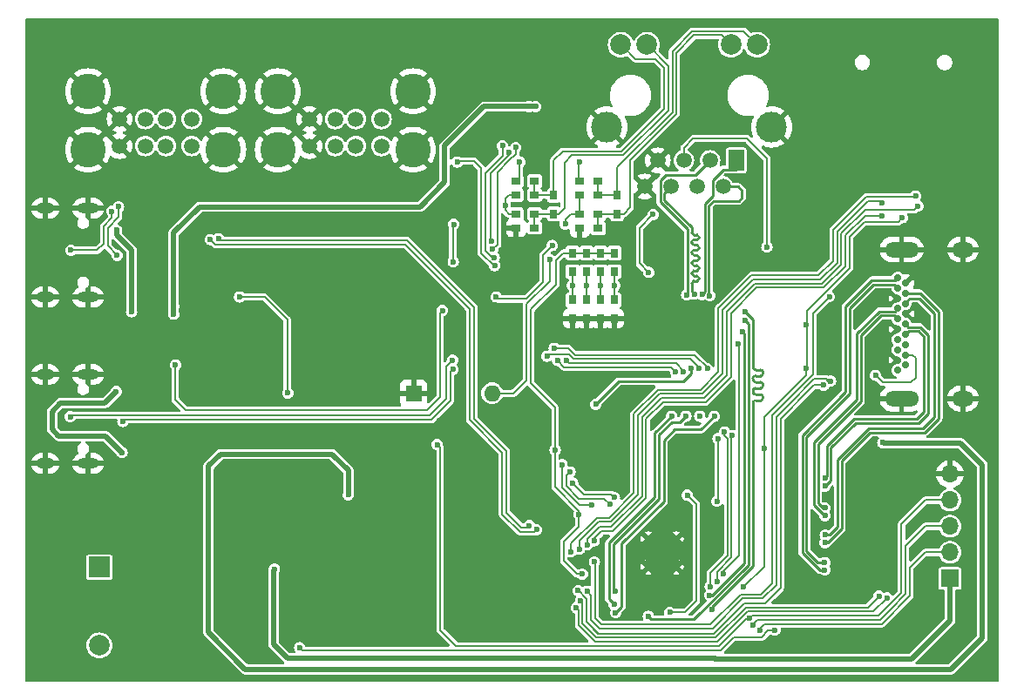
<source format=gbr>
%TF.GenerationSoftware,KiCad,Pcbnew,8.0.9-8.0.9-0~ubuntu24.04.1*%
%TF.CreationDate,2025-02-27T11:28:28+07:00*%
%TF.ProjectId,rp2040_dev,72703230-3430-45f6-9465-762e6b696361,rev?*%
%TF.SameCoordinates,Original*%
%TF.FileFunction,Copper,L2,Bot*%
%TF.FilePolarity,Positive*%
%FSLAX46Y46*%
G04 Gerber Fmt 4.6, Leading zero omitted, Abs format (unit mm)*
G04 Created by KiCad (PCBNEW 8.0.9-8.0.9-0~ubuntu24.04.1) date 2025-02-27 11:28:28*
%MOMM*%
%LPD*%
G01*
G04 APERTURE LIST*
%TA.AperFunction,ComponentPad*%
%ADD10R,1.500000X2.000000*%
%TD*%
%TA.AperFunction,ComponentPad*%
%ADD11C,1.500000*%
%TD*%
%TA.AperFunction,ComponentPad*%
%ADD12C,2.000000*%
%TD*%
%TA.AperFunction,ComponentPad*%
%ADD13C,3.000000*%
%TD*%
%TA.AperFunction,ComponentPad*%
%ADD14R,1.700000X1.700000*%
%TD*%
%TA.AperFunction,ComponentPad*%
%ADD15O,1.700000X1.700000*%
%TD*%
%TA.AperFunction,ComponentPad*%
%ADD16C,0.700000*%
%TD*%
%TA.AperFunction,ComponentPad*%
%ADD17O,2.100000X1.500000*%
%TD*%
%TA.AperFunction,ComponentPad*%
%ADD18O,3.300000X1.500000*%
%TD*%
%TA.AperFunction,HeatsinkPad*%
%ADD19O,2.100000X1.000000*%
%TD*%
%TA.AperFunction,HeatsinkPad*%
%ADD20O,1.800000X1.000000*%
%TD*%
%TA.AperFunction,ComponentPad*%
%ADD21C,3.450000*%
%TD*%
%TA.AperFunction,ComponentPad*%
%ADD22R,2.000000X2.000000*%
%TD*%
%TA.AperFunction,HeatsinkPad*%
%ADD23C,0.500000*%
%TD*%
%TA.AperFunction,HeatsinkPad*%
%ADD24R,3.200000X3.200000*%
%TD*%
%TA.AperFunction,ComponentPad*%
%ADD25R,1.600000X1.600000*%
%TD*%
%TA.AperFunction,ComponentPad*%
%ADD26O,1.600000X1.600000*%
%TD*%
%TA.AperFunction,SMDPad,CuDef*%
%ADD27R,0.900000X0.800000*%
%TD*%
%TA.AperFunction,SMDPad,CuDef*%
%ADD28R,0.800000X0.900000*%
%TD*%
%TA.AperFunction,ViaPad*%
%ADD29C,0.600000*%
%TD*%
%TA.AperFunction,Conductor*%
%ADD30C,0.500000*%
%TD*%
%TA.AperFunction,Conductor*%
%ADD31C,0.200000*%
%TD*%
%TA.AperFunction,Conductor*%
%ADD32C,0.250000*%
%TD*%
G04 APERTURE END LIST*
D10*
%TO.P,J8,1,TD+*%
%TO.N,/TXP*%
X175946000Y-83987000D03*
D11*
%TO.P,J8,2,TD-*%
%TO.N,/TXN*%
X174676000Y-86527000D03*
%TO.P,J8,3,RD+*%
%TO.N,/RXP*%
X173406000Y-83987000D03*
%TO.P,J8,4,TCT*%
%TO.N,/VDDA*%
X172136000Y-86527000D03*
%TO.P,J8,5,RCT*%
X170866000Y-83987000D03*
%TO.P,J8,6,RD-*%
%TO.N,/RXN*%
X169596000Y-86527000D03*
%TO.P,J8,7,NC*%
%TO.N,GND*%
X168326000Y-83987000D03*
%TO.P,J8,8*%
X167056000Y-86527000D03*
D12*
%TO.P,J8,9,LEDG_A*%
%TO.N,/LED_GR+*%
X177966000Y-72747000D03*
%TO.P,J8,10,LEDG_K*%
%TO.N,/LED_GR-*%
X175426000Y-72747000D03*
%TO.P,J8,11,LEDY_K*%
%TO.N,/LED_YL-*%
X167266000Y-72747000D03*
%TO.P,J8,12,LEDY_A*%
%TO.N,/LED_YL+*%
X164726000Y-72747000D03*
D13*
%TO.P,J8,13,SHIELD*%
%TO.N,GND*%
X163386000Y-80747000D03*
X179386000Y-80747000D03*
%TD*%
D14*
%TO.P,J4,1,Pin_1*%
%TO.N,+3.3V*%
X196710000Y-124645000D03*
D15*
%TO.P,J4,2,Pin_2*%
%TO.N,/SWCLK*%
X196710000Y-122105000D03*
%TO.P,J4,3,Pin_3*%
%TO.N,/SWD*%
X196710000Y-119565000D03*
%TO.P,J4,4,Pin_4*%
%TO.N,/RESET*%
X196710000Y-117025000D03*
%TO.P,J4,5,Pin_5*%
%TO.N,GND*%
X196710000Y-114485000D03*
%TD*%
D16*
%TO.P,J5,1,D2+*%
%TO.N,/HDMI_TX2_P*%
X191633500Y-95407250D03*
%TO.P,J5,2,D2S*%
%TO.N,GND*%
X192383500Y-95907250D03*
%TO.P,J5,3,D2-*%
%TO.N,/HDMI_TX2_N*%
X191633500Y-96407250D03*
%TO.P,J5,4,D1+*%
%TO.N,/HDMI_TX1_P*%
X192383500Y-96907250D03*
%TO.P,J5,5,D1S*%
%TO.N,GND*%
X191633500Y-97407250D03*
%TO.P,J5,6,D1-*%
%TO.N,/HDMI_TX1_N*%
X192383500Y-97907250D03*
%TO.P,J5,7,D0+*%
%TO.N,/HDMI_TX0_P*%
X191633500Y-98407250D03*
%TO.P,J5,8,D0S*%
%TO.N,GND*%
X192383500Y-98907250D03*
%TO.P,J5,9,D0-*%
%TO.N,/HDMI_TX0_N*%
X191633500Y-99407250D03*
%TO.P,J5,10,CK+*%
%TO.N,/HDMI_CLK_P*%
X192383500Y-99907250D03*
%TO.P,J5,11,CKS*%
%TO.N,GND*%
X191633500Y-100407250D03*
%TO.P,J5,12,CK-*%
%TO.N,/HDMI_CLK_N*%
X192383500Y-100907250D03*
%TO.P,J5,13,CEC*%
%TO.N,/HDMI0_CEC*%
X191633500Y-101407250D03*
%TO.P,J5,14,UTILITY/HEAC+*%
%TO.N,unconnected-(J5-UTILITY{slash}HEAC+-Pad14)*%
X192383500Y-101907250D03*
%TO.P,J5,15,SCL*%
%TO.N,/HDMI_SCL*%
X191633500Y-102407250D03*
%TO.P,J5,16,SDA*%
%TO.N,/HDMI_SDA*%
X192383500Y-102907250D03*
%TO.P,J5,17,GND*%
%TO.N,GND*%
X191633500Y-103407250D03*
%TO.P,J5,18,+5V*%
%TO.N,+5V*%
X192383500Y-103907250D03*
%TO.P,J5,19,HPD/HEAC-*%
%TO.N,unconnected-(J5-HPD{slash}HEAC--Pad19)*%
X191633500Y-104407250D03*
D17*
%TO.P,J5,SH1,SH*%
%TO.N,GND*%
X197958500Y-107157250D03*
%TO.P,J5,SH2,SH*%
X197958500Y-92657250D03*
D18*
%TO.P,J5,SH3,SH*%
X192008500Y-107157250D03*
%TO.P,J5,SH4,SH*%
X192008500Y-92657250D03*
%TD*%
D19*
%TO.P,J1,S1,SHIELD*%
%TO.N,GND*%
X112991000Y-104808000D03*
D20*
X108811000Y-104808000D03*
D19*
X112991000Y-113448000D03*
D20*
X108811000Y-113448000D03*
%TD*%
D11*
%TO.P,J7,1,VBUS`*%
%TO.N,/VUSB*%
X141477000Y-82592000D03*
%TO.P,J7,2,D-`*%
%TO.N,/DM4*%
X138977000Y-82592000D03*
%TO.P,J7,3,D+`*%
%TO.N,/DP4*%
X136977000Y-82592000D03*
%TO.P,J7,4,GND`*%
%TO.N,GND*%
X134477000Y-82592000D03*
%TO.P,J7,5,VBUS*%
%TO.N,/VUSB*%
X141477000Y-79972000D03*
%TO.P,J7,6,D-*%
%TO.N,/DM3*%
X138977000Y-79972000D03*
%TO.P,J7,7,D+*%
%TO.N,/DP3*%
X136977000Y-79972000D03*
%TO.P,J7,8,GND*%
%TO.N,GND*%
X134477000Y-79972000D03*
D21*
%TO.P,J7,MT1,MT1*%
X144547000Y-77262000D03*
%TO.P,J7,MT2,MT2*%
X131407000Y-77262000D03*
%TO.P,J7,MT3,MT3*%
X144547000Y-82942000D03*
%TO.P,J7,MT4,MT4*%
X131407000Y-82942000D03*
%TD*%
D11*
%TO.P,J6,1,VBUS`*%
%TO.N,/VUSB*%
X123041000Y-82592000D03*
%TO.P,J6,2,D-`*%
%TO.N,/DM2*%
X120541000Y-82592000D03*
%TO.P,J6,3,D+`*%
%TO.N,/DP2*%
X118541000Y-82592000D03*
%TO.P,J6,4,GND`*%
%TO.N,GND*%
X116041000Y-82592000D03*
%TO.P,J6,5,VBUS*%
%TO.N,/VUSB*%
X123041000Y-79972000D03*
%TO.P,J6,6,D-*%
%TO.N,/DM1*%
X120541000Y-79972000D03*
%TO.P,J6,7,D+*%
%TO.N,/DP1*%
X118541000Y-79972000D03*
%TO.P,J6,8,GND*%
%TO.N,GND*%
X116041000Y-79972000D03*
D21*
%TO.P,J6,MT1,MT1*%
X126111000Y-77262000D03*
%TO.P,J6,MT2,MT2*%
X112971000Y-77262000D03*
%TO.P,J6,MT3,MT3*%
X126111000Y-82942000D03*
%TO.P,J6,MT4,MT4*%
X112971000Y-82942000D03*
%TD*%
D22*
%TO.P,BZ1,1,-*%
%TO.N,+3.3V*%
X114070000Y-123550000D03*
D12*
%TO.P,BZ1,2,+*%
%TO.N,Net-(BZ1-+)*%
X114070000Y-131150000D03*
%TD*%
D19*
%TO.P,J2,S1,SHIELD*%
%TO.N,GND*%
X112991000Y-88644000D03*
D20*
X108811000Y-88644000D03*
D19*
X112991000Y-97284000D03*
D20*
X108811000Y-97284000D03*
%TD*%
D23*
%TO.P,U6,57,GND*%
%TO.N,GND*%
X167391000Y-120830000D03*
X167391000Y-123530000D03*
D24*
X168741000Y-122180000D03*
D23*
X170091000Y-120830000D03*
X170091000Y-123530000D03*
%TD*%
D25*
%TO.P,SW4,1*%
%TO.N,GND*%
X144599000Y-106634000D03*
D26*
%TO.P,SW4,2*%
%TO.N,/HUB_RST*%
X152219000Y-106634000D03*
%TD*%
D27*
%TO.P,R58,1*%
%TO.N,/LED_YL+*%
X156359000Y-87351000D03*
%TO.P,R58,2*%
%TO.N,/LED2{slash}nINTSEL*%
X154559000Y-87351000D03*
%TD*%
D28*
%TO.P,R48,1*%
%TO.N,GND*%
X162738000Y-99356000D03*
%TO.P,R48,2*%
%TO.N,/MODE1*%
X162738000Y-97556000D03*
%TD*%
%TO.P,R38,1*%
%TO.N,/PHYAD0*%
X160018000Y-94796000D03*
%TO.P,R38,2*%
%TO.N,+3.3V*%
X160018000Y-92996000D03*
%TD*%
%TO.P,R46,1*%
%TO.N,GND*%
X160028000Y-99356000D03*
%TO.P,R46,2*%
%TO.N,/PHYAD0*%
X160028000Y-97556000D03*
%TD*%
D27*
%TO.P,R53,1*%
%TO.N,/LED_GR-*%
X162536000Y-89232000D03*
%TO.P,R53,2*%
%TO.N,/LED1{slash}REGOFF*%
X160736000Y-89232000D03*
%TD*%
D28*
%TO.P,R52,1*%
%TO.N,/LED_GR+*%
X164356000Y-87392000D03*
%TO.P,R52,2*%
%TO.N,/LED_GR-*%
X164356000Y-89192000D03*
%TD*%
%TO.P,R41,1*%
%TO.N,/MODE0*%
X164128000Y-94796000D03*
%TO.P,R41,2*%
%TO.N,+3.3V*%
X164128000Y-92996000D03*
%TD*%
%TO.P,R49,1*%
%TO.N,GND*%
X164128000Y-99356000D03*
%TO.P,R49,2*%
%TO.N,/MODE0*%
X164128000Y-97556000D03*
%TD*%
%TO.P,R39,1*%
%TO.N,/MODE2*%
X161378000Y-94796000D03*
%TO.P,R39,2*%
%TO.N,+3.3V*%
X161378000Y-92996000D03*
%TD*%
D27*
%TO.P,R50,1*%
%TO.N,/LED_GR+*%
X162536000Y-86002000D03*
%TO.P,R50,2*%
%TO.N,/VDDA*%
X160736000Y-86002000D03*
%TD*%
D28*
%TO.P,R40,1*%
%TO.N,/MODE1*%
X162748000Y-94796000D03*
%TO.P,R40,2*%
%TO.N,+3.3V*%
X162748000Y-92996000D03*
%TD*%
%TO.P,R47,1*%
%TO.N,GND*%
X161378000Y-99356000D03*
%TO.P,R47,2*%
%TO.N,/MODE2*%
X161378000Y-97556000D03*
%TD*%
D27*
%TO.P,R65,1*%
%TO.N,/LED_YL-*%
X156359000Y-89181000D03*
%TO.P,R65,2*%
%TO.N,/LED2{slash}nINTSEL*%
X154559000Y-89181000D03*
%TD*%
%TO.P,R51,1*%
%TO.N,/LED_GR+*%
X162536000Y-87362000D03*
%TO.P,R51,2*%
%TO.N,/LED1{slash}REGOFF*%
X160736000Y-87362000D03*
%TD*%
%TO.P,R56,1*%
%TO.N,/LED_GR-*%
X162536000Y-90592000D03*
%TO.P,R56,2*%
%TO.N,GND*%
X160736000Y-90592000D03*
%TD*%
%TO.P,R67,1*%
%TO.N,/LED_YL-*%
X156359000Y-90541000D03*
%TO.P,R67,2*%
%TO.N,GND*%
X154559000Y-90541000D03*
%TD*%
%TO.P,R57,1*%
%TO.N,/LED_YL+*%
X156359000Y-85991000D03*
%TO.P,R57,2*%
%TO.N,/VDDA*%
X154559000Y-85991000D03*
%TD*%
D28*
%TO.P,R61,1*%
%TO.N,/LED_YL+*%
X158219000Y-87381000D03*
%TO.P,R61,2*%
%TO.N,/LED_YL-*%
X158219000Y-89181000D03*
%TD*%
D29*
%TO.N,Net-(U6-VREG_VOUT)*%
X169490999Y-127932765D03*
X171191583Y-116551632D03*
%TO.N,GND*%
X177516000Y-94129000D03*
X167886000Y-93875000D03*
X164121000Y-111020000D03*
X172198000Y-100910000D03*
X174280000Y-94689000D03*
%TO.N,+3.3V*%
X127691000Y-97265000D03*
X131080000Y-123730000D03*
X178665000Y-112015000D03*
X174180000Y-111030000D03*
X174063000Y-117144000D03*
X132373000Y-106609000D03*
X160990000Y-124206000D03*
X173850000Y-132420000D03*
X182726000Y-104214000D03*
X192083000Y-89568000D03*
X160658000Y-118449000D03*
X182741000Y-99988000D03*
X162290000Y-107699000D03*
X158346000Y-112130000D03*
X171542000Y-104239000D03*
X176670000Y-125490000D03*
%TO.N,+5V*%
X121464000Y-103856000D03*
X121283500Y-98948000D03*
X121290000Y-98180000D03*
X190177000Y-111430000D03*
X156447000Y-78764000D03*
X147386735Y-98598735D03*
X138250000Y-116502000D03*
X124660000Y-113870000D03*
X155803000Y-78758000D03*
%TO.N,/PWREN*%
X152290421Y-92641306D03*
X154522402Y-82743544D03*
%TO.N,/OVCUR*%
X153853735Y-83182735D03*
X152148501Y-91853992D03*
%TO.N,Net-(U8-BUSJ)*%
X158069000Y-92262000D03*
X152609000Y-97253000D03*
%TO.N,/USB_DM*%
X111241000Y-108911000D03*
X148375157Y-103421628D03*
%TO.N,Net-(U8-LED1{slash}EESCL)*%
X148834000Y-84139000D03*
X152481000Y-94227000D03*
%TO.N,Net-(U8-LED2)*%
X153234000Y-82569586D03*
X152433516Y-93428407D03*
%TO.N,Net-(D10-A)*%
X148506000Y-90201000D03*
X148450000Y-93846000D03*
%TO.N,/HUB_RST*%
X157803000Y-93604000D03*
%TO.N,/USB_DP*%
X148418000Y-104313000D03*
X116359000Y-109380000D03*
%TO.N,/SWCLK*%
X178232438Y-129691959D03*
%TO.N,/SWD*%
X177608842Y-129190829D03*
%TO.N,/RESET*%
X146891000Y-111620000D03*
X177258579Y-128471579D03*
%TO.N,/UART0_RX*%
X124843051Y-91686630D03*
X156533535Y-119910000D03*
%TO.N,/UART0_TX*%
X125635716Y-91578529D03*
X155842495Y-119491000D03*
%TO.N,/I2C1_SDA*%
X160812000Y-126799179D03*
X189810000Y-126370000D03*
%TO.N,/I2C1_SCL*%
X160412000Y-127492000D03*
X190593272Y-126532758D03*
%TO.N,/VDDA*%
X167426000Y-94879000D03*
X160679000Y-84136000D03*
X167870000Y-89246000D03*
X178928000Y-92421000D03*
X154898000Y-84130000D03*
%TO.N,/TX1*%
X173611918Y-127700620D03*
X176780000Y-98693000D03*
%TO.N,/QSPI_CS*%
X159016830Y-113588000D03*
X161881000Y-117465729D03*
%TO.N,/TX-EN*%
X173373745Y-126277000D03*
X176588000Y-100628285D03*
%TO.N,/MDC*%
X175558403Y-110730874D03*
X174061505Y-124933956D03*
%TO.N,/TXP*%
X172621662Y-97046853D03*
%TO.N,/RXP*%
X171127151Y-97073812D03*
%TO.N,/TXN*%
X173365338Y-97144059D03*
%TO.N,/~{INT}{slash}RETCLK*%
X174705000Y-124215000D03*
X176133000Y-101847000D03*
%TO.N,/MODE0*%
X170825000Y-104521000D03*
X159439527Y-103457000D03*
X164128000Y-96146000D03*
%TO.N,/MDIO*%
X174813948Y-110374227D03*
X173418045Y-125436548D03*
%TO.N,/MODE1*%
X162780000Y-96146000D03*
X170067000Y-104568000D03*
X158591000Y-103457000D03*
%TO.N,/RXN*%
X171873276Y-96997646D03*
%TO.N,/TX0*%
X176838946Y-99565120D03*
X167400000Y-128331000D03*
%TO.N,/QSPI_SD1*%
X159786765Y-114288235D03*
X163660000Y-117435000D03*
%TO.N,/QSPI_SD2*%
X164107000Y-116769000D03*
X160043000Y-115393000D03*
%TO.N,/MODE2*%
X173135000Y-104245000D03*
X158268000Y-102257000D03*
X161389000Y-96146000D03*
%TO.N,/LED2{slash}nINTSEL*%
X153495000Y-88371000D03*
%TO.N,/PHYAD0*%
X157556000Y-103033000D03*
X160028000Y-96146000D03*
X172349004Y-104245000D03*
%TO.N,/LED1{slash}REGOFF*%
X159330000Y-90178000D03*
%TO.N,/GPIO7*%
X162170000Y-123020000D03*
X184987608Y-97237608D03*
%TO.N,/RX1*%
X169671000Y-108862000D03*
X164068000Y-127153000D03*
%TO.N,/HDMI_SCL*%
X185114169Y-105439689D03*
X161441327Y-125872870D03*
%TO.N,/SPK*%
X133530000Y-131380000D03*
X179700000Y-129663000D03*
%TO.N,/RX0*%
X171052000Y-108862000D03*
X164163000Y-125851000D03*
%TO.N,/HDMI_SDA*%
X160584000Y-125823000D03*
X189490000Y-104880000D03*
X184428000Y-105851000D03*
%TO.N,/SD_MISO*%
X161463332Y-121380000D03*
X193593000Y-88432000D03*
%TO.N,/SD_MOSI*%
X190136000Y-89369000D03*
X162148996Y-120967847D03*
%TO.N,/SD_CS*%
X160712995Y-121780000D03*
X190098000Y-88145000D03*
%TO.N,/SD_SCK*%
X159881000Y-122046000D03*
X193368000Y-87446000D03*
%TO.N,/CRS*%
X164220000Y-127975000D03*
X173804000Y-108862000D03*
%TO.N,Net-(D2-A)*%
X117206000Y-98717000D03*
X115750000Y-90779000D03*
%TO.N,Net-(D1-A)*%
X116270000Y-112400000D03*
X115719000Y-106466000D03*
%TO.N,Net-(J2-D+-PadA6)*%
X115795000Y-93217000D03*
X115943000Y-88491000D03*
%TO.N,Net-(J2-D--PadA7)*%
X115286491Y-88948164D03*
X111302000Y-92726000D03*
%TO.N,/HDMI_TX1_N*%
X184593143Y-120407729D03*
%TO.N,/HDMI_CLK_N*%
X184570771Y-114912075D03*
%TO.N,/HDMI_CLK_P*%
X184560000Y-115662000D03*
%TO.N,/HDMI_TX0_N*%
X184555000Y-117780000D03*
%TO.N,/HDMI_TX0_P*%
X184562731Y-118529962D03*
%TO.N,/HDMI_TX1_P*%
X184574500Y-121157500D03*
%TO.N,/HDMI_TX2_N*%
X184535657Y-123081084D03*
%TO.N,/HDMI_TX2_P*%
X184547000Y-123831000D03*
%TO.N,/RMII_RXER*%
X172397000Y-108862000D03*
%TD*%
D30*
%TO.N,Net-(D2-A)*%
X115750000Y-90779000D02*
X115750000Y-91257000D01*
X115750000Y-91257000D02*
X117206000Y-92713000D01*
X117206000Y-92713000D02*
X117206000Y-98717000D01*
D31*
%TO.N,Net-(U6-VREG_VOUT)*%
X172072000Y-126826000D02*
X172072000Y-117432049D01*
X172072000Y-117432049D02*
X171191583Y-116551632D01*
X170965235Y-127932765D02*
X172072000Y-126826000D01*
X169490999Y-127932765D02*
X170965235Y-127932765D01*
%TO.N,+3.3V*%
X158346000Y-112130000D02*
X158346000Y-108037000D01*
X155991000Y-105682000D02*
X155991000Y-98489000D01*
X178665000Y-123495000D02*
X178665000Y-112015000D01*
X182793000Y-98583686D02*
X186939500Y-94437186D01*
X158403000Y-96077000D02*
X158403000Y-93725000D01*
D30*
X173850000Y-132420000D02*
X173880000Y-132450000D01*
D31*
X158337000Y-115756000D02*
X160658000Y-118077000D01*
D30*
X131000000Y-123810000D02*
X131080000Y-123730000D01*
D31*
X160990000Y-124206000D02*
X160480000Y-124206000D01*
X158337000Y-112139000D02*
X158337000Y-115756000D01*
D30*
X173850000Y-132420000D02*
X173840000Y-132410000D01*
D31*
X159175000Y-121089000D02*
X160658000Y-119606000D01*
D30*
X133670661Y-132410000D02*
X133650661Y-132430000D01*
D31*
X182741000Y-99988000D02*
X182833000Y-100080000D01*
X191682000Y-89969000D02*
X192083000Y-89568000D01*
X178665000Y-108941000D02*
X178665000Y-112015000D01*
D30*
X196710000Y-128720000D02*
X196710000Y-124645000D01*
X173840000Y-132410000D02*
X133670661Y-132410000D01*
D31*
X160658000Y-118077000D02*
X160658000Y-118449000D01*
X132317000Y-99458000D02*
X130124000Y-97265000D01*
X158346000Y-108037000D02*
X155991000Y-105682000D01*
X182726000Y-104880000D02*
X178665000Y-108941000D01*
X132373000Y-106609000D02*
X132317000Y-106553000D01*
X182793000Y-99936000D02*
X182793000Y-98583686D01*
X186939500Y-91444244D02*
X188414744Y-89969000D01*
X159132000Y-92996000D02*
X160018000Y-92996000D01*
X176670000Y-125490000D02*
X178665000Y-123495000D01*
X130124000Y-97265000D02*
X127691000Y-97265000D01*
X174160000Y-111050000D02*
X174160000Y-117047000D01*
X160480000Y-124206000D02*
X159175000Y-122901000D01*
X188414744Y-89969000D02*
X191682000Y-89969000D01*
X158346000Y-112130000D02*
X158337000Y-112139000D01*
X160018000Y-92996000D02*
X164128000Y-92996000D01*
X174180000Y-111030000D02*
X174160000Y-111050000D01*
X159175000Y-122901000D02*
X159175000Y-121089000D01*
D30*
X132380000Y-132430000D02*
X131000000Y-131050000D01*
D32*
X165655000Y-105474000D02*
X164515000Y-105474000D01*
D31*
X182726000Y-104214000D02*
X182726000Y-104880000D01*
X158403000Y-93725000D02*
X159132000Y-92996000D01*
D30*
X131000000Y-131050000D02*
X131000000Y-123810000D01*
D32*
X171542000Y-104239000D02*
X171542000Y-104687884D01*
D31*
X182833000Y-100080000D02*
X182833000Y-104107000D01*
D30*
X133650661Y-132430000D02*
X132380000Y-132430000D01*
D31*
X132317000Y-106553000D02*
X132317000Y-99458000D01*
D32*
X171542000Y-104687884D02*
X170755884Y-105474000D01*
X170755884Y-105474000D02*
X165655000Y-105474000D01*
D31*
X186939500Y-94437186D02*
X186939500Y-91444244D01*
D30*
X192980000Y-132450000D02*
X196710000Y-128720000D01*
D31*
X182741000Y-99988000D02*
X182793000Y-99936000D01*
D30*
X173880000Y-132450000D02*
X192980000Y-132450000D01*
D31*
X160658000Y-119606000D02*
X160658000Y-118449000D01*
X174160000Y-117047000D02*
X174063000Y-117144000D01*
X182833000Y-104107000D02*
X182726000Y-104214000D01*
D32*
X164515000Y-105474000D02*
X162290000Y-107699000D01*
D31*
X155991000Y-98489000D02*
X158403000Y-96077000D01*
D30*
%TO.N,+5V*%
X199850000Y-113610000D02*
X197740000Y-111500000D01*
X138250000Y-114100000D02*
X138250000Y-116502000D01*
X124660000Y-113710000D02*
X125820000Y-112550000D01*
X125820000Y-112550000D02*
X136700000Y-112550000D01*
X196810000Y-133470000D02*
X199850000Y-130430000D01*
X199850000Y-130430000D02*
X199850000Y-113610000D01*
X145218000Y-88508000D02*
X123816000Y-88508000D01*
D31*
X122427000Y-108249000D02*
X121464000Y-107286000D01*
D30*
X147627000Y-86099000D02*
X145218000Y-88508000D01*
X124660000Y-114290000D02*
X124660000Y-129890000D01*
X156447000Y-78764000D02*
X151425000Y-78764000D01*
D31*
X147386735Y-98598735D02*
X147154000Y-98831470D01*
D30*
X151425000Y-78764000D02*
X147627000Y-82562000D01*
X121283500Y-91040500D02*
X121283500Y-98948000D01*
X147627000Y-82562000D02*
X147627000Y-86099000D01*
X190247000Y-111500000D02*
X190177000Y-111430000D01*
D31*
X121464000Y-107286000D02*
X121464000Y-103856000D01*
X145936000Y-108249000D02*
X122427000Y-108249000D01*
D30*
X124660000Y-113870000D02*
X124660000Y-114290000D01*
X123816000Y-88508000D02*
X121283500Y-91040500D01*
X136700000Y-112550000D02*
X138250000Y-114100000D01*
X197740000Y-111500000D02*
X190247000Y-111500000D01*
D31*
X147154000Y-98831470D02*
X147154000Y-107031000D01*
D30*
X128240000Y-133470000D02*
X196810000Y-133470000D01*
D31*
X147154000Y-107031000D02*
X145936000Y-108249000D01*
D30*
X124660000Y-129890000D02*
X128240000Y-133470000D01*
X124660000Y-114290000D02*
X124660000Y-113710000D01*
D31*
%TO.N,/PWREN*%
X154522402Y-82743544D02*
X154522402Y-83362598D01*
X154522402Y-83362598D02*
X153887500Y-83997500D01*
X152748501Y-92183226D02*
X152290421Y-92641306D01*
X153887500Y-83997500D02*
X152748501Y-85136499D01*
X154450000Y-83435000D02*
X153887500Y-83997500D01*
X152748501Y-85136499D02*
X152748501Y-92183226D01*
%TO.N,/OVCUR*%
X152114000Y-85205314D02*
X152114000Y-91819491D01*
X153853735Y-83465579D02*
X152114000Y-85205314D01*
X152114000Y-91819491D02*
X152148501Y-91853992D01*
X153853735Y-83182735D02*
X153853735Y-83465579D01*
%TO.N,Net-(U8-BUSJ)*%
X157164000Y-93167000D02*
X158069000Y-92262000D01*
X155519000Y-97474000D02*
X157164000Y-95829000D01*
X157164000Y-95829000D02*
X157164000Y-93167000D01*
X152830000Y-97474000D02*
X155519000Y-97474000D01*
X152609000Y-97253000D02*
X152830000Y-97474000D01*
%TO.N,/USB_DM*%
X111241000Y-108911000D02*
X111372000Y-108780000D01*
X146169314Y-108780000D02*
X147759157Y-107190157D01*
X147759157Y-104037628D02*
X148375157Y-103421628D01*
X111372000Y-108780000D02*
X146169314Y-108780000D01*
X147759157Y-107190157D02*
X147759157Y-104037628D01*
%TO.N,Net-(U8-LED1{slash}EESCL)*%
X148920000Y-84053000D02*
X150495501Y-84053000D01*
X151148501Y-84706000D02*
X151148501Y-92991921D01*
X148834000Y-84139000D02*
X148920000Y-84053000D01*
X151148501Y-92991921D02*
X152383580Y-94227000D01*
X152383580Y-94227000D02*
X152481000Y-94227000D01*
X150495501Y-84053000D02*
X151148501Y-84706000D01*
%TO.N,Net-(U8-LED2)*%
X152228993Y-93428407D02*
X151548501Y-92747915D01*
X151548501Y-85205127D02*
X153234000Y-83519628D01*
X152433516Y-93428407D02*
X152228993Y-93428407D01*
X153234000Y-83519628D02*
X153234000Y-82569586D01*
X151548501Y-92747915D02*
X151548501Y-85205127D01*
%TO.N,Net-(D10-A)*%
X148409000Y-93805000D02*
X148409000Y-90298000D01*
X148450000Y-93846000D02*
X148409000Y-93805000D01*
X148409000Y-90298000D02*
X148506000Y-90201000D01*
%TO.N,/HUB_RST*%
X155591000Y-97967686D02*
X155591000Y-105363000D01*
X154320000Y-106634000D02*
X152219000Y-106634000D01*
X155591000Y-105363000D02*
X154320000Y-106634000D01*
X157803000Y-93604000D02*
X157803000Y-95755686D01*
X157803000Y-95755686D02*
X155591000Y-97967686D01*
%TO.N,/USB_DP*%
X146335000Y-109180000D02*
X146569314Y-108945685D01*
X148159157Y-107355843D02*
X148159157Y-104571843D01*
X148159157Y-104571843D02*
X148418000Y-104313000D01*
X146569314Y-108945685D02*
X146757000Y-108758000D01*
X146757000Y-108758000D02*
X148159157Y-107355843D01*
X116559000Y-109180000D02*
X146335000Y-109180000D01*
X116359000Y-109380000D02*
X116559000Y-109180000D01*
%TO.N,/SWCLK*%
X194305000Y-122105000D02*
X196710000Y-122105000D01*
X192800000Y-123610000D02*
X194305000Y-122105000D01*
X178232438Y-129507562D02*
X178677000Y-129063000D01*
X192800000Y-126341372D02*
X192800000Y-123610000D01*
X190078372Y-129063000D02*
X192800000Y-126341372D01*
X178232438Y-129691959D02*
X178232438Y-129507562D01*
X178677000Y-129063000D02*
X190078372Y-129063000D01*
%TO.N,/SWD*%
X196710000Y-119565000D02*
X194315000Y-119565000D01*
X177957000Y-128663000D02*
X177550000Y-129070000D01*
X190942843Y-127632843D02*
X189912686Y-128663000D01*
X192400000Y-126175686D02*
X190942843Y-127632843D01*
X192400000Y-121480000D02*
X192400000Y-126175686D01*
X177608842Y-129128842D02*
X177608842Y-129190829D01*
X194315000Y-119565000D02*
X192400000Y-121480000D01*
X189912686Y-128663000D02*
X177957000Y-128663000D01*
X177550000Y-129070000D02*
X177608842Y-129128842D01*
%TO.N,/RESET*%
X192000000Y-119360000D02*
X192000000Y-126010000D01*
X194335000Y-117025000D02*
X192000000Y-119360000D01*
X147200000Y-111929000D02*
X147200000Y-129680000D01*
X176975735Y-128471579D02*
X177258579Y-128471579D01*
X189747000Y-128263000D02*
X177467158Y-128263000D01*
X146891000Y-111620000D02*
X147200000Y-111929000D01*
X174236314Y-131211000D02*
X176975735Y-128471579D01*
X147200000Y-129680000D02*
X148731000Y-131211000D01*
X148731000Y-131211000D02*
X174236314Y-131211000D01*
X177467158Y-128263000D02*
X177258579Y-128471579D01*
X192000000Y-126010000D02*
X189747000Y-128263000D01*
X196710000Y-117025000D02*
X194335000Y-117025000D01*
%TO.N,/UART0_RX*%
X143808843Y-92178529D02*
X125334950Y-92178529D01*
X156533535Y-119910000D02*
X156352535Y-120091000D01*
X153222000Y-112408000D02*
X150057000Y-109243000D01*
X153222000Y-118391177D02*
X153222000Y-112408000D01*
X150057000Y-109243000D02*
X150057000Y-98426686D01*
X154921823Y-120091000D02*
X153222000Y-118391177D01*
X156352535Y-120091000D02*
X154921823Y-120091000D01*
X150057000Y-98426686D02*
X143808843Y-92178529D01*
X125334950Y-92178529D02*
X124843051Y-91686630D01*
%TO.N,/UART0_TX*%
X155087509Y-119691000D02*
X153622000Y-118225491D01*
X150457000Y-98261000D02*
X143974529Y-91778529D01*
X125835716Y-91778529D02*
X125635716Y-91578529D01*
X150457000Y-109077314D02*
X150457000Y-98261000D01*
X155642495Y-119691000D02*
X155087509Y-119691000D01*
X155842495Y-119491000D02*
X155642495Y-119691000D01*
X153622000Y-112242314D02*
X150457000Y-109077314D01*
X153622000Y-118225491D02*
X153622000Y-112242314D01*
X143974529Y-91778529D02*
X125835716Y-91778529D01*
%TO.N,/I2C1_SDA*%
X173904942Y-130411000D02*
X176852942Y-127463000D01*
X161012000Y-126999179D02*
X161012000Y-129052314D01*
X162370686Y-130411000D02*
X173904942Y-130411000D01*
X181250000Y-127463000D02*
X188717000Y-127463000D01*
X188717000Y-127463000D02*
X189810000Y-126370000D01*
X160812000Y-126799179D02*
X161012000Y-126999179D01*
X176852942Y-127463000D02*
X181250000Y-127463000D01*
X161012000Y-129052314D02*
X162370686Y-130411000D01*
%TO.N,/I2C1_SCL*%
X160612000Y-127692000D02*
X160612000Y-129218000D01*
X160412000Y-127492000D02*
X160612000Y-127692000D01*
X189263030Y-127863000D02*
X190593272Y-126532758D01*
X174070628Y-130811000D02*
X162342389Y-130811000D01*
X181740000Y-127863000D02*
X177018628Y-127863000D01*
X181740000Y-127863000D02*
X189263030Y-127863000D01*
X177018628Y-127863000D02*
X174070628Y-130811000D01*
X162205000Y-130811000D02*
X162413100Y-130811000D01*
X160612000Y-129218000D02*
X162205000Y-130811000D01*
%TO.N,/VDDA*%
X154898000Y-84130000D02*
X154898000Y-85652000D01*
X170866000Y-82755000D02*
X170866000Y-83987000D01*
X171765000Y-81856000D02*
X170866000Y-82755000D01*
X178928000Y-92421000D02*
X178928000Y-83772000D01*
X166541000Y-90575000D02*
X167870000Y-89246000D01*
X160671000Y-84144000D02*
X160671000Y-85937000D01*
X160671000Y-85937000D02*
X160736000Y-86002000D01*
X167426000Y-94879000D02*
X166541000Y-93994000D01*
X160679000Y-84136000D02*
X160671000Y-84144000D01*
X154898000Y-85652000D02*
X154559000Y-85991000D01*
X166541000Y-93994000D02*
X166541000Y-90575000D01*
X178928000Y-83772000D02*
X177012000Y-81856000D01*
X177012000Y-81856000D02*
X171765000Y-81856000D01*
D32*
%TO.N,/TX1*%
X177563000Y-123466604D02*
X173611918Y-127417686D01*
X176780000Y-98693000D02*
X177563000Y-99476000D01*
X173611918Y-127417686D02*
X173611918Y-127700620D01*
X177563000Y-107707106D02*
X177563000Y-110491390D01*
X177563000Y-107587106D02*
X177563000Y-107707106D01*
X177563000Y-110491390D02*
X177563000Y-123466604D01*
X178541780Y-106987106D02*
X178541780Y-107107106D01*
X177803000Y-105547106D02*
X178301780Y-105547106D01*
X177803000Y-106747106D02*
X178301780Y-106747106D01*
X178541780Y-104587106D02*
X178541780Y-104707106D01*
X178301780Y-107347106D02*
X177803000Y-107347106D01*
X178301780Y-104947106D02*
X177803000Y-104947106D01*
X177563000Y-106387106D02*
X177563000Y-106507106D01*
X177563000Y-99476000D02*
X177563000Y-104107106D01*
X177803000Y-104347106D02*
X178301780Y-104347106D01*
X177563000Y-105187106D02*
X177563000Y-105307106D01*
X178301780Y-106147106D02*
X177803000Y-106147106D01*
X178541780Y-105787106D02*
X178541780Y-105907106D01*
X178541780Y-107107106D02*
G75*
G02*
X178301780Y-107347080I-239980J6D01*
G01*
X177803000Y-107347106D02*
G75*
G03*
X177563006Y-107587106I0J-239994D01*
G01*
X178301780Y-105547106D02*
G75*
G02*
X178541794Y-105787106I20J-239994D01*
G01*
X177563000Y-104107106D02*
G75*
G03*
X177803000Y-104347100I240000J6D01*
G01*
X177563000Y-105307106D02*
G75*
G03*
X177803000Y-105547100I240000J6D01*
G01*
X177563000Y-106507106D02*
G75*
G03*
X177803000Y-106747100I240000J6D01*
G01*
X178541780Y-104707106D02*
G75*
G02*
X178301780Y-104947080I-239980J6D01*
G01*
X178541780Y-105907106D02*
G75*
G02*
X178301780Y-106147080I-239980J6D01*
G01*
X178301780Y-106747106D02*
G75*
G02*
X178541794Y-106987106I20J-239994D01*
G01*
X177803000Y-106147106D02*
G75*
G03*
X177563006Y-106387106I0J-239994D01*
G01*
X178301780Y-104347106D02*
G75*
G02*
X178541794Y-104587106I20J-239994D01*
G01*
X177803000Y-104947106D02*
G75*
G03*
X177563006Y-105187106I0J-239994D01*
G01*
D31*
%TO.N,/QSPI_CS*%
X160701514Y-117465729D02*
X161881000Y-117465729D01*
X159016830Y-115781045D02*
X160701514Y-117465729D01*
X159016830Y-113588000D02*
X159016830Y-115781045D01*
D32*
%TO.N,/TX-EN*%
X176758000Y-100798285D02*
X176758000Y-123140232D01*
X176588000Y-100628285D02*
X176758000Y-100798285D01*
X176758000Y-123140232D02*
X173621232Y-126277000D01*
X173621232Y-126277000D02*
X173373745Y-126277000D01*
D31*
%TO.N,/MDC*%
X175452000Y-110837277D02*
X175452000Y-122619471D01*
X175558403Y-110730874D02*
X175452000Y-110837277D01*
X175452000Y-122619471D02*
X174061505Y-124009966D01*
X174061505Y-124009966D02*
X174061505Y-124933956D01*
D32*
%TO.N,/TXP*%
X172883000Y-88178000D02*
X173635000Y-87426000D01*
X173635000Y-87426000D02*
X173635000Y-85906000D01*
X172883000Y-96785515D02*
X172883000Y-88178000D01*
X173635000Y-85906000D02*
X174678000Y-84863000D01*
X175946000Y-84863000D02*
X175946000Y-83987000D01*
X174678000Y-84863000D02*
X175946000Y-84863000D01*
X172621662Y-97046853D02*
X172883000Y-96785515D01*
%TO.N,/RXP*%
X171981000Y-85412000D02*
X173406000Y-83987000D01*
X171215000Y-96985963D02*
X171215000Y-90696686D01*
X171215000Y-90696686D02*
X168571000Y-88052686D01*
X171127151Y-97073812D02*
X171215000Y-96985963D01*
X168571000Y-85943000D02*
X169102000Y-85412000D01*
X168571000Y-88052686D02*
X168571000Y-85943000D01*
X169102000Y-85412000D02*
X171981000Y-85412000D01*
%TO.N,/TXN*%
X176504000Y-87588000D02*
X176504000Y-86925000D01*
X173283000Y-88373000D02*
X173737000Y-87919000D01*
X173737000Y-87919000D02*
X176173000Y-87919000D01*
X173365338Y-97144059D02*
X173283000Y-97061721D01*
X176106000Y-86527000D02*
X174676000Y-86527000D01*
X176173000Y-87919000D02*
X176504000Y-87588000D01*
X173283000Y-97061721D02*
X173283000Y-88373000D01*
X176504000Y-86925000D02*
X176106000Y-86527000D01*
D31*
%TO.N,/~{INT}{slash}RETCLK*%
X176133000Y-101847000D02*
X176207000Y-101921000D01*
X176207000Y-101921000D02*
X176207000Y-122430157D01*
X176207000Y-122430157D02*
X174705000Y-123932157D01*
X174705000Y-123932157D02*
X174705000Y-124215000D01*
%TO.N,/MODE0*%
X159439527Y-103457000D02*
X159684527Y-103702000D01*
X164128000Y-97556000D02*
X164128000Y-94796000D01*
X170084884Y-103702000D02*
X170825000Y-104442116D01*
X170825000Y-104442116D02*
X170825000Y-104521000D01*
X159684527Y-103702000D02*
X170084884Y-103702000D01*
%TO.N,/MDIO*%
X174813948Y-110764237D02*
X175102000Y-111052289D01*
X175102000Y-122403784D02*
X173418045Y-124087739D01*
X173418045Y-124087739D02*
X173418045Y-125436548D01*
X175102000Y-111052289D02*
X175102000Y-122403784D01*
X174813948Y-110374227D02*
X174813948Y-110764237D01*
%TO.N,/MODE1*%
X169601000Y-104102000D02*
X170067000Y-104568000D01*
X162738000Y-97556000D02*
X162738000Y-94806000D01*
X162738000Y-94806000D02*
X162748000Y-94796000D01*
X158591000Y-103457000D02*
X159236000Y-104102000D01*
X159236000Y-104102000D02*
X169601000Y-104102000D01*
D32*
%TO.N,/RXN*%
X172115000Y-93711023D02*
X171815000Y-93711023D01*
X171615000Y-95911023D02*
X171615000Y-96011023D01*
X172115000Y-91711023D02*
X171815000Y-91711023D01*
X172315000Y-91411023D02*
X172315000Y-91511023D01*
X171815000Y-92211023D02*
X172115000Y-92211023D01*
X168971000Y-87152000D02*
X168971000Y-87887000D01*
X172115000Y-94711023D02*
X171815000Y-94711023D01*
X172115000Y-92711023D02*
X171815000Y-92711023D01*
X168971000Y-87887000D02*
X171615000Y-90531000D01*
X172315000Y-95411023D02*
X172315000Y-95511023D01*
X171615000Y-90531000D02*
X171615000Y-91011023D01*
X171615000Y-91911023D02*
X171615000Y-92011023D01*
X171615000Y-96739370D02*
X171873276Y-96997646D01*
X171815000Y-91211023D02*
X172115000Y-91211023D01*
X172115000Y-95711023D02*
X171815000Y-95711023D01*
X171815000Y-94211023D02*
X172115000Y-94211023D01*
X172315000Y-93411023D02*
X172315000Y-93511023D01*
X171615000Y-96344732D02*
X171615000Y-96739370D01*
X172315000Y-94411023D02*
X172315000Y-94511023D01*
X171615000Y-93911023D02*
X171615000Y-94011023D01*
X171615000Y-94911023D02*
X171615000Y-95011023D01*
X171815000Y-93211023D02*
X172115000Y-93211023D01*
X172315000Y-92411023D02*
X172315000Y-92511023D01*
X171615000Y-96011023D02*
X171615000Y-96344732D01*
X171615000Y-92911023D02*
X171615000Y-93011023D01*
X169596000Y-86527000D02*
X168971000Y-87152000D01*
X171815000Y-95211023D02*
X172115000Y-95211023D01*
X172115000Y-95211023D02*
G75*
G02*
X172314977Y-95411023I0J-199977D01*
G01*
X171815000Y-92711023D02*
G75*
G03*
X171615023Y-92911023I0J-199977D01*
G01*
X172315000Y-91511023D02*
G75*
G02*
X172115000Y-91711000I-200000J23D01*
G01*
X171615000Y-94011023D02*
G75*
G03*
X171815000Y-94211000I200000J23D01*
G01*
X172315000Y-94511023D02*
G75*
G02*
X172115000Y-94711000I-200000J23D01*
G01*
X171615000Y-95011023D02*
G75*
G03*
X171815000Y-95211000I200000J23D01*
G01*
X172315000Y-93511023D02*
G75*
G02*
X172115000Y-93711000I-200000J23D01*
G01*
X172315000Y-92511023D02*
G75*
G02*
X172115000Y-92711000I-200000J23D01*
G01*
X171615000Y-93011023D02*
G75*
G03*
X171815000Y-93211000I200000J23D01*
G01*
X171815000Y-91711023D02*
G75*
G03*
X171615023Y-91911023I0J-199977D01*
G01*
X171815000Y-93711023D02*
G75*
G03*
X171615023Y-93911023I0J-199977D01*
G01*
X171815000Y-95711023D02*
G75*
G03*
X171615023Y-95911023I0J-199977D01*
G01*
X172115000Y-93211023D02*
G75*
G02*
X172314977Y-93411023I0J-199977D01*
G01*
X172115000Y-92211023D02*
G75*
G02*
X172314977Y-92411023I0J-199977D01*
G01*
X172315000Y-95511023D02*
G75*
G02*
X172115000Y-95711000I-200000J23D01*
G01*
X171815000Y-94711023D02*
G75*
G03*
X171615023Y-94911023I0J-199977D01*
G01*
X172115000Y-91211023D02*
G75*
G02*
X172314977Y-91411023I0J-199977D01*
G01*
X171615000Y-91011023D02*
G75*
G03*
X171815000Y-91211000I200000J23D01*
G01*
X171615000Y-92011023D02*
G75*
G03*
X171815000Y-92211000I200000J23D01*
G01*
X172115000Y-94211023D02*
G75*
G02*
X172314977Y-94411023I0J-199977D01*
G01*
%TO.N,/TX0*%
X177163000Y-99889174D02*
X177163000Y-123300918D01*
X177163000Y-123300918D02*
X171845918Y-128618000D01*
X167687000Y-128618000D02*
X167400000Y-128331000D01*
X176838946Y-99565120D02*
X177163000Y-99889174D01*
X171845918Y-128618000D02*
X167687000Y-128618000D01*
D31*
%TO.N,/QSPI_SD1*%
X161230000Y-116865729D02*
X160667200Y-116865729D01*
X163090729Y-116865729D02*
X163660000Y-117435000D01*
X159443000Y-115641529D02*
X159443000Y-114632000D01*
X161230000Y-116865729D02*
X163090729Y-116865729D01*
X159443000Y-114632000D02*
X159786765Y-114288235D01*
X160667200Y-116865729D02*
X159443000Y-115641529D01*
%TO.N,/QSPI_SD2*%
X163803729Y-116465729D02*
X164107000Y-116769000D01*
X161115729Y-116465729D02*
X163803729Y-116465729D01*
X160043000Y-115393000D02*
X161115729Y-116465729D01*
%TO.N,/MODE2*%
X159653741Y-102257000D02*
X160298741Y-102902000D01*
X171889888Y-102902000D02*
X173135000Y-104147112D01*
X158268000Y-102257000D02*
X159653741Y-102257000D01*
X161378000Y-97556000D02*
X161378000Y-94796000D01*
X173135000Y-104147112D02*
X173135000Y-104245000D01*
X160298741Y-102902000D02*
X171889888Y-102902000D01*
%TO.N,/LED2{slash}nINTSEL*%
X153495000Y-88829000D02*
X153847000Y-89181000D01*
X154559000Y-87351000D02*
X153831000Y-87351000D01*
X153831000Y-87351000D02*
X153495000Y-87687000D01*
X153495000Y-88371000D02*
X153495000Y-88829000D01*
X153495000Y-87687000D02*
X153495000Y-88371000D01*
X153847000Y-89181000D02*
X154559000Y-89181000D01*
%TO.N,/PHYAD0*%
X159688056Y-102857000D02*
X160133056Y-103302000D01*
X160133056Y-103302000D02*
X171488884Y-103302000D01*
X160028000Y-97556000D02*
X160028000Y-94806000D01*
X157732000Y-102857000D02*
X159688056Y-102857000D01*
X171488884Y-103302000D02*
X172349004Y-104162120D01*
X160028000Y-94806000D02*
X160018000Y-94796000D01*
X172349004Y-104162120D02*
X172349004Y-104245000D01*
X157556000Y-103033000D02*
X157732000Y-102857000D01*
%TO.N,/LED1{slash}REGOFF*%
X159330000Y-90178000D02*
X159330000Y-89753000D01*
X159851000Y-89232000D02*
X160736000Y-89232000D01*
X160736000Y-87362000D02*
X160736000Y-89232000D01*
X159330000Y-89753000D02*
X159851000Y-89232000D01*
%TO.N,/GPIO7*%
X179436000Y-125099314D02*
X179436000Y-108758340D01*
X176243000Y-126353000D02*
X176252314Y-126353000D01*
X162212000Y-128488578D02*
X162861422Y-129138000D01*
X183380000Y-98840000D02*
X184982392Y-97237608D01*
X162212000Y-123062000D02*
X162212000Y-128488578D01*
X183380000Y-104814340D02*
X183380000Y-98840000D01*
X162861422Y-129138000D02*
X173458000Y-129138000D01*
X173458000Y-129138000D02*
X176243000Y-126353000D01*
X176252314Y-126353000D02*
X176417314Y-126188000D01*
X162170000Y-123020000D02*
X162212000Y-123062000D01*
X179436000Y-108758340D02*
X183380000Y-104814340D01*
X178347314Y-126188000D02*
X179436000Y-125099314D01*
X184982392Y-97237608D02*
X184987608Y-97237608D01*
X176417314Y-126188000D02*
X178347314Y-126188000D01*
D32*
%TO.N,/RX1*%
X163588000Y-121173000D02*
X168031000Y-116730000D01*
X168031000Y-116730000D02*
X168031000Y-110502000D01*
X164068000Y-127153000D02*
X163588000Y-126673000D01*
X168031000Y-110502000D02*
X169671000Y-108862000D01*
X163588000Y-126673000D02*
X163588000Y-121173000D01*
D31*
%TO.N,/HDMI_SCL*%
X183430513Y-105329513D02*
X183430512Y-105329513D01*
X184673029Y-105247500D02*
X183512526Y-105247500D01*
X178513000Y-126588000D02*
X176583000Y-126588000D01*
X179836000Y-108924024D02*
X179836000Y-125265000D01*
X184865218Y-105439689D02*
X184673029Y-105247500D01*
X183430512Y-105329513D02*
X181190012Y-107570012D01*
X173633000Y-129538000D02*
X162695736Y-129538000D01*
X161441327Y-125921327D02*
X161441327Y-125872870D01*
X183512526Y-105247500D02*
X183430513Y-105329513D01*
X185114169Y-105439689D02*
X184865218Y-105439689D01*
X161812000Y-128654264D02*
X161812000Y-126292000D01*
X162695736Y-129538000D02*
X161812000Y-128654264D01*
X161812000Y-126292000D02*
X161441327Y-125921327D01*
X179836000Y-125265000D02*
X178513000Y-126588000D01*
X181190012Y-107570012D02*
X179836000Y-108924024D01*
X176583000Y-126588000D02*
X173633000Y-129538000D01*
%TO.N,/SPK*%
X133530000Y-131380000D02*
X133761000Y-131611000D01*
X179633000Y-129730000D02*
X179700000Y-129663000D01*
X175676500Y-130336500D02*
X178436426Y-130336500D01*
X178436426Y-130336500D02*
X179042926Y-129730000D01*
X133761000Y-131611000D02*
X174402000Y-131611000D01*
X179042926Y-129730000D02*
X179633000Y-129730000D01*
X174402000Y-131611000D02*
X175676500Y-130336500D01*
D32*
%TO.N,/RX0*%
X170477000Y-109437000D02*
X171052000Y-108862000D01*
X164021000Y-125709000D02*
X164021000Y-121305686D01*
X169661686Y-109437000D02*
X170477000Y-109437000D01*
X168431000Y-116895686D02*
X168431000Y-110667686D01*
X168431000Y-110667686D02*
X169661686Y-109437000D01*
X164021000Y-121305686D02*
X168431000Y-116895686D01*
X164163000Y-125851000D02*
X164021000Y-125709000D01*
D31*
%TO.N,/HDMI_SDA*%
X173739256Y-130011000D02*
X176687256Y-127063000D01*
X161412000Y-128886628D02*
X162536372Y-130011000D01*
X180236000Y-109089710D02*
X183047855Y-106277855D01*
X161412000Y-128819950D02*
X162603050Y-130011000D01*
X161412000Y-128819950D02*
X161412000Y-128886628D01*
X161412000Y-126621361D02*
X161412000Y-128819950D01*
X162536372Y-130011000D02*
X173739256Y-130011000D01*
X193378000Y-105100000D02*
X193378000Y-103212000D01*
X193378000Y-103212000D02*
X193073250Y-102907250D01*
X183047855Y-106277855D02*
X183474711Y-105851000D01*
X180236000Y-125554000D02*
X180236000Y-109089710D01*
X192912000Y-105566000D02*
X193378000Y-105100000D01*
X176687256Y-127063000D02*
X178727000Y-127063000D01*
X189490000Y-104880000D02*
X190176000Y-105566000D01*
X193073250Y-102907250D02*
X192383500Y-102907250D01*
X190176000Y-105566000D02*
X192912000Y-105566000D01*
X160613639Y-125823000D02*
X161412000Y-126621361D01*
X173739256Y-130011000D02*
X173779628Y-129970628D01*
X160584000Y-125823000D02*
X160613639Y-125823000D01*
X178727000Y-127063000D02*
X180236000Y-125554000D01*
X183474711Y-105851000D02*
X184428000Y-105851000D01*
%TO.N,/SD_MISO*%
X193256000Y-88769000D02*
X188483372Y-88769000D01*
X168667314Y-107101000D02*
X166794000Y-108974314D01*
X166794000Y-116655314D02*
X163806657Y-119642657D01*
X193593000Y-88432000D02*
X193256000Y-88769000D01*
X175024000Y-104890314D02*
X172813314Y-107101000D01*
X175024000Y-98690314D02*
X175024000Y-104890314D01*
X175258315Y-98456000D02*
X175024000Y-98690314D01*
X172813314Y-107101000D02*
X168667314Y-107101000D01*
X186139500Y-91112872D02*
X186139500Y-94105814D01*
X184277814Y-95967500D02*
X177746814Y-95967500D01*
X166794000Y-108974314D02*
X166794000Y-116655314D01*
X177746814Y-95967500D02*
X175258315Y-98456000D01*
X163806657Y-119642657D02*
X162625657Y-119642657D01*
X188483372Y-88769000D02*
X186139500Y-91112872D01*
X161463332Y-120804982D02*
X161463332Y-121380000D01*
X162625657Y-119642657D02*
X161463332Y-120804982D01*
X186139500Y-94105814D02*
X184277814Y-95967500D01*
%TO.N,/SD_MOSI*%
X162148996Y-120753004D02*
X162148996Y-120967847D01*
X175424000Y-98856000D02*
X175424000Y-105056000D01*
X163972343Y-120042657D02*
X162859343Y-120042657D01*
X168833000Y-107501000D02*
X167194000Y-109140000D01*
X190136000Y-89369000D02*
X188449058Y-89369000D01*
X186539500Y-94271500D02*
X184443500Y-96367500D01*
X162859343Y-120042657D02*
X162148996Y-120753004D01*
X188449058Y-89369000D02*
X186539500Y-91278558D01*
X186539500Y-91278558D02*
X186539500Y-94271500D01*
X175424000Y-105056000D02*
X172979000Y-107501000D01*
X167194000Y-116821000D02*
X163972343Y-120042657D01*
X184443500Y-96367500D02*
X177912500Y-96367500D01*
X172979000Y-107501000D02*
X168833000Y-107501000D01*
X177912500Y-96367500D02*
X175424000Y-98856000D01*
X167194000Y-109140000D02*
X167194000Y-116821000D01*
%TO.N,/SD_CS*%
X190098000Y-88145000D02*
X189898000Y-87945000D01*
X189898000Y-87945000D02*
X188741686Y-87945000D01*
X177581129Y-95567500D02*
X174624000Y-98524629D01*
X188741686Y-87945000D02*
X185739500Y-90947186D01*
X168501628Y-106701000D02*
X166394000Y-108808628D01*
X174624000Y-104724628D02*
X172647628Y-106701000D01*
X166394000Y-116489628D02*
X163735628Y-119148000D01*
X185739500Y-93940128D02*
X184112128Y-95567500D01*
X163735628Y-119148000D02*
X162554628Y-119148000D01*
X166394000Y-108808628D02*
X166394000Y-116489628D01*
X162554628Y-119148000D02*
X160712995Y-120989633D01*
X184112128Y-95567500D02*
X177581129Y-95567500D01*
X174624000Y-98524629D02*
X174624000Y-104724628D01*
X172647628Y-106701000D02*
X168501628Y-106701000D01*
X185739500Y-90947186D02*
X185739500Y-93940128D01*
X160712995Y-120989633D02*
X160712995Y-121780000D01*
%TO.N,/SD_SCK*%
X172481942Y-106301000D02*
X168335942Y-106301000D01*
X168335942Y-106301000D02*
X165994000Y-108642942D01*
X185339500Y-90781500D02*
X185339500Y-93774442D01*
X159881000Y-121255943D02*
X159881000Y-122046000D01*
X174224000Y-98358943D02*
X174224000Y-104558942D01*
X162388943Y-118748000D02*
X159881000Y-121255943D01*
X185339500Y-93774442D02*
X183946442Y-95167500D01*
X183946442Y-95167500D02*
X177415443Y-95167500D01*
X193269000Y-87545000D02*
X188576000Y-87545000D01*
X165994000Y-116323942D02*
X163569942Y-118748000D01*
X165994000Y-108642942D02*
X165994000Y-116323942D01*
X163569942Y-118748000D02*
X162388943Y-118748000D01*
X188576000Y-87545000D02*
X185339500Y-90781500D01*
X174224000Y-104558942D02*
X172481942Y-106301000D01*
X193368000Y-87446000D02*
X193269000Y-87545000D01*
X177415443Y-95167500D02*
X174458315Y-98124629D01*
X174458315Y-98124629D02*
X174224000Y-98358943D01*
D32*
%TO.N,/CRS*%
X168896000Y-111195000D02*
X169940000Y-110151000D01*
X164220000Y-127975000D02*
X164220000Y-127814173D01*
X164821000Y-121257000D02*
X168896000Y-117182000D01*
X169940000Y-110151000D02*
X172515000Y-110151000D01*
X172515000Y-110151000D02*
X173804000Y-108862000D01*
X164220000Y-127975000D02*
X164821000Y-127374000D01*
X168896000Y-117182000D02*
X168896000Y-111195000D01*
X164821000Y-127374000D02*
X164821000Y-121257000D01*
D30*
%TO.N,Net-(D1-A)*%
X109473000Y-110133000D02*
X109473000Y-108414000D01*
X109473000Y-108414000D02*
X110298000Y-107589000D01*
X116270000Y-112400000D02*
X114652000Y-110782000D01*
X110298000Y-107589000D02*
X114596000Y-107589000D01*
X110122000Y-110782000D02*
X109473000Y-110133000D01*
X114652000Y-110782000D02*
X110122000Y-110782000D01*
X114596000Y-107589000D02*
X115719000Y-106466000D01*
D31*
%TO.N,/LED_YL-*%
X156359000Y-89181000D02*
X158219000Y-89181000D01*
X169340000Y-79113628D02*
X164949628Y-83504000D01*
X159243000Y-88645000D02*
X158707000Y-89181000D01*
X164949628Y-83504000D02*
X159992000Y-83504000D01*
X167291000Y-72747000D02*
X169340000Y-74796000D01*
X159243000Y-84253000D02*
X159243000Y-88645000D01*
X169340000Y-74796000D02*
X169340000Y-79113628D01*
X159992000Y-83504000D02*
X159243000Y-84253000D01*
X158707000Y-89181000D02*
X158219000Y-89181000D01*
X167266000Y-72747000D02*
X167291000Y-72747000D01*
X156359000Y-89181000D02*
X156359000Y-90541000D01*
%TO.N,/LED_YL+*%
X156359000Y-87351000D02*
X156359000Y-85991000D01*
X164791000Y-72747000D02*
X166172000Y-74128000D01*
X164726000Y-72747000D02*
X164791000Y-72747000D01*
X166172000Y-74128000D02*
X168081314Y-74128000D01*
X158219000Y-83956000D02*
X159071000Y-83104000D01*
X168081314Y-74128000D02*
X168940000Y-74986686D01*
X168940000Y-78947942D02*
X164783942Y-83104000D01*
X164783942Y-83104000D02*
X159071000Y-83104000D01*
X158219000Y-87381000D02*
X158219000Y-83956000D01*
X156389000Y-87381000D02*
X156359000Y-87351000D01*
X168940000Y-74986686D02*
X168940000Y-78947942D01*
X158219000Y-87381000D02*
X156389000Y-87381000D01*
%TO.N,/LED_GR+*%
X162536000Y-87362000D02*
X162536000Y-86002000D01*
X176634000Y-71415000D02*
X171678000Y-71415000D01*
X164356000Y-84663314D02*
X164356000Y-87392000D01*
X164356000Y-87392000D02*
X162566000Y-87392000D01*
X171678000Y-71415000D02*
X169740000Y-73353000D01*
X177966000Y-72747000D02*
X176634000Y-71415000D01*
X162566000Y-87392000D02*
X162536000Y-87362000D01*
X169740000Y-73353000D02*
X169740000Y-79279314D01*
X169740000Y-79279314D02*
X164356000Y-84663314D01*
%TO.N,/LED_GR-*%
X165641000Y-88562000D02*
X165011000Y-89192000D01*
X162536000Y-89232000D02*
X162536000Y-90592000D01*
X174494000Y-71815000D02*
X171843686Y-71815000D01*
X164316000Y-89232000D02*
X164356000Y-89192000D01*
X165011000Y-89192000D02*
X164356000Y-89192000D01*
X165641000Y-83944000D02*
X165641000Y-88562000D01*
X162536000Y-89232000D02*
X164316000Y-89232000D01*
X171843686Y-71815000D02*
X170140000Y-73518686D01*
X175426000Y-72747000D02*
X174494000Y-71815000D01*
X170140000Y-73518686D02*
X170140000Y-79445000D01*
X170140000Y-79445000D02*
X165641000Y-83944000D01*
%TO.N,Net-(J2-D+-PadA6)*%
X114888000Y-92310000D02*
X115795000Y-93217000D01*
X115943000Y-89510685D02*
X114888000Y-90565685D01*
X114888000Y-90565685D02*
X114888000Y-92310000D01*
X115943000Y-88491000D02*
X115943000Y-89510685D01*
%TO.N,Net-(J2-D--PadA7)*%
X114488000Y-92085000D02*
X113847000Y-92726000D01*
X115286491Y-88948164D02*
X115286491Y-89601508D01*
X114488000Y-90399999D02*
X114488000Y-92085000D01*
X115286491Y-89601508D02*
X114488000Y-90399999D01*
X113847000Y-92726000D02*
X111302000Y-92726000D01*
D32*
%TO.N,/HDMI_TX1_N*%
X194061314Y-110068000D02*
X188788000Y-110068000D01*
X195213000Y-98899000D02*
X195213000Y-108916314D01*
X195213000Y-108916314D02*
X194061314Y-110068000D01*
X185798000Y-119621314D02*
X185011585Y-120407729D01*
X188788000Y-110068000D02*
X185798000Y-113058000D01*
X192383500Y-97907250D02*
X192383500Y-97791134D01*
X185011585Y-120407729D02*
X184593143Y-120407729D01*
X192775634Y-97399000D02*
X193713000Y-97399000D01*
X192383500Y-97791134D02*
X192775634Y-97399000D01*
X185798000Y-113058000D02*
X185798000Y-119621314D01*
X193713000Y-97399000D02*
X195213000Y-98899000D01*
%TO.N,/HDMI_CLK_N*%
X187392000Y-109134000D02*
X193451000Y-109134000D01*
X194163000Y-101132686D02*
X193618314Y-100588000D01*
X184746000Y-114736846D02*
X184746000Y-111780000D01*
X184570771Y-114912075D02*
X184746000Y-114736846D01*
X194163000Y-108422000D02*
X194163000Y-101132686D01*
X193618314Y-100588000D02*
X192702750Y-100588000D01*
X184746000Y-111780000D02*
X187392000Y-109134000D01*
X193451000Y-109134000D02*
X194163000Y-108422000D01*
X192702750Y-100588000D02*
X192383500Y-100907250D01*
%TO.N,/HDMI_CLK_P*%
X194563000Y-100967000D02*
X194563000Y-108587686D01*
X185146000Y-111945686D02*
X185146000Y-115150019D01*
X184634019Y-115662000D02*
X184560000Y-115662000D01*
X193784000Y-100188000D02*
X194563000Y-100967000D01*
X194563000Y-108587686D02*
X193613686Y-109537000D01*
X193613686Y-109537000D02*
X187554686Y-109537000D01*
X192383500Y-99907250D02*
X192664250Y-100188000D01*
X185146000Y-115150019D02*
X184634019Y-115662000D01*
X192664250Y-100188000D02*
X193784000Y-100188000D01*
X187554686Y-109537000D02*
X185146000Y-111945686D01*
%TO.N,/HDMI_TX0_N*%
X188032000Y-101025686D02*
X189985686Y-99072000D01*
X184555000Y-117780000D02*
X184307514Y-117780000D01*
X183888000Y-117360486D02*
X183888000Y-111573000D01*
X189985686Y-99072000D02*
X191298250Y-99072000D01*
X191298250Y-99072000D02*
X191633500Y-99407250D01*
X183888000Y-111573000D02*
X188032000Y-107429000D01*
X184307514Y-117780000D02*
X183888000Y-117360486D01*
X188032000Y-107429000D02*
X188032000Y-101025686D01*
%TO.N,/HDMI_TX0_P*%
X191368750Y-98672000D02*
X191633500Y-98407250D01*
X183488000Y-117526172D02*
X183488000Y-111407314D01*
X189820000Y-98672000D02*
X191368750Y-98672000D01*
X187632000Y-100860000D02*
X189820000Y-98672000D01*
X183488000Y-111407314D02*
X187632000Y-107263314D01*
X184562731Y-118529962D02*
X184491790Y-118529962D01*
X184491790Y-118529962D02*
X183488000Y-117526172D01*
X187632000Y-107263314D02*
X187632000Y-100860000D01*
%TO.N,/HDMI_TX1_P*%
X194227000Y-110468000D02*
X195613000Y-109082000D01*
X195613000Y-109082000D02*
X195613000Y-98733314D01*
X193786936Y-96907250D02*
X192383500Y-96907250D01*
X184827500Y-121157500D02*
X186198000Y-119787000D01*
X195613000Y-98733314D02*
X193786936Y-96907250D01*
X186198000Y-113223686D02*
X188953686Y-110468000D01*
X186198000Y-119787000D02*
X186198000Y-113223686D01*
X188953686Y-110468000D02*
X194227000Y-110468000D01*
X184574500Y-121157500D02*
X184827500Y-121157500D01*
%TO.N,/HDMI_TX2_N*%
X189273686Y-96050000D02*
X191276250Y-96050000D01*
X183870084Y-123081084D02*
X182759000Y-121970000D01*
X186960000Y-106653000D02*
X186960000Y-98363686D01*
X182759000Y-121970000D02*
X182759000Y-110854000D01*
X186960000Y-98363686D02*
X189273686Y-96050000D01*
X191276250Y-96050000D02*
X191633500Y-96407250D01*
X182759000Y-110854000D02*
X186960000Y-106653000D01*
X184535657Y-123081084D02*
X183870084Y-123081084D01*
%TO.N,/HDMI_TX2_P*%
X184547000Y-123831000D02*
X184054314Y-123831000D01*
X182359000Y-122135686D02*
X182359000Y-110688314D01*
X191390750Y-95650000D02*
X191633500Y-95407250D01*
X189108000Y-95650000D02*
X191390750Y-95650000D01*
X184054314Y-123831000D02*
X182359000Y-122135686D01*
X186560000Y-106487314D02*
X186560000Y-98198000D01*
X186560000Y-98198000D02*
X189108000Y-95650000D01*
X182359000Y-110688314D02*
X186560000Y-106487314D01*
%TD*%
%TA.AperFunction,Conductor*%
%TO.N,GND*%
G36*
X190991411Y-99467185D02*
G01*
X191037166Y-99519989D01*
X191047311Y-99555314D01*
X191048456Y-99564010D01*
X191048456Y-99564012D01*
X191108442Y-99708832D01*
X191108964Y-99710091D01*
X191205218Y-99835532D01*
X191330659Y-99931786D01*
X191476738Y-99992294D01*
X191544823Y-100001257D01*
X191608717Y-100029521D01*
X191616318Y-100036514D01*
X191722596Y-100142792D01*
X191744304Y-100182548D01*
X191683228Y-100157250D01*
X191583772Y-100157250D01*
X191491886Y-100195310D01*
X191421560Y-100265636D01*
X191383500Y-100357522D01*
X191383500Y-100456978D01*
X191421560Y-100548864D01*
X191491886Y-100619190D01*
X191583772Y-100657250D01*
X191683228Y-100657250D01*
X191749538Y-100629783D01*
X191722595Y-100671707D01*
X191616318Y-100777984D01*
X191554995Y-100811469D01*
X191544823Y-100813242D01*
X191491228Y-100820298D01*
X191476738Y-100822206D01*
X191476737Y-100822206D01*
X191330660Y-100882713D01*
X191205218Y-100978968D01*
X191108963Y-101104410D01*
X191048456Y-101250487D01*
X191048455Y-101250489D01*
X191027818Y-101407248D01*
X191027818Y-101407251D01*
X191048455Y-101564010D01*
X191048456Y-101564012D01*
X191108964Y-101710092D01*
X191202326Y-101831764D01*
X191227520Y-101896933D01*
X191213481Y-101965378D01*
X191202326Y-101982736D01*
X191108964Y-102104407D01*
X191048456Y-102250487D01*
X191048455Y-102250489D01*
X191027818Y-102407248D01*
X191027818Y-102407251D01*
X191048455Y-102564010D01*
X191048456Y-102564012D01*
X191072279Y-102621527D01*
X191108964Y-102710091D01*
X191205218Y-102835532D01*
X191330659Y-102931786D01*
X191476738Y-102992294D01*
X191544823Y-103001257D01*
X191608717Y-103029521D01*
X191616318Y-103036514D01*
X191722596Y-103142792D01*
X191744304Y-103182548D01*
X191683228Y-103157250D01*
X191583772Y-103157250D01*
X191491886Y-103195310D01*
X191421560Y-103265636D01*
X191383500Y-103357522D01*
X191383500Y-103456978D01*
X191421560Y-103548864D01*
X191491886Y-103619190D01*
X191583772Y-103657250D01*
X191683228Y-103657250D01*
X191749538Y-103629783D01*
X191722595Y-103671707D01*
X191616318Y-103777984D01*
X191554995Y-103811469D01*
X191544823Y-103813242D01*
X191491228Y-103820298D01*
X191476738Y-103822206D01*
X191476737Y-103822206D01*
X191330660Y-103882713D01*
X191205218Y-103978968D01*
X191108963Y-104104410D01*
X191048456Y-104250487D01*
X191048455Y-104250489D01*
X191027818Y-104407248D01*
X191027818Y-104407251D01*
X191048455Y-104564010D01*
X191048456Y-104564012D01*
X191092382Y-104670060D01*
X191108964Y-104710091D01*
X191205218Y-104835532D01*
X191330659Y-104931786D01*
X191439668Y-104976939D01*
X191494071Y-105020780D01*
X191516136Y-105087074D01*
X191498857Y-105154774D01*
X191447719Y-105202384D01*
X191392215Y-105215500D01*
X190372544Y-105215500D01*
X190305505Y-105195815D01*
X190284863Y-105179181D01*
X190081560Y-104975878D01*
X190048075Y-104914555D01*
X190046983Y-104888129D01*
X190045250Y-104888129D01*
X190045250Y-104880000D01*
X190045250Y-104879999D01*
X190026330Y-104736291D01*
X189970861Y-104602375D01*
X189882621Y-104487379D01*
X189767625Y-104399139D01*
X189767624Y-104399138D01*
X189767622Y-104399137D01*
X189633712Y-104343671D01*
X189633710Y-104343670D01*
X189633709Y-104343670D01*
X189561854Y-104334210D01*
X189490001Y-104324750D01*
X189489999Y-104324750D01*
X189346291Y-104343670D01*
X189346287Y-104343671D01*
X189212377Y-104399137D01*
X189097379Y-104487379D01*
X189009137Y-104602377D01*
X188953671Y-104736287D01*
X188953670Y-104736291D01*
X188940605Y-104835531D01*
X188934750Y-104880000D01*
X188953284Y-105020780D01*
X188953670Y-105023708D01*
X188953671Y-105023712D01*
X189009137Y-105157622D01*
X189009138Y-105157624D01*
X189009139Y-105157625D01*
X189097379Y-105272621D01*
X189212375Y-105360861D01*
X189212376Y-105360861D01*
X189212377Y-105360862D01*
X189257013Y-105379350D01*
X189346291Y-105416330D01*
X189490000Y-105435250D01*
X189498129Y-105435250D01*
X189498129Y-105438828D01*
X189550970Y-105447031D01*
X189585878Y-105471560D01*
X189960788Y-105846470D01*
X190026892Y-105884635D01*
X190040712Y-105892614D01*
X190129856Y-105916500D01*
X190129857Y-105916500D01*
X190129858Y-105916500D01*
X190307986Y-105916500D01*
X190375025Y-105936185D01*
X190420780Y-105988989D01*
X190430724Y-106058147D01*
X190401699Y-106121703D01*
X190380872Y-106140817D01*
X190294186Y-106203799D01*
X190294177Y-106203806D01*
X190155055Y-106342928D01*
X190039404Y-106502106D01*
X189950081Y-106677412D01*
X189889281Y-106864533D01*
X189882516Y-106907250D01*
X190733222Y-106907250D01*
X190689167Y-106983556D01*
X190658500Y-107098006D01*
X190658500Y-107216494D01*
X190689167Y-107330944D01*
X190733222Y-107407250D01*
X189882516Y-107407250D01*
X189889281Y-107449966D01*
X189950081Y-107637087D01*
X190039404Y-107812393D01*
X190155055Y-107971571D01*
X190294178Y-108110694D01*
X190453356Y-108226345D01*
X190628664Y-108315668D01*
X190815794Y-108376471D01*
X191010118Y-108407250D01*
X191758500Y-108407250D01*
X191758500Y-107607250D01*
X192258500Y-107607250D01*
X192258500Y-108407250D01*
X193006882Y-108407250D01*
X193201205Y-108376471D01*
X193388337Y-108315668D01*
X193404269Y-108307550D01*
X193472937Y-108294652D01*
X193537679Y-108320926D01*
X193577938Y-108378031D01*
X193580932Y-108447836D01*
X193548248Y-108505714D01*
X193331782Y-108722181D01*
X193270459Y-108755666D01*
X193244101Y-108758500D01*
X187532899Y-108758500D01*
X187465860Y-108738815D01*
X187420105Y-108686011D01*
X187410161Y-108616853D01*
X187439186Y-108553297D01*
X187445218Y-108546819D01*
X187885351Y-108106686D01*
X188332474Y-107659563D01*
X188332475Y-107659562D01*
X188381910Y-107573938D01*
X188401397Y-107501212D01*
X188407500Y-107478436D01*
X188407500Y-107379564D01*
X188407500Y-103407250D01*
X190778818Y-103407250D01*
X190797495Y-103584950D01*
X190797496Y-103584952D01*
X190852709Y-103754881D01*
X190852710Y-103754883D01*
X190881846Y-103805348D01*
X190881847Y-103805349D01*
X191279946Y-103407251D01*
X191279946Y-103407249D01*
X190881847Y-103009150D01*
X190852708Y-103059620D01*
X190797496Y-103229547D01*
X190797495Y-103229549D01*
X190778818Y-103407250D01*
X188407500Y-103407250D01*
X188407500Y-101232585D01*
X188427185Y-101165546D01*
X188443819Y-101144904D01*
X189181473Y-100407250D01*
X190778818Y-100407250D01*
X190797495Y-100584950D01*
X190797496Y-100584952D01*
X190852709Y-100754881D01*
X190852710Y-100754883D01*
X190881846Y-100805348D01*
X190881847Y-100805349D01*
X191279946Y-100407251D01*
X191279946Y-100407249D01*
X190881847Y-100009150D01*
X190852708Y-100059620D01*
X190797496Y-100229547D01*
X190797495Y-100229549D01*
X190778818Y-100407250D01*
X189181473Y-100407250D01*
X190104904Y-99483819D01*
X190166227Y-99450334D01*
X190192585Y-99447500D01*
X190924372Y-99447500D01*
X190991411Y-99467185D01*
G37*
%TD.AperFunction*%
%TA.AperFunction,Conductor*%
G36*
X193573140Y-97794185D02*
G01*
X193593782Y-97810819D01*
X194801181Y-99018218D01*
X194834666Y-99079541D01*
X194837500Y-99105899D01*
X194837500Y-100411101D01*
X194817815Y-100478140D01*
X194765011Y-100523895D01*
X194695853Y-100533839D01*
X194632297Y-100504814D01*
X194625819Y-100498782D01*
X194014563Y-99887526D01*
X194014562Y-99887525D01*
X193951882Y-99851337D01*
X193928940Y-99838091D01*
X193928939Y-99838090D01*
X193928938Y-99838090D01*
X193881186Y-99825295D01*
X193881184Y-99825294D01*
X193881182Y-99825293D01*
X193833436Y-99812500D01*
X193833435Y-99812500D01*
X193077084Y-99812500D01*
X193010045Y-99792815D01*
X192964290Y-99740011D01*
X192962523Y-99735953D01*
X192951929Y-99710377D01*
X192908036Y-99604409D01*
X192811782Y-99478968D01*
X192686341Y-99382714D01*
X192540262Y-99322206D01*
X192515033Y-99318884D01*
X192472175Y-99313242D01*
X192408279Y-99284975D01*
X192400680Y-99277984D01*
X192294404Y-99171708D01*
X192272695Y-99131951D01*
X192333772Y-99157250D01*
X192433228Y-99157250D01*
X192525114Y-99119190D01*
X192595440Y-99048864D01*
X192633500Y-98956978D01*
X192633500Y-98907249D01*
X192737053Y-98907249D01*
X192737053Y-98907251D01*
X193135151Y-99305349D01*
X193135152Y-99305349D01*
X193164290Y-99254881D01*
X193219503Y-99084952D01*
X193219504Y-99084950D01*
X193238181Y-98907250D01*
X193219504Y-98729549D01*
X193219503Y-98729547D01*
X193164293Y-98559625D01*
X193164290Y-98559619D01*
X193135151Y-98509149D01*
X192737053Y-98907249D01*
X192633500Y-98907249D01*
X192633500Y-98857522D01*
X192595440Y-98765636D01*
X192525114Y-98695310D01*
X192433228Y-98657250D01*
X192333772Y-98657250D01*
X192267457Y-98684718D01*
X192294403Y-98642791D01*
X192400680Y-98536514D01*
X192462003Y-98503029D01*
X192472145Y-98501261D01*
X192540262Y-98492294D01*
X192686341Y-98431786D01*
X192811782Y-98335532D01*
X192908036Y-98210091D01*
X192968544Y-98064012D01*
X192985648Y-97934095D01*
X192989182Y-97907251D01*
X192989182Y-97899123D01*
X192992587Y-97899123D01*
X193000928Y-97845647D01*
X193047310Y-97793392D01*
X193113100Y-97774500D01*
X193506101Y-97774500D01*
X193573140Y-97794185D01*
G37*
%TD.AperFunction*%
%TA.AperFunction,Conductor*%
G36*
X190988515Y-96445185D02*
G01*
X191034270Y-96497989D01*
X191044414Y-96533313D01*
X191048017Y-96560680D01*
X191048456Y-96564010D01*
X191048456Y-96564012D01*
X191094478Y-96675120D01*
X191108964Y-96710091D01*
X191205218Y-96835532D01*
X191330659Y-96931786D01*
X191476738Y-96992294D01*
X191544823Y-97001257D01*
X191608717Y-97029521D01*
X191616318Y-97036514D01*
X191722596Y-97142792D01*
X191744304Y-97182548D01*
X191683228Y-97157250D01*
X191583772Y-97157250D01*
X191491886Y-97195310D01*
X191421560Y-97265636D01*
X191383500Y-97357522D01*
X191383500Y-97456978D01*
X191421560Y-97548864D01*
X191491886Y-97619190D01*
X191583772Y-97657250D01*
X191683228Y-97657250D01*
X191749538Y-97629783D01*
X191722595Y-97671707D01*
X191616318Y-97777984D01*
X191554995Y-97811469D01*
X191544823Y-97813242D01*
X191491595Y-97820250D01*
X191476738Y-97822206D01*
X191476737Y-97822206D01*
X191330660Y-97882713D01*
X191205218Y-97978968D01*
X191108963Y-98104410D01*
X191061104Y-98219953D01*
X191017263Y-98274356D01*
X190950969Y-98296421D01*
X190946543Y-98296500D01*
X189770564Y-98296500D01*
X189722812Y-98309295D01*
X189722811Y-98309294D01*
X189675063Y-98322089D01*
X189675062Y-98322089D01*
X189607530Y-98361079D01*
X189594718Y-98368477D01*
X189589435Y-98371527D01*
X187547181Y-100413782D01*
X187485858Y-100447267D01*
X187416166Y-100442283D01*
X187360233Y-100400411D01*
X187335816Y-100334947D01*
X187335500Y-100326101D01*
X187335500Y-98570585D01*
X187355185Y-98503546D01*
X187371819Y-98482904D01*
X188447473Y-97407250D01*
X190778818Y-97407250D01*
X190797495Y-97584950D01*
X190797496Y-97584952D01*
X190852709Y-97754881D01*
X190852710Y-97754883D01*
X190881846Y-97805348D01*
X190881847Y-97805349D01*
X191279946Y-97407251D01*
X191279946Y-97407249D01*
X190881847Y-97009150D01*
X190852708Y-97059620D01*
X190797496Y-97229547D01*
X190797495Y-97229549D01*
X190778818Y-97407250D01*
X188447473Y-97407250D01*
X189392904Y-96461819D01*
X189454227Y-96428334D01*
X189480585Y-96425500D01*
X190921476Y-96425500D01*
X190988515Y-96445185D01*
G37*
%TD.AperFunction*%
%TA.AperFunction,Conductor*%
G36*
X201386039Y-70166685D02*
G01*
X201431794Y-70219489D01*
X201443000Y-70271000D01*
X201443000Y-134595000D01*
X201423315Y-134662039D01*
X201370511Y-134707794D01*
X201319000Y-134719000D01*
X107036000Y-134719000D01*
X106968961Y-134699315D01*
X106923206Y-134646511D01*
X106912000Y-134595000D01*
X106912000Y-131149997D01*
X112814723Y-131149997D01*
X112814723Y-131150002D01*
X112833793Y-131367975D01*
X112833793Y-131367979D01*
X112890422Y-131579322D01*
X112890424Y-131579326D01*
X112890425Y-131579330D01*
X112926934Y-131657623D01*
X112982897Y-131777638D01*
X112982898Y-131777639D01*
X113108402Y-131956877D01*
X113263123Y-132111598D01*
X113442361Y-132237102D01*
X113640670Y-132329575D01*
X113852023Y-132386207D01*
X114034926Y-132402208D01*
X114069998Y-132405277D01*
X114070000Y-132405277D01*
X114070002Y-132405277D01*
X114098254Y-132402805D01*
X114287977Y-132386207D01*
X114499330Y-132329575D01*
X114697639Y-132237102D01*
X114876877Y-132111598D01*
X115031598Y-131956877D01*
X115157102Y-131777639D01*
X115249575Y-131579330D01*
X115306207Y-131367977D01*
X115325277Y-131150000D01*
X115306207Y-130932023D01*
X115254035Y-130737314D01*
X115249577Y-130720677D01*
X115249576Y-130720676D01*
X115249575Y-130720670D01*
X115157102Y-130522362D01*
X115157100Y-130522359D01*
X115157099Y-130522357D01*
X115031599Y-130343124D01*
X115031596Y-130343121D01*
X114876877Y-130188402D01*
X114697639Y-130062898D01*
X114697640Y-130062898D01*
X114697638Y-130062897D01*
X114598484Y-130016661D01*
X114499330Y-129970425D01*
X114499326Y-129970424D01*
X114499322Y-129970422D01*
X114287977Y-129913793D01*
X114070002Y-129894723D01*
X114069998Y-129894723D01*
X113924682Y-129907436D01*
X113852023Y-129913793D01*
X113852020Y-129913793D01*
X113640677Y-129970422D01*
X113640668Y-129970426D01*
X113442361Y-130062898D01*
X113442357Y-130062900D01*
X113263121Y-130188402D01*
X113108402Y-130343121D01*
X112982900Y-130522357D01*
X112982898Y-130522361D01*
X112890426Y-130720668D01*
X112890422Y-130720677D01*
X112833793Y-130932020D01*
X112833793Y-130932024D01*
X112814723Y-131149997D01*
X106912000Y-131149997D01*
X106912000Y-122525321D01*
X112819500Y-122525321D01*
X112819500Y-124574678D01*
X112834032Y-124647735D01*
X112834033Y-124647739D01*
X112834034Y-124647740D01*
X112889399Y-124730601D01*
X112956562Y-124775477D01*
X112972260Y-124785966D01*
X112972264Y-124785967D01*
X113045321Y-124800499D01*
X113045324Y-124800500D01*
X113045326Y-124800500D01*
X115094676Y-124800500D01*
X115094677Y-124800499D01*
X115167740Y-124785966D01*
X115250601Y-124730601D01*
X115305966Y-124647740D01*
X115320500Y-124574674D01*
X115320500Y-122525326D01*
X115320500Y-122525323D01*
X115320499Y-122525321D01*
X115305967Y-122452264D01*
X115305966Y-122452260D01*
X115296853Y-122438621D01*
X115250601Y-122369399D01*
X115182094Y-122323625D01*
X115167739Y-122314033D01*
X115167735Y-122314032D01*
X115094677Y-122299500D01*
X115094674Y-122299500D01*
X113045326Y-122299500D01*
X113045323Y-122299500D01*
X112972264Y-122314032D01*
X112972260Y-122314033D01*
X112889399Y-122369399D01*
X112834033Y-122452260D01*
X112834032Y-122452264D01*
X112819500Y-122525321D01*
X106912000Y-122525321D01*
X106912000Y-113198000D01*
X107441138Y-113198000D01*
X108244012Y-113198000D01*
X108226795Y-113207940D01*
X108170940Y-113263795D01*
X108131444Y-113332204D01*
X108111000Y-113408504D01*
X108111000Y-113487496D01*
X108131444Y-113563796D01*
X108170940Y-113632205D01*
X108226795Y-113688060D01*
X108244012Y-113698000D01*
X107441138Y-113698000D01*
X107449430Y-113739690D01*
X107449430Y-113739692D01*
X107524807Y-113921671D01*
X107524814Y-113921684D01*
X107634248Y-114085462D01*
X107634251Y-114085466D01*
X107773533Y-114224748D01*
X107773537Y-114224751D01*
X107937315Y-114334185D01*
X107937328Y-114334192D01*
X108119306Y-114409569D01*
X108119318Y-114409572D01*
X108312504Y-114447999D01*
X108312508Y-114448000D01*
X108561000Y-114448000D01*
X108561000Y-113748000D01*
X109061000Y-113748000D01*
X109061000Y-114448000D01*
X109309492Y-114448000D01*
X109309495Y-114447999D01*
X109502681Y-114409572D01*
X109502693Y-114409569D01*
X109684671Y-114334192D01*
X109684684Y-114334185D01*
X109848462Y-114224751D01*
X109848466Y-114224748D01*
X109987748Y-114085466D01*
X109987751Y-114085462D01*
X110097185Y-113921684D01*
X110097192Y-113921671D01*
X110172569Y-113739692D01*
X110172569Y-113739690D01*
X110180862Y-113698000D01*
X109377988Y-113698000D01*
X109395205Y-113688060D01*
X109451060Y-113632205D01*
X109490556Y-113563796D01*
X109511000Y-113487496D01*
X109511000Y-113408504D01*
X109490556Y-113332204D01*
X109451060Y-113263795D01*
X109395205Y-113207940D01*
X109377988Y-113198000D01*
X110180862Y-113198000D01*
X110172569Y-113156309D01*
X110172569Y-113156307D01*
X110097192Y-112974328D01*
X110097185Y-112974315D01*
X109987751Y-112810537D01*
X109987748Y-112810533D01*
X109848466Y-112671251D01*
X109848462Y-112671248D01*
X109684684Y-112561814D01*
X109684671Y-112561807D01*
X109502693Y-112486430D01*
X109502681Y-112486427D01*
X109309495Y-112448000D01*
X109061000Y-112448000D01*
X109061000Y-113148000D01*
X108561000Y-113148000D01*
X108561000Y-112448000D01*
X108312504Y-112448000D01*
X108119318Y-112486427D01*
X108119306Y-112486430D01*
X107937328Y-112561807D01*
X107937315Y-112561814D01*
X107773537Y-112671248D01*
X107773533Y-112671251D01*
X107634251Y-112810533D01*
X107634248Y-112810537D01*
X107524814Y-112974315D01*
X107524807Y-112974328D01*
X107449430Y-113156307D01*
X107449430Y-113156309D01*
X107441138Y-113198000D01*
X106912000Y-113198000D01*
X106912000Y-108348108D01*
X108972500Y-108348108D01*
X108972500Y-110198891D01*
X109006608Y-110326187D01*
X109038544Y-110381500D01*
X109072500Y-110440314D01*
X109721500Y-111089314D01*
X109814686Y-111182500D01*
X109928814Y-111248392D01*
X110056108Y-111282500D01*
X112151148Y-111282500D01*
X112218187Y-111302185D01*
X112263942Y-111354989D01*
X112273886Y-111424147D01*
X112244861Y-111487703D01*
X112213149Y-111513887D01*
X112137635Y-111557485D01*
X112137632Y-111557487D01*
X112030487Y-111664632D01*
X112030485Y-111664635D01*
X111954719Y-111795863D01*
X111927453Y-111897625D01*
X111915500Y-111942234D01*
X111915500Y-112093766D01*
X111925209Y-112130000D01*
X111954719Y-112240136D01*
X111975159Y-112275538D01*
X112030485Y-112371365D01*
X112030486Y-112371366D01*
X112034549Y-112378403D01*
X112032346Y-112379674D01*
X112052959Y-112432983D01*
X112038923Y-112501428D01*
X111990112Y-112551420D01*
X111976845Y-112557866D01*
X111967324Y-112561809D01*
X111967315Y-112561814D01*
X111803537Y-112671248D01*
X111803533Y-112671251D01*
X111664251Y-112810533D01*
X111664248Y-112810537D01*
X111554814Y-112974315D01*
X111554807Y-112974328D01*
X111479430Y-113156307D01*
X111479430Y-113156309D01*
X111471138Y-113198000D01*
X112274012Y-113198000D01*
X112256795Y-113207940D01*
X112200940Y-113263795D01*
X112161444Y-113332204D01*
X112141000Y-113408504D01*
X112141000Y-113487496D01*
X112161444Y-113563796D01*
X112200940Y-113632205D01*
X112256795Y-113688060D01*
X112274012Y-113698000D01*
X111471138Y-113698000D01*
X111479430Y-113739690D01*
X111479430Y-113739692D01*
X111554807Y-113921671D01*
X111554814Y-113921684D01*
X111664248Y-114085462D01*
X111664251Y-114085466D01*
X111803533Y-114224748D01*
X111803537Y-114224751D01*
X111967315Y-114334185D01*
X111967328Y-114334192D01*
X112149306Y-114409569D01*
X112149318Y-114409572D01*
X112342504Y-114447999D01*
X112342508Y-114448000D01*
X112741000Y-114448000D01*
X112741000Y-113748000D01*
X113241000Y-113748000D01*
X113241000Y-114448000D01*
X113639492Y-114448000D01*
X113639495Y-114447999D01*
X113832681Y-114409572D01*
X113832693Y-114409569D01*
X114014671Y-114334192D01*
X114014684Y-114334185D01*
X114178462Y-114224751D01*
X114178466Y-114224748D01*
X114317748Y-114085466D01*
X114317751Y-114085462D01*
X114427185Y-113921684D01*
X114427192Y-113921671D01*
X114448594Y-113870000D01*
X124104750Y-113870000D01*
X124123670Y-114013709D01*
X124132119Y-114034108D01*
X124150061Y-114077422D01*
X124159500Y-114124875D01*
X124159500Y-114224108D01*
X124159500Y-129824108D01*
X124159500Y-129955892D01*
X124167171Y-129984519D01*
X124193608Y-130083187D01*
X124193693Y-130083334D01*
X124259500Y-130197314D01*
X127839500Y-133777314D01*
X127932686Y-133870500D01*
X128046814Y-133936392D01*
X128174108Y-133970500D01*
X128174110Y-133970500D01*
X196875890Y-133970500D01*
X196875892Y-133970500D01*
X197003186Y-133936392D01*
X197117314Y-133870500D01*
X200147104Y-130840707D01*
X200147109Y-130840704D01*
X200157312Y-130830500D01*
X200157314Y-130830500D01*
X200250500Y-130737314D01*
X200316392Y-130623186D01*
X200341219Y-130530531D01*
X200350500Y-130495893D01*
X200350500Y-130364108D01*
X200350500Y-113544108D01*
X200316392Y-113416814D01*
X200250500Y-113302686D01*
X200157314Y-113209500D01*
X198047314Y-111099500D01*
X197987125Y-111064750D01*
X197933187Y-111033608D01*
X197843351Y-111009537D01*
X197805892Y-110999500D01*
X197805891Y-110999500D01*
X194520188Y-110999500D01*
X194453149Y-110979815D01*
X194407394Y-110927011D01*
X194397450Y-110857853D01*
X194426475Y-110794297D01*
X194451365Y-110773746D01*
X194451116Y-110773421D01*
X194457557Y-110768477D01*
X194457562Y-110768475D01*
X194527475Y-110698562D01*
X195913474Y-109312563D01*
X195913475Y-109312562D01*
X195962910Y-109226938D01*
X195983702Y-109149342D01*
X195988500Y-109131436D01*
X195988500Y-109032564D01*
X195988500Y-106907250D01*
X196432516Y-106907250D01*
X197183222Y-106907250D01*
X197139167Y-106983556D01*
X197108500Y-107098006D01*
X197108500Y-107216494D01*
X197139167Y-107330944D01*
X197183222Y-107407250D01*
X196432516Y-107407250D01*
X196439281Y-107449966D01*
X196500081Y-107637087D01*
X196589404Y-107812393D01*
X196705055Y-107971571D01*
X196844178Y-108110694D01*
X197003356Y-108226345D01*
X197178664Y-108315668D01*
X197365794Y-108376471D01*
X197560118Y-108407250D01*
X197708500Y-108407250D01*
X197708500Y-107607250D01*
X198208500Y-107607250D01*
X198208500Y-108407250D01*
X198356882Y-108407250D01*
X198551205Y-108376471D01*
X198738335Y-108315668D01*
X198913643Y-108226345D01*
X199072821Y-108110694D01*
X199211944Y-107971571D01*
X199327595Y-107812393D01*
X199416918Y-107637087D01*
X199477718Y-107449966D01*
X199484484Y-107407250D01*
X198733778Y-107407250D01*
X198777833Y-107330944D01*
X198808500Y-107216494D01*
X198808500Y-107098006D01*
X198777833Y-106983556D01*
X198733778Y-106907250D01*
X199484484Y-106907250D01*
X199477718Y-106864533D01*
X199416918Y-106677412D01*
X199327595Y-106502106D01*
X199211944Y-106342928D01*
X199072821Y-106203805D01*
X198913643Y-106088154D01*
X198738335Y-105998831D01*
X198551205Y-105938028D01*
X198356882Y-105907250D01*
X198208500Y-105907250D01*
X198208500Y-106707250D01*
X197708500Y-106707250D01*
X197708500Y-105907250D01*
X197560118Y-105907250D01*
X197365794Y-105938028D01*
X197178664Y-105998831D01*
X197003356Y-106088154D01*
X196844178Y-106203805D01*
X196705055Y-106342928D01*
X196589404Y-106502106D01*
X196500081Y-106677412D01*
X196439281Y-106864533D01*
X196432516Y-106907250D01*
X195988500Y-106907250D01*
X195988500Y-98683879D01*
X195984362Y-98668437D01*
X195974660Y-98632228D01*
X195966141Y-98600435D01*
X195962910Y-98588377D01*
X195962910Y-98588376D01*
X195913475Y-98502752D01*
X195843562Y-98432839D01*
X194017499Y-96606776D01*
X194017498Y-96606775D01*
X193931874Y-96557340D01*
X193862014Y-96538621D01*
X193862011Y-96538620D01*
X193862009Y-96538619D01*
X193836374Y-96531750D01*
X193836372Y-96531750D01*
X193836371Y-96531750D01*
X193219214Y-96531750D01*
X193152175Y-96512065D01*
X193106420Y-96459261D01*
X193096476Y-96390103D01*
X193111827Y-96345750D01*
X193164290Y-96254880D01*
X193164293Y-96254874D01*
X193219503Y-96084952D01*
X193219504Y-96084950D01*
X193238181Y-95907250D01*
X193219504Y-95729549D01*
X193219503Y-95729547D01*
X193164293Y-95559625D01*
X193164290Y-95559619D01*
X193135151Y-95509149D01*
X192647957Y-95996345D01*
X192608202Y-96018052D01*
X192633500Y-95956978D01*
X192633500Y-95857522D01*
X192595440Y-95765636D01*
X192525114Y-95695310D01*
X192433228Y-95657250D01*
X192333772Y-95657250D01*
X192267459Y-95684717D01*
X192294404Y-95642792D01*
X192782666Y-95154529D01*
X192647608Y-95094398D01*
X192647609Y-95094398D01*
X192472839Y-95057250D01*
X192294161Y-95057250D01*
X192222539Y-95072473D01*
X192152872Y-95067156D01*
X192098383Y-95026668D01*
X192095345Y-95022709D01*
X192061782Y-94978968D01*
X191936341Y-94882714D01*
X191927372Y-94878999D01*
X191790262Y-94822206D01*
X191790260Y-94822205D01*
X191633501Y-94801568D01*
X191633499Y-94801568D01*
X191476739Y-94822205D01*
X191476737Y-94822206D01*
X191330660Y-94882713D01*
X191205218Y-94978968D01*
X191108963Y-95104410D01*
X191070217Y-95197953D01*
X191026376Y-95252356D01*
X190960082Y-95274421D01*
X190955656Y-95274500D01*
X189058563Y-95274500D01*
X189021273Y-95284492D01*
X189021272Y-95284491D01*
X188963063Y-95300089D01*
X188963062Y-95300089D01*
X188877435Y-95349527D01*
X186259527Y-97967435D01*
X186259525Y-97967437D01*
X186259525Y-97967438D01*
X186210090Y-98053062D01*
X186210090Y-98053063D01*
X186190626Y-98125706D01*
X186185799Y-98143719D01*
X186185796Y-98143731D01*
X186184500Y-98148563D01*
X186184500Y-106280415D01*
X186164815Y-106347454D01*
X186148181Y-106368096D01*
X182058526Y-110457750D01*
X182009090Y-110543376D01*
X182009086Y-110543386D01*
X182006372Y-110553518D01*
X182006371Y-110553525D01*
X181984184Y-110636328D01*
X181984178Y-110636350D01*
X181983500Y-110638878D01*
X181983500Y-122185126D01*
X181991490Y-122214944D01*
X182009089Y-122280622D01*
X182009089Y-122280623D01*
X182014101Y-122289304D01*
X182058525Y-122366248D01*
X182058526Y-122366249D01*
X183753839Y-124061562D01*
X183823752Y-124131475D01*
X183909376Y-124180910D01*
X183957125Y-124193705D01*
X183957126Y-124193705D01*
X183967217Y-124196408D01*
X184004878Y-124206500D01*
X184004879Y-124206500D01*
X184089974Y-124206500D01*
X184157013Y-124226185D01*
X184165452Y-124232117D01*
X184269375Y-124311861D01*
X184403291Y-124367330D01*
X184530280Y-124384048D01*
X184546999Y-124386250D01*
X184547000Y-124386250D01*
X184547001Y-124386250D01*
X184561977Y-124384278D01*
X184690709Y-124367330D01*
X184824625Y-124311861D01*
X184939621Y-124223621D01*
X185027861Y-124108625D01*
X185083330Y-123974709D01*
X185102250Y-123831000D01*
X185083330Y-123687291D01*
X185027861Y-123553375D01*
X185005424Y-123524135D01*
X184980231Y-123458968D01*
X184994269Y-123390523D01*
X185005422Y-123373168D01*
X185016518Y-123358709D01*
X185071987Y-123224793D01*
X185090907Y-123081084D01*
X185071987Y-122937375D01*
X185016518Y-122803459D01*
X184928278Y-122688463D01*
X184813282Y-122600223D01*
X184813281Y-122600222D01*
X184813279Y-122600221D01*
X184679369Y-122544755D01*
X184679367Y-122544754D01*
X184679366Y-122544754D01*
X184607511Y-122535294D01*
X184535658Y-122525834D01*
X184535656Y-122525834D01*
X184391948Y-122544754D01*
X184391944Y-122544755D01*
X184258034Y-122600221D01*
X184241194Y-122613143D01*
X184154116Y-122679960D01*
X184088948Y-122705154D01*
X184078631Y-122705584D01*
X184076983Y-122705584D01*
X184009944Y-122685899D01*
X183989302Y-122669265D01*
X183170819Y-121850782D01*
X183137334Y-121789459D01*
X183134500Y-121763101D01*
X183134500Y-118003071D01*
X183154185Y-117936032D01*
X183206989Y-117890277D01*
X183276147Y-117880333D01*
X183339703Y-117909358D01*
X183346181Y-117915390D01*
X183984801Y-118554010D01*
X184018286Y-118615333D01*
X184020059Y-118625504D01*
X184026401Y-118673671D01*
X184081868Y-118807584D01*
X184081869Y-118807586D01*
X184081870Y-118807587D01*
X184170110Y-118922583D01*
X184285106Y-119010823D01*
X184419022Y-119066292D01*
X184546011Y-119083010D01*
X184562730Y-119085212D01*
X184562731Y-119085212D01*
X184562732Y-119085212D01*
X184577708Y-119083240D01*
X184706440Y-119066292D01*
X184840356Y-119010823D01*
X184955352Y-118922583D01*
X185043592Y-118807587D01*
X185099061Y-118673671D01*
X185117981Y-118529962D01*
X185099061Y-118386253D01*
X185043592Y-118252337D01*
X185022945Y-118225429D01*
X184997751Y-118160260D01*
X185011790Y-118091815D01*
X185022946Y-118074456D01*
X185030945Y-118064031D01*
X185035861Y-118057625D01*
X185091330Y-117923709D01*
X185110250Y-117780000D01*
X185091330Y-117636291D01*
X185050046Y-117536620D01*
X185035862Y-117502377D01*
X185035861Y-117502376D01*
X185035861Y-117502375D01*
X184947621Y-117387379D01*
X184832625Y-117299139D01*
X184832624Y-117299138D01*
X184832622Y-117299137D01*
X184698712Y-117243671D01*
X184698710Y-117243670D01*
X184698709Y-117243670D01*
X184605754Y-117231432D01*
X184555001Y-117224750D01*
X184554998Y-117224750D01*
X184403685Y-117244671D01*
X184334650Y-117233906D01*
X184282394Y-117187526D01*
X184263500Y-117121732D01*
X184263500Y-116318989D01*
X184283185Y-116251950D01*
X184335989Y-116206195D01*
X184405147Y-116196251D01*
X184413465Y-116197957D01*
X184416287Y-116198328D01*
X184416291Y-116198330D01*
X184542049Y-116214886D01*
X184559999Y-116217250D01*
X184560000Y-116217250D01*
X184560001Y-116217250D01*
X184576498Y-116215078D01*
X184703709Y-116198330D01*
X184837625Y-116142861D01*
X184952621Y-116054621D01*
X185040861Y-115939625D01*
X185096330Y-115805709D01*
X185102204Y-115761088D01*
X185130468Y-115697194D01*
X185137436Y-115689618D01*
X185210821Y-115616233D01*
X185272143Y-115582751D01*
X185341834Y-115587736D01*
X185397768Y-115629607D01*
X185422184Y-115695072D01*
X185422500Y-115703917D01*
X185422500Y-119414413D01*
X185402815Y-119481452D01*
X185386181Y-119502094D01*
X184993446Y-119894828D01*
X184932123Y-119928313D01*
X184862431Y-119923329D01*
X184858314Y-119921709D01*
X184793415Y-119894828D01*
X184736852Y-119871399D01*
X184664997Y-119861939D01*
X184593144Y-119852479D01*
X184593142Y-119852479D01*
X184449434Y-119871399D01*
X184449430Y-119871400D01*
X184315520Y-119926866D01*
X184200522Y-120015108D01*
X184112280Y-120130106D01*
X184056814Y-120264016D01*
X184056813Y-120264020D01*
X184037893Y-120407729D01*
X184050473Y-120503285D01*
X184056813Y-120551437D01*
X184056814Y-120551441D01*
X184112281Y-120685352D01*
X184112281Y-120685353D01*
X184119669Y-120694981D01*
X184144862Y-120760150D01*
X184130823Y-120828595D01*
X184119669Y-120845951D01*
X184093638Y-120879875D01*
X184038171Y-121013787D01*
X184038170Y-121013791D01*
X184019250Y-121157499D01*
X184019250Y-121157500D01*
X184038170Y-121301208D01*
X184038171Y-121301212D01*
X184093637Y-121435122D01*
X184093638Y-121435124D01*
X184093639Y-121435125D01*
X184181879Y-121550121D01*
X184296875Y-121638361D01*
X184430791Y-121693830D01*
X184557780Y-121710548D01*
X184574499Y-121712750D01*
X184574500Y-121712750D01*
X184574501Y-121712750D01*
X184589477Y-121710778D01*
X184718209Y-121693830D01*
X184852125Y-121638361D01*
X184967121Y-121550121D01*
X185006719Y-121498515D01*
X185043094Y-121466616D01*
X185058062Y-121457975D01*
X185127975Y-121388062D01*
X185127974Y-121388062D01*
X185186543Y-121329493D01*
X186498475Y-120017563D01*
X186547911Y-119931937D01*
X186573500Y-119836436D01*
X186573500Y-119737564D01*
X186573500Y-113430585D01*
X186593185Y-113363546D01*
X186609819Y-113342904D01*
X189072904Y-110879819D01*
X189134227Y-110846334D01*
X189160585Y-110843500D01*
X189681701Y-110843500D01*
X189748740Y-110863185D01*
X189794495Y-110915989D01*
X189804439Y-110985147D01*
X189780076Y-111042987D01*
X189696139Y-111152373D01*
X189696138Y-111152376D01*
X189640671Y-111286287D01*
X189640670Y-111286291D01*
X189621750Y-111429999D01*
X189621750Y-111430000D01*
X189640670Y-111573708D01*
X189640671Y-111573712D01*
X189696137Y-111707622D01*
X189696138Y-111707624D01*
X189696139Y-111707625D01*
X189784379Y-111822621D01*
X189899375Y-111910861D01*
X190033291Y-111966330D01*
X190065126Y-111970521D01*
X190081030Y-111973684D01*
X190181108Y-112000500D01*
X197481324Y-112000500D01*
X197548363Y-112020185D01*
X197569005Y-112036819D01*
X199313181Y-113780995D01*
X199346666Y-113842318D01*
X199349500Y-113868676D01*
X199349500Y-130171324D01*
X199329815Y-130238363D01*
X199313181Y-130259005D01*
X196639005Y-132933181D01*
X196577682Y-132966666D01*
X196551324Y-132969500D01*
X193467676Y-132969500D01*
X193400637Y-132949815D01*
X193354882Y-132897011D01*
X193344938Y-132827853D01*
X193373963Y-132764297D01*
X193379995Y-132757819D01*
X195238677Y-130899137D01*
X197110500Y-129027314D01*
X197176392Y-128913186D01*
X197210500Y-128785892D01*
X197210500Y-128654107D01*
X197210500Y-125869500D01*
X197230185Y-125802461D01*
X197282989Y-125756706D01*
X197334500Y-125745500D01*
X197584676Y-125745500D01*
X197584677Y-125745499D01*
X197657740Y-125730966D01*
X197740601Y-125675601D01*
X197795966Y-125592740D01*
X197810500Y-125519674D01*
X197810500Y-123770326D01*
X197810500Y-123770323D01*
X197810499Y-123770321D01*
X197795967Y-123697264D01*
X197795966Y-123697260D01*
X197777531Y-123669670D01*
X197740601Y-123614399D01*
X197657740Y-123559034D01*
X197657739Y-123559033D01*
X197657735Y-123559032D01*
X197584677Y-123544500D01*
X197584674Y-123544500D01*
X195835326Y-123544500D01*
X195835323Y-123544500D01*
X195762264Y-123559032D01*
X195762260Y-123559033D01*
X195679399Y-123614399D01*
X195624033Y-123697260D01*
X195624032Y-123697264D01*
X195609500Y-123770321D01*
X195609500Y-125519678D01*
X195624032Y-125592735D01*
X195624033Y-125592739D01*
X195624034Y-125592740D01*
X195679399Y-125675601D01*
X195737129Y-125714174D01*
X195762260Y-125730966D01*
X195762264Y-125730967D01*
X195835321Y-125745499D01*
X195835324Y-125745500D01*
X195835326Y-125745500D01*
X196085500Y-125745500D01*
X196152539Y-125765185D01*
X196198294Y-125817989D01*
X196209500Y-125869500D01*
X196209500Y-128461324D01*
X196189815Y-128528363D01*
X196173181Y-128549005D01*
X192809005Y-131913181D01*
X192747682Y-131946666D01*
X192721324Y-131949500D01*
X174858544Y-131949500D01*
X174791505Y-131929815D01*
X174745750Y-131877011D01*
X174735806Y-131807853D01*
X174764831Y-131744297D01*
X174770863Y-131737819D01*
X175785363Y-130723319D01*
X175846686Y-130689834D01*
X175873044Y-130687000D01*
X178482568Y-130687000D01*
X178482570Y-130687000D01*
X178571714Y-130663114D01*
X178595294Y-130649500D01*
X178651638Y-130616970D01*
X179151789Y-130116819D01*
X179213112Y-130083334D01*
X179239470Y-130080500D01*
X179297709Y-130080500D01*
X179364748Y-130100185D01*
X179373195Y-130106124D01*
X179387133Y-130116819D01*
X179422375Y-130143861D01*
X179556291Y-130199330D01*
X179683280Y-130216048D01*
X179699999Y-130218250D01*
X179700000Y-130218250D01*
X179700001Y-130218250D01*
X179714977Y-130216278D01*
X179843709Y-130199330D01*
X179977625Y-130143861D01*
X180092621Y-130055621D01*
X180180861Y-129940625D01*
X180236330Y-129806709D01*
X180255250Y-129663000D01*
X180240858Y-129553685D01*
X180251623Y-129484651D01*
X180298003Y-129432395D01*
X180363797Y-129413500D01*
X190124514Y-129413500D01*
X190124516Y-129413500D01*
X190213660Y-129389614D01*
X190231178Y-129379500D01*
X190231179Y-129379500D01*
X190293577Y-129343474D01*
X190293576Y-129343474D01*
X190293584Y-129343470D01*
X193080469Y-126556584D01*
X193126614Y-126476660D01*
X193139843Y-126427288D01*
X193150500Y-126387516D01*
X193150500Y-123806543D01*
X193170185Y-123739504D01*
X193186819Y-123718862D01*
X194413862Y-122491819D01*
X194475185Y-122458334D01*
X194501543Y-122455500D01*
X195578365Y-122455500D01*
X195645404Y-122475185D01*
X195689365Y-122524228D01*
X195770327Y-122686821D01*
X195893237Y-122849581D01*
X196043958Y-122986980D01*
X196043960Y-122986982D01*
X196097288Y-123020001D01*
X196217363Y-123094348D01*
X196407544Y-123168024D01*
X196608024Y-123205500D01*
X196608026Y-123205500D01*
X196811974Y-123205500D01*
X196811976Y-123205500D01*
X197012456Y-123168024D01*
X197202637Y-123094348D01*
X197376041Y-122986981D01*
X197526764Y-122849579D01*
X197649673Y-122686821D01*
X197740582Y-122504250D01*
X197796397Y-122308083D01*
X197815215Y-122105000D01*
X197796397Y-121901917D01*
X197740582Y-121705750D01*
X197730634Y-121685772D01*
X197684137Y-121592392D01*
X197649673Y-121523179D01*
X197557502Y-121401125D01*
X197526762Y-121360418D01*
X197376041Y-121223019D01*
X197376039Y-121223017D01*
X197202642Y-121115655D01*
X197202635Y-121115651D01*
X197107546Y-121078814D01*
X197012456Y-121041976D01*
X196811976Y-121004500D01*
X196608024Y-121004500D01*
X196407544Y-121041976D01*
X196407541Y-121041976D01*
X196407541Y-121041977D01*
X196217364Y-121115651D01*
X196217357Y-121115655D01*
X196043960Y-121223017D01*
X196043958Y-121223019D01*
X195893237Y-121360418D01*
X195770327Y-121523178D01*
X195689365Y-121685772D01*
X195641862Y-121737009D01*
X195578365Y-121754500D01*
X194258856Y-121754500D01*
X194169712Y-121778386D01*
X194169711Y-121778386D01*
X194169709Y-121778387D01*
X194169706Y-121778388D01*
X194089794Y-121824526D01*
X194089785Y-121824533D01*
X192962181Y-122952137D01*
X192900858Y-122985622D01*
X192831166Y-122980638D01*
X192775233Y-122938766D01*
X192750816Y-122873302D01*
X192750500Y-122864456D01*
X192750500Y-121676544D01*
X192770185Y-121609505D01*
X192786819Y-121588863D01*
X194423863Y-119951819D01*
X194485186Y-119918334D01*
X194511544Y-119915500D01*
X195578365Y-119915500D01*
X195645404Y-119935185D01*
X195689365Y-119984228D01*
X195770327Y-120146821D01*
X195893237Y-120309581D01*
X196043958Y-120446980D01*
X196043960Y-120446982D01*
X196134892Y-120503284D01*
X196217363Y-120554348D01*
X196407544Y-120628024D01*
X196608024Y-120665500D01*
X196608026Y-120665500D01*
X196811974Y-120665500D01*
X196811976Y-120665500D01*
X197012456Y-120628024D01*
X197202637Y-120554348D01*
X197376041Y-120446981D01*
X197526764Y-120309579D01*
X197649673Y-120146821D01*
X197740582Y-119964250D01*
X197796397Y-119768083D01*
X197815215Y-119565000D01*
X197814431Y-119556544D01*
X197796397Y-119361917D01*
X197779950Y-119304113D01*
X197740582Y-119165750D01*
X197730634Y-119145772D01*
X197663096Y-119010137D01*
X197649673Y-118983179D01*
X197542775Y-118841623D01*
X197526762Y-118820418D01*
X197376041Y-118683019D01*
X197376039Y-118683017D01*
X197202642Y-118575655D01*
X197202635Y-118575651D01*
X197075670Y-118526465D01*
X197012456Y-118501976D01*
X196811976Y-118464500D01*
X196608024Y-118464500D01*
X196407544Y-118501976D01*
X196407541Y-118501976D01*
X196407541Y-118501977D01*
X196217364Y-118575651D01*
X196217357Y-118575655D01*
X196043960Y-118683017D01*
X196043958Y-118683019D01*
X195893237Y-118820418D01*
X195770327Y-118983178D01*
X195689365Y-119145772D01*
X195641862Y-119197009D01*
X195578365Y-119214500D01*
X194268856Y-119214500D01*
X194179712Y-119238386D01*
X194179709Y-119238387D01*
X194099791Y-119284527D01*
X194099786Y-119284531D01*
X192562181Y-120822137D01*
X192500858Y-120855622D01*
X192431166Y-120850638D01*
X192375233Y-120808766D01*
X192350816Y-120743302D01*
X192350500Y-120734456D01*
X192350500Y-119556544D01*
X192370185Y-119489505D01*
X192386819Y-119468863D01*
X194443863Y-117411819D01*
X194505186Y-117378334D01*
X194531544Y-117375500D01*
X195578365Y-117375500D01*
X195645404Y-117395185D01*
X195689365Y-117444228D01*
X195770327Y-117606821D01*
X195893237Y-117769581D01*
X196043958Y-117906980D01*
X196043960Y-117906982D01*
X196107930Y-117946590D01*
X196217363Y-118014348D01*
X196407544Y-118088024D01*
X196608024Y-118125500D01*
X196608026Y-118125500D01*
X196811974Y-118125500D01*
X196811976Y-118125500D01*
X197012456Y-118088024D01*
X197202637Y-118014348D01*
X197376041Y-117906981D01*
X197526764Y-117769579D01*
X197649673Y-117606821D01*
X197740582Y-117424250D01*
X197796397Y-117228083D01*
X197815215Y-117025000D01*
X197812925Y-117000291D01*
X197796397Y-116821917D01*
X197784363Y-116779622D01*
X197740582Y-116625750D01*
X197740353Y-116625291D01*
X197678962Y-116501999D01*
X197649673Y-116443179D01*
X197537453Y-116294575D01*
X197526762Y-116280418D01*
X197376041Y-116143019D01*
X197376039Y-116143017D01*
X197202642Y-116035655D01*
X197202635Y-116035651D01*
X197121715Y-116004303D01*
X197066313Y-115961730D01*
X197042723Y-115895963D01*
X197058434Y-115827883D01*
X197108458Y-115779104D01*
X197134417Y-115768901D01*
X197173481Y-115758434D01*
X197173492Y-115758429D01*
X197387578Y-115658600D01*
X197581082Y-115523105D01*
X197748105Y-115356082D01*
X197883600Y-115162578D01*
X197983429Y-114948492D01*
X197983432Y-114948486D01*
X198040636Y-114735000D01*
X197143012Y-114735000D01*
X197175925Y-114677993D01*
X197210000Y-114550826D01*
X197210000Y-114419174D01*
X197175925Y-114292007D01*
X197143012Y-114235000D01*
X198040636Y-114235000D01*
X198040635Y-114234999D01*
X197983432Y-114021513D01*
X197983429Y-114021507D01*
X197883600Y-113807422D01*
X197883599Y-113807420D01*
X197748113Y-113613926D01*
X197748108Y-113613920D01*
X197581082Y-113446894D01*
X197387578Y-113311399D01*
X197173492Y-113211570D01*
X197173486Y-113211567D01*
X196960000Y-113154364D01*
X196960000Y-114051988D01*
X196902993Y-114019075D01*
X196775826Y-113985000D01*
X196644174Y-113985000D01*
X196517007Y-114019075D01*
X196460000Y-114051988D01*
X196460000Y-113154364D01*
X196459999Y-113154364D01*
X196246513Y-113211567D01*
X196246507Y-113211570D01*
X196032422Y-113311399D01*
X196032420Y-113311400D01*
X195838926Y-113446886D01*
X195838920Y-113446891D01*
X195671891Y-113613920D01*
X195671886Y-113613926D01*
X195536400Y-113807420D01*
X195536399Y-113807422D01*
X195436570Y-114021507D01*
X195436567Y-114021513D01*
X195379364Y-114234999D01*
X195379364Y-114235000D01*
X196276988Y-114235000D01*
X196244075Y-114292007D01*
X196210000Y-114419174D01*
X196210000Y-114550826D01*
X196244075Y-114677993D01*
X196276988Y-114735000D01*
X195379364Y-114735000D01*
X195436567Y-114948486D01*
X195436570Y-114948492D01*
X195536399Y-115162578D01*
X195671894Y-115356082D01*
X195838917Y-115523105D01*
X196032421Y-115658600D01*
X196246507Y-115758429D01*
X196246516Y-115758433D01*
X196285583Y-115768901D01*
X196345244Y-115805266D01*
X196375773Y-115868113D01*
X196367479Y-115937488D01*
X196322993Y-115991366D01*
X196298284Y-116004302D01*
X196217373Y-116035647D01*
X196217357Y-116035655D01*
X196043960Y-116143017D01*
X196043958Y-116143019D01*
X195893237Y-116280418D01*
X195770327Y-116443178D01*
X195689365Y-116605772D01*
X195641862Y-116657009D01*
X195578365Y-116674500D01*
X194288854Y-116674500D01*
X194242502Y-116686920D01*
X194242501Y-116686919D01*
X194199716Y-116698384D01*
X194199709Y-116698387D01*
X194119791Y-116744527D01*
X194119786Y-116744531D01*
X191719531Y-119144786D01*
X191719527Y-119144791D01*
X191679282Y-119214499D01*
X191679282Y-119214500D01*
X191673386Y-119224710D01*
X191649500Y-119313856D01*
X191649500Y-125813455D01*
X191629815Y-125880494D01*
X191613181Y-125901136D01*
X191254458Y-126259858D01*
X191193135Y-126293343D01*
X191123443Y-126288359D01*
X191068402Y-126247665D01*
X190985893Y-126140137D01*
X190870897Y-126051897D01*
X190870896Y-126051896D01*
X190870894Y-126051895D01*
X190736984Y-125996429D01*
X190736982Y-125996428D01*
X190736981Y-125996428D01*
X190665126Y-125986968D01*
X190593273Y-125977508D01*
X190593271Y-125977508D01*
X190449563Y-125996428D01*
X190361174Y-126033039D01*
X190291705Y-126040507D01*
X190229226Y-126009231D01*
X190215348Y-125993964D01*
X190202624Y-125977382D01*
X190202622Y-125977380D01*
X190202621Y-125977379D01*
X190087625Y-125889139D01*
X190087624Y-125889138D01*
X190087622Y-125889137D01*
X189953712Y-125833671D01*
X189953710Y-125833670D01*
X189953709Y-125833670D01*
X189872656Y-125822999D01*
X189810001Y-125814750D01*
X189809999Y-125814750D01*
X189666291Y-125833670D01*
X189666287Y-125833671D01*
X189532377Y-125889137D01*
X189417379Y-125977379D01*
X189329137Y-126092377D01*
X189273671Y-126226287D01*
X189273670Y-126226291D01*
X189254750Y-126369999D01*
X189254750Y-126378127D01*
X189251207Y-126378127D01*
X189242869Y-126431180D01*
X189218440Y-126465877D01*
X188608137Y-127076181D01*
X188546814Y-127109666D01*
X188520456Y-127112500D01*
X179472544Y-127112500D01*
X179405505Y-127092815D01*
X179359750Y-127040011D01*
X179349806Y-126970853D01*
X179378831Y-126907297D01*
X179384863Y-126900819D01*
X179662118Y-126623564D01*
X180516469Y-125769212D01*
X180562614Y-125689288D01*
X180565294Y-125679287D01*
X180566473Y-125674888D01*
X180574243Y-125645887D01*
X180586500Y-125600144D01*
X180586500Y-109286254D01*
X180606185Y-109219215D01*
X180622819Y-109198573D01*
X183328325Y-106493067D01*
X183583574Y-106237819D01*
X183644897Y-106204334D01*
X183671255Y-106201500D01*
X183941908Y-106201500D01*
X184008947Y-106221185D01*
X184028412Y-106239086D01*
X184029628Y-106237871D01*
X184035372Y-106243615D01*
X184035377Y-106243619D01*
X184035379Y-106243621D01*
X184150375Y-106331861D01*
X184284291Y-106387330D01*
X184411280Y-106404048D01*
X184427999Y-106406250D01*
X184428000Y-106406250D01*
X184428001Y-106406250D01*
X184442977Y-106404278D01*
X184571709Y-106387330D01*
X184705625Y-106331861D01*
X184820621Y-106243621D01*
X184908861Y-106128625D01*
X184935577Y-106064125D01*
X184979415Y-106009724D01*
X185045709Y-105987658D01*
X185066322Y-105988640D01*
X185114167Y-105994939D01*
X185114169Y-105994939D01*
X185114170Y-105994939D01*
X185129146Y-105992967D01*
X185257878Y-105976019D01*
X185391794Y-105920550D01*
X185506790Y-105832310D01*
X185595030Y-105717314D01*
X185650499Y-105583398D01*
X185669419Y-105439689D01*
X185650499Y-105295980D01*
X185595030Y-105162064D01*
X185506790Y-105047068D01*
X185391794Y-104958828D01*
X185391793Y-104958827D01*
X185391791Y-104958826D01*
X185257881Y-104903360D01*
X185257879Y-104903359D01*
X185257878Y-104903359D01*
X185142197Y-104888129D01*
X185114170Y-104884439D01*
X185114168Y-104884439D01*
X184970461Y-104903358D01*
X184914867Y-104926386D01*
X184845397Y-104933853D01*
X184816172Y-104923150D01*
X184815823Y-104923995D01*
X184808318Y-104920886D01*
X184803178Y-104919509D01*
X184799414Y-104918500D01*
X184799413Y-104918500D01*
X184743267Y-104903456D01*
X184719173Y-104897000D01*
X184719172Y-104897000D01*
X183854500Y-104897000D01*
X183787461Y-104877315D01*
X183741706Y-104824511D01*
X183730500Y-104773000D01*
X183730500Y-99036543D01*
X183750185Y-98969504D01*
X183766814Y-98948866D01*
X184887122Y-97828558D01*
X184948443Y-97795075D01*
X184979480Y-97793784D01*
X184979480Y-97792858D01*
X184987609Y-97792858D01*
X185014405Y-97789330D01*
X185131317Y-97773938D01*
X185265233Y-97718469D01*
X185380229Y-97630229D01*
X185468469Y-97515233D01*
X185523938Y-97381317D01*
X185542858Y-97237608D01*
X185523938Y-97093899D01*
X185481858Y-96992307D01*
X185468470Y-96959985D01*
X185468469Y-96959984D01*
X185468469Y-96959983D01*
X185380229Y-96844987D01*
X185335044Y-96810315D01*
X185292753Y-96777863D01*
X185251550Y-96721435D01*
X185247396Y-96651689D01*
X185280557Y-96591809D01*
X187219970Y-94652398D01*
X187266114Y-94572474D01*
X187270783Y-94555050D01*
X187290000Y-94483330D01*
X187290000Y-92407250D01*
X189882516Y-92407250D01*
X190733222Y-92407250D01*
X190689167Y-92483556D01*
X190658500Y-92598006D01*
X190658500Y-92716494D01*
X190689167Y-92830944D01*
X190733222Y-92907250D01*
X189882516Y-92907250D01*
X189889281Y-92949966D01*
X189950081Y-93137087D01*
X190039404Y-93312393D01*
X190155055Y-93471571D01*
X190294178Y-93610694D01*
X190453356Y-93726345D01*
X190628664Y-93815668D01*
X190815794Y-93876471D01*
X191010118Y-93907250D01*
X191758500Y-93907250D01*
X191758500Y-93107250D01*
X192258500Y-93107250D01*
X192258500Y-93907250D01*
X193006882Y-93907250D01*
X193201205Y-93876471D01*
X193388335Y-93815668D01*
X193563643Y-93726345D01*
X193722821Y-93610694D01*
X193861944Y-93471571D01*
X193977595Y-93312393D01*
X194066918Y-93137087D01*
X194127718Y-92949966D01*
X194134484Y-92907250D01*
X193283778Y-92907250D01*
X193327833Y-92830944D01*
X193358500Y-92716494D01*
X193358500Y-92598006D01*
X193327833Y-92483556D01*
X193283778Y-92407250D01*
X194134484Y-92407250D01*
X196432516Y-92407250D01*
X197183222Y-92407250D01*
X197139167Y-92483556D01*
X197108500Y-92598006D01*
X197108500Y-92716494D01*
X197139167Y-92830944D01*
X197183222Y-92907250D01*
X196432516Y-92907250D01*
X196439281Y-92949966D01*
X196500081Y-93137087D01*
X196589404Y-93312393D01*
X196705055Y-93471571D01*
X196844178Y-93610694D01*
X197003356Y-93726345D01*
X197178664Y-93815668D01*
X197365794Y-93876471D01*
X197560118Y-93907250D01*
X197708500Y-93907250D01*
X197708500Y-93107250D01*
X198208500Y-93107250D01*
X198208500Y-93907250D01*
X198356882Y-93907250D01*
X198551205Y-93876471D01*
X198738335Y-93815668D01*
X198913643Y-93726345D01*
X199072821Y-93610694D01*
X199211944Y-93471571D01*
X199327595Y-93312393D01*
X199416918Y-93137087D01*
X199477718Y-92949966D01*
X199484484Y-92907250D01*
X198733778Y-92907250D01*
X198777833Y-92830944D01*
X198808500Y-92716494D01*
X198808500Y-92598006D01*
X198777833Y-92483556D01*
X198733778Y-92407250D01*
X199484484Y-92407250D01*
X199477718Y-92364533D01*
X199416918Y-92177412D01*
X199327595Y-92002106D01*
X199211944Y-91842928D01*
X199072821Y-91703805D01*
X198913643Y-91588154D01*
X198738335Y-91498831D01*
X198551205Y-91438028D01*
X198356882Y-91407250D01*
X198208500Y-91407250D01*
X198208500Y-92207250D01*
X197708500Y-92207250D01*
X197708500Y-91407250D01*
X197560118Y-91407250D01*
X197365794Y-91438028D01*
X197178664Y-91498831D01*
X197003356Y-91588154D01*
X196844178Y-91703805D01*
X196705055Y-91842928D01*
X196589404Y-92002106D01*
X196500081Y-92177412D01*
X196439281Y-92364533D01*
X196432516Y-92407250D01*
X194134484Y-92407250D01*
X194127718Y-92364533D01*
X194066918Y-92177412D01*
X193977595Y-92002106D01*
X193861944Y-91842928D01*
X193722821Y-91703805D01*
X193563643Y-91588154D01*
X193388335Y-91498831D01*
X193201205Y-91438028D01*
X193006882Y-91407250D01*
X192258500Y-91407250D01*
X192258500Y-92207250D01*
X191758500Y-92207250D01*
X191758500Y-91407250D01*
X191010118Y-91407250D01*
X190815794Y-91438028D01*
X190628664Y-91498831D01*
X190453356Y-91588154D01*
X190294178Y-91703805D01*
X190155055Y-91842928D01*
X190039404Y-92002106D01*
X189950081Y-92177412D01*
X189889281Y-92364533D01*
X189882516Y-92407250D01*
X187290000Y-92407250D01*
X187290000Y-91640788D01*
X187309685Y-91573749D01*
X187326319Y-91553107D01*
X188523607Y-90355819D01*
X188584930Y-90322334D01*
X188611288Y-90319500D01*
X191728142Y-90319500D01*
X191728144Y-90319500D01*
X191817288Y-90295614D01*
X191846930Y-90278500D01*
X191897212Y-90249470D01*
X191987122Y-90159558D01*
X192048443Y-90126075D01*
X192074871Y-90124957D01*
X192074871Y-90123250D01*
X192083000Y-90123250D01*
X192226709Y-90104330D01*
X192360625Y-90048861D01*
X192475621Y-89960621D01*
X192563861Y-89845625D01*
X192619330Y-89711709D01*
X192638250Y-89568000D01*
X192619330Y-89424291D01*
X192564100Y-89290952D01*
X192556631Y-89221483D01*
X192587906Y-89159004D01*
X192647996Y-89123352D01*
X192678661Y-89119500D01*
X193302142Y-89119500D01*
X193302144Y-89119500D01*
X193391288Y-89095614D01*
X193471212Y-89049470D01*
X193497121Y-89023560D01*
X193558443Y-88990075D01*
X193584871Y-88988982D01*
X193584871Y-88987250D01*
X193593000Y-88987250D01*
X193736709Y-88968330D01*
X193870625Y-88912861D01*
X193985621Y-88824621D01*
X194073861Y-88709625D01*
X194129330Y-88575709D01*
X194148250Y-88432000D01*
X194129330Y-88288291D01*
X194080469Y-88170328D01*
X194073862Y-88154377D01*
X194073861Y-88154376D01*
X194073861Y-88154375D01*
X193985621Y-88039379D01*
X193870625Y-87951139D01*
X193870622Y-87951138D01*
X193870620Y-87951136D01*
X193863586Y-87947075D01*
X193864267Y-87945895D01*
X193816528Y-87907420D01*
X193794467Y-87841125D01*
X193811750Y-87773426D01*
X193820008Y-87761226D01*
X193848861Y-87723625D01*
X193904330Y-87589709D01*
X193923250Y-87446000D01*
X193904330Y-87302291D01*
X193848861Y-87168375D01*
X193760621Y-87053379D01*
X193645625Y-86965139D01*
X193645624Y-86965138D01*
X193645622Y-86965137D01*
X193511712Y-86909671D01*
X193511710Y-86909670D01*
X193511709Y-86909670D01*
X193439854Y-86900210D01*
X193368001Y-86890750D01*
X193367999Y-86890750D01*
X193224291Y-86909670D01*
X193224287Y-86909671D01*
X193090377Y-86965137D01*
X193005464Y-87030294D01*
X192975379Y-87053379D01*
X192904316Y-87145988D01*
X192847891Y-87187189D01*
X192805943Y-87194500D01*
X188529856Y-87194500D01*
X188450691Y-87215712D01*
X188450690Y-87215712D01*
X188440714Y-87218384D01*
X188440713Y-87218385D01*
X188360791Y-87264527D01*
X188360786Y-87264531D01*
X185059031Y-90566286D01*
X185059027Y-90566291D01*
X185012887Y-90646209D01*
X185012886Y-90646212D01*
X184989000Y-90735356D01*
X184989000Y-93577898D01*
X184969315Y-93644937D01*
X184952681Y-93665579D01*
X183837579Y-94780681D01*
X183776256Y-94814166D01*
X183749898Y-94817000D01*
X177369299Y-94817000D01*
X177280155Y-94840886D01*
X177280154Y-94840886D01*
X177280152Y-94840887D01*
X177280149Y-94840888D01*
X177200237Y-94887026D01*
X177200228Y-94887033D01*
X175671833Y-96415429D01*
X174177845Y-97909417D01*
X174177844Y-97909418D01*
X174138762Y-97948500D01*
X173943532Y-98143728D01*
X173897385Y-98223655D01*
X173893925Y-98236571D01*
X173873500Y-98312799D01*
X173873500Y-98312801D01*
X173873500Y-103965981D01*
X173853815Y-104033020D01*
X173801011Y-104078775D01*
X173731853Y-104088719D01*
X173668297Y-104059694D01*
X173634939Y-104013433D01*
X173620663Y-103978968D01*
X173615861Y-103967375D01*
X173527621Y-103852379D01*
X173412625Y-103764139D01*
X173412624Y-103764138D01*
X173412622Y-103764137D01*
X173278710Y-103708670D01*
X173220858Y-103701053D01*
X173156962Y-103672785D01*
X173149364Y-103665795D01*
X172640819Y-103157250D01*
X172105100Y-102621530D01*
X172105099Y-102621529D01*
X172105096Y-102621527D01*
X172025178Y-102575387D01*
X172025177Y-102575386D01*
X172025176Y-102575386D01*
X171936032Y-102551500D01*
X171936031Y-102551500D01*
X160495285Y-102551500D01*
X160428246Y-102531815D01*
X160407604Y-102515181D01*
X159868954Y-101976531D01*
X159868949Y-101976527D01*
X159789032Y-101930387D01*
X159789028Y-101930385D01*
X159783667Y-101928949D01*
X159783667Y-101928948D01*
X159715217Y-101910608D01*
X159699885Y-101906500D01*
X159699884Y-101906500D01*
X158754092Y-101906500D01*
X158687053Y-101886815D01*
X158667587Y-101868913D01*
X158666372Y-101870129D01*
X158660627Y-101864384D01*
X158660621Y-101864379D01*
X158545625Y-101776139D01*
X158545624Y-101776138D01*
X158545622Y-101776137D01*
X158411712Y-101720671D01*
X158411710Y-101720670D01*
X158411709Y-101720670D01*
X158331355Y-101710091D01*
X158268001Y-101701750D01*
X158267999Y-101701750D01*
X158124291Y-101720670D01*
X158124287Y-101720671D01*
X157990377Y-101776137D01*
X157875379Y-101864379D01*
X157787137Y-101979377D01*
X157731671Y-102113287D01*
X157731670Y-102113291D01*
X157712750Y-102256999D01*
X157712750Y-102257002D01*
X157723996Y-102342427D01*
X157713230Y-102411463D01*
X157666850Y-102463718D01*
X157599581Y-102482603D01*
X157584871Y-102481551D01*
X157556001Y-102477750D01*
X157555999Y-102477750D01*
X157412291Y-102496670D01*
X157412287Y-102496671D01*
X157278377Y-102552137D01*
X157163379Y-102640379D01*
X157075137Y-102755377D01*
X157019671Y-102889287D01*
X157019670Y-102889291D01*
X157000750Y-103032999D01*
X157000750Y-103033000D01*
X157019670Y-103176708D01*
X157019671Y-103176712D01*
X157075137Y-103310622D01*
X157075138Y-103310624D01*
X157075139Y-103310625D01*
X157163379Y-103425621D01*
X157278375Y-103513861D01*
X157278376Y-103513861D01*
X157278377Y-103513862D01*
X157323013Y-103532350D01*
X157412291Y-103569330D01*
X157530950Y-103584952D01*
X157555999Y-103588250D01*
X157556000Y-103588250D01*
X157556001Y-103588250D01*
X157581050Y-103584952D01*
X157699709Y-103569330D01*
X157808888Y-103524106D01*
X157833623Y-103513862D01*
X157833623Y-103513861D01*
X157833625Y-103513861D01*
X157853611Y-103498524D01*
X157918776Y-103473329D01*
X157987222Y-103487365D01*
X158037213Y-103536177D01*
X158052037Y-103580711D01*
X158054670Y-103600708D01*
X158054671Y-103600712D01*
X158110137Y-103734622D01*
X158110138Y-103734624D01*
X158110139Y-103734625D01*
X158198379Y-103849621D01*
X158313375Y-103937861D01*
X158447291Y-103993330D01*
X158591000Y-104012250D01*
X158599129Y-104012250D01*
X158599129Y-104015828D01*
X158651970Y-104024031D01*
X158686878Y-104048560D01*
X159020788Y-104382470D01*
X159020789Y-104382471D01*
X159020791Y-104382472D01*
X159020904Y-104382537D01*
X159069043Y-104410330D01*
X159070634Y-104411248D01*
X159070636Y-104411250D01*
X159074984Y-104413760D01*
X159100712Y-104428614D01*
X159189856Y-104452500D01*
X159189857Y-104452500D01*
X159282144Y-104452500D01*
X169387799Y-104452500D01*
X169454838Y-104472185D01*
X169500593Y-104524989D01*
X169510738Y-104560314D01*
X169511750Y-104568000D01*
X169529868Y-104705621D01*
X169530670Y-104711708D01*
X169530671Y-104711712D01*
X169586137Y-104845622D01*
X169586138Y-104845624D01*
X169586139Y-104845625D01*
X169627106Y-104899014D01*
X169652300Y-104964182D01*
X169638262Y-105032627D01*
X169589448Y-105082617D01*
X169528730Y-105098500D01*
X164465564Y-105098500D01*
X164417812Y-105111295D01*
X164417811Y-105111294D01*
X164370063Y-105124089D01*
X164370062Y-105124089D01*
X164284435Y-105173527D01*
X162347647Y-107110314D01*
X162286324Y-107143799D01*
X162276153Y-107145572D01*
X162146291Y-107162670D01*
X162146287Y-107162671D01*
X162012377Y-107218137D01*
X161897379Y-107306379D01*
X161809137Y-107421377D01*
X161753671Y-107555287D01*
X161753670Y-107555291D01*
X161734750Y-107699000D01*
X161751682Y-107827612D01*
X161753670Y-107842708D01*
X161753671Y-107842712D01*
X161809137Y-107976622D01*
X161809138Y-107976624D01*
X161809139Y-107976625D01*
X161897379Y-108091621D01*
X162012375Y-108179861D01*
X162146291Y-108235330D01*
X162273280Y-108252048D01*
X162289999Y-108254250D01*
X162290000Y-108254250D01*
X162290001Y-108254250D01*
X162304977Y-108252278D01*
X162433709Y-108235330D01*
X162567625Y-108179861D01*
X162682621Y-108091621D01*
X162770861Y-107976625D01*
X162826330Y-107842709D01*
X162843427Y-107712844D01*
X162871694Y-107648949D01*
X162878673Y-107641362D01*
X164634218Y-105885819D01*
X164695541Y-105852334D01*
X164721899Y-105849500D01*
X167992398Y-105849500D01*
X168059437Y-105869185D01*
X168105192Y-105921989D01*
X168115136Y-105991147D01*
X168086111Y-106054703D01*
X168080079Y-106061181D01*
X165713532Y-108427727D01*
X165713528Y-108427733D01*
X165679599Y-108486498D01*
X165679600Y-108486499D01*
X165667386Y-108507653D01*
X165667386Y-108507654D01*
X165643500Y-108596798D01*
X165643500Y-116127397D01*
X165623815Y-116194436D01*
X165607181Y-116215078D01*
X164861267Y-116960991D01*
X164799944Y-116994476D01*
X164730252Y-116989492D01*
X164674319Y-116947620D01*
X164649902Y-116882156D01*
X164650646Y-116857134D01*
X164662250Y-116769000D01*
X164643330Y-116625291D01*
X164587861Y-116491375D01*
X164499621Y-116376379D01*
X164384625Y-116288139D01*
X164384624Y-116288138D01*
X164384622Y-116288137D01*
X164250712Y-116232671D01*
X164250710Y-116232670D01*
X164250709Y-116232670D01*
X164133585Y-116217250D01*
X164107001Y-116213750D01*
X164098873Y-116213750D01*
X164098873Y-116210363D01*
X164045275Y-116201935D01*
X164022782Y-116188206D01*
X164018940Y-116185258D01*
X163939019Y-116139116D01*
X163939018Y-116139115D01*
X163939017Y-116139115D01*
X163849873Y-116115229D01*
X163849872Y-116115229D01*
X161312273Y-116115229D01*
X161245234Y-116095544D01*
X161224592Y-116078910D01*
X160634560Y-115488878D01*
X160601075Y-115427555D01*
X160599983Y-115401129D01*
X160598250Y-115401129D01*
X160598250Y-115393000D01*
X160579330Y-115249291D01*
X160523861Y-115115375D01*
X160435621Y-115000379D01*
X160320625Y-114912139D01*
X160320621Y-114912137D01*
X160228081Y-114873806D01*
X160173677Y-114829965D01*
X160151612Y-114763671D01*
X160168891Y-114695972D01*
X160177158Y-114683758D01*
X160179383Y-114680858D01*
X160179386Y-114680856D01*
X160267626Y-114565860D01*
X160323095Y-114431944D01*
X160342015Y-114288235D01*
X160323095Y-114144526D01*
X160267626Y-114010610D01*
X160179386Y-113895614D01*
X160064390Y-113807374D01*
X160064389Y-113807373D01*
X160064387Y-113807372D01*
X159930477Y-113751906D01*
X159930475Y-113751905D01*
X159930474Y-113751905D01*
X159837694Y-113739690D01*
X159786766Y-113732985D01*
X159786763Y-113732985D01*
X159709086Y-113743211D01*
X159640051Y-113732445D01*
X159587795Y-113686065D01*
X159568910Y-113618796D01*
X159569962Y-113604085D01*
X159572080Y-113587999D01*
X159568893Y-113563796D01*
X159553160Y-113444291D01*
X159497691Y-113310375D01*
X159409451Y-113195379D01*
X159294455Y-113107139D01*
X159294454Y-113107138D01*
X159294452Y-113107137D01*
X159160542Y-113051671D01*
X159160540Y-113051670D01*
X159160539Y-113051670D01*
X159088684Y-113042210D01*
X159016831Y-113032750D01*
X159016829Y-113032750D01*
X158873121Y-113051670D01*
X158873120Y-113051670D01*
X158858949Y-113057540D01*
X158789479Y-113065006D01*
X158727001Y-113033729D01*
X158691351Y-112973639D01*
X158687500Y-112942977D01*
X158687500Y-112622997D01*
X158707185Y-112555958D01*
X158736017Y-112524618D01*
X158738621Y-112522621D01*
X158826861Y-112407625D01*
X158882330Y-112273709D01*
X158901250Y-112130000D01*
X158882330Y-111986291D01*
X158839487Y-111882858D01*
X158826862Y-111852377D01*
X158826861Y-111852376D01*
X158826861Y-111852375D01*
X158738621Y-111737379D01*
X158738619Y-111737377D01*
X158738615Y-111737372D01*
X158732871Y-111731628D01*
X158735387Y-111729111D01*
X158703797Y-111685817D01*
X158696500Y-111643908D01*
X158696500Y-107990858D01*
X158696500Y-107990856D01*
X158672614Y-107901712D01*
X158643624Y-107851500D01*
X158626470Y-107821788D01*
X156377819Y-105573137D01*
X156344334Y-105511814D01*
X156341500Y-105485456D01*
X156341500Y-99853844D01*
X159128000Y-99853844D01*
X159134401Y-99913372D01*
X159134403Y-99913379D01*
X159184645Y-100048086D01*
X159184649Y-100048093D01*
X159270809Y-100163187D01*
X159270812Y-100163190D01*
X159385906Y-100249350D01*
X159385913Y-100249354D01*
X159520620Y-100299596D01*
X159520627Y-100299598D01*
X159580155Y-100305999D01*
X159580172Y-100306000D01*
X159778000Y-100306000D01*
X160278000Y-100306000D01*
X160475828Y-100306000D01*
X160475844Y-100305999D01*
X160535372Y-100299598D01*
X160535383Y-100299595D01*
X160659666Y-100253240D01*
X160729357Y-100248255D01*
X160746334Y-100253240D01*
X160870616Y-100299595D01*
X160870627Y-100299598D01*
X160930155Y-100305999D01*
X160930172Y-100306000D01*
X161128000Y-100306000D01*
X161628000Y-100306000D01*
X161825828Y-100306000D01*
X161825844Y-100305999D01*
X161885372Y-100299598D01*
X161885383Y-100299595D01*
X162014666Y-100251375D01*
X162084357Y-100246390D01*
X162101334Y-100251375D01*
X162230616Y-100299595D01*
X162230627Y-100299598D01*
X162290155Y-100305999D01*
X162290172Y-100306000D01*
X162488000Y-100306000D01*
X162988000Y-100306000D01*
X163185828Y-100306000D01*
X163185844Y-100305999D01*
X163245372Y-100299598D01*
X163245376Y-100299597D01*
X163388398Y-100246253D01*
X163389584Y-100249433D01*
X163441800Y-100238055D01*
X163476824Y-100248338D01*
X163477602Y-100246253D01*
X163620623Y-100299597D01*
X163620627Y-100299598D01*
X163680155Y-100305999D01*
X163680172Y-100306000D01*
X163878000Y-100306000D01*
X164378000Y-100306000D01*
X164575828Y-100306000D01*
X164575844Y-100305999D01*
X164635372Y-100299598D01*
X164635379Y-100299596D01*
X164770086Y-100249354D01*
X164770093Y-100249350D01*
X164885187Y-100163190D01*
X164885190Y-100163187D01*
X164971350Y-100048093D01*
X164971354Y-100048086D01*
X165021596Y-99913379D01*
X165021598Y-99913372D01*
X165027999Y-99853844D01*
X165028000Y-99853827D01*
X165028000Y-99606000D01*
X164378000Y-99606000D01*
X164378000Y-100306000D01*
X163878000Y-100306000D01*
X163878000Y-99606000D01*
X162988000Y-99606000D01*
X162988000Y-100306000D01*
X162488000Y-100306000D01*
X162488000Y-99606000D01*
X161628000Y-99606000D01*
X161628000Y-100306000D01*
X161128000Y-100306000D01*
X161128000Y-99606000D01*
X160278000Y-99606000D01*
X160278000Y-100306000D01*
X159778000Y-100306000D01*
X159778000Y-99606000D01*
X159128000Y-99606000D01*
X159128000Y-99853844D01*
X156341500Y-99853844D01*
X156341500Y-98858155D01*
X159128000Y-98858155D01*
X159128000Y-99106000D01*
X165028000Y-99106000D01*
X165028000Y-98858172D01*
X165027999Y-98858155D01*
X165021598Y-98798627D01*
X165021596Y-98798620D01*
X164971354Y-98663913D01*
X164971350Y-98663906D01*
X164885190Y-98548812D01*
X164885187Y-98548809D01*
X164770093Y-98462649D01*
X164770086Y-98462645D01*
X164692511Y-98433712D01*
X164636577Y-98391841D01*
X164612160Y-98326377D01*
X164627011Y-98258104D01*
X164666953Y-98214428D01*
X164708601Y-98186601D01*
X164763966Y-98103740D01*
X164778500Y-98030674D01*
X164778500Y-97081326D01*
X164778500Y-97081323D01*
X164778499Y-97081321D01*
X164763967Y-97008264D01*
X164763966Y-97008260D01*
X164755653Y-96995818D01*
X164708601Y-96925399D01*
X164653235Y-96888405D01*
X164625739Y-96870033D01*
X164625736Y-96870032D01*
X164578308Y-96860598D01*
X164516397Y-96828212D01*
X164481823Y-96767496D01*
X164478500Y-96738981D01*
X164478500Y-96632092D01*
X164498185Y-96565053D01*
X164516114Y-96545609D01*
X164514874Y-96544369D01*
X164520619Y-96538623D01*
X164520621Y-96538621D01*
X164608861Y-96423625D01*
X164664330Y-96289709D01*
X164683250Y-96146000D01*
X164664330Y-96002291D01*
X164608861Y-95868375D01*
X164520621Y-95753379D01*
X164520619Y-95753377D01*
X164520615Y-95753372D01*
X164514871Y-95747628D01*
X164517387Y-95745111D01*
X164485797Y-95701817D01*
X164478500Y-95659908D01*
X164478500Y-95613018D01*
X164498185Y-95545979D01*
X164550989Y-95500224D01*
X164578305Y-95491401D01*
X164625740Y-95481966D01*
X164708601Y-95426601D01*
X164763966Y-95343740D01*
X164778500Y-95270674D01*
X164778500Y-94321326D01*
X164778500Y-94321323D01*
X164778499Y-94321321D01*
X164763967Y-94248264D01*
X164763966Y-94248260D01*
X164758999Y-94240826D01*
X164708601Y-94165399D01*
X164625740Y-94110034D01*
X164625739Y-94110033D01*
X164625735Y-94110032D01*
X164552677Y-94095500D01*
X164552674Y-94095500D01*
X163703326Y-94095500D01*
X163703323Y-94095500D01*
X163630264Y-94110032D01*
X163630260Y-94110033D01*
X163547397Y-94165400D01*
X163541101Y-94174824D01*
X163487488Y-94219629D01*
X163418163Y-94228335D01*
X163355136Y-94198179D01*
X163334899Y-94174824D01*
X163328602Y-94165400D01*
X163245739Y-94110033D01*
X163245735Y-94110032D01*
X163172677Y-94095500D01*
X163172674Y-94095500D01*
X162323326Y-94095500D01*
X162323323Y-94095500D01*
X162250264Y-94110032D01*
X162250260Y-94110033D01*
X162167398Y-94165399D01*
X162166101Y-94167342D01*
X162162175Y-94170622D01*
X162158763Y-94174035D01*
X162158457Y-94173729D01*
X162112488Y-94212146D01*
X162043162Y-94220852D01*
X161980136Y-94190696D01*
X161959899Y-94167342D01*
X161958601Y-94165399D01*
X161875739Y-94110033D01*
X161875735Y-94110032D01*
X161802677Y-94095500D01*
X161802674Y-94095500D01*
X160953326Y-94095500D01*
X160953323Y-94095500D01*
X160880264Y-94110032D01*
X160880260Y-94110033D01*
X160797396Y-94165401D01*
X160788763Y-94174035D01*
X160786657Y-94171929D01*
X160747484Y-94204664D01*
X160678158Y-94213368D01*
X160615133Y-94183210D01*
X160606828Y-94173626D01*
X160598603Y-94165401D01*
X160598601Y-94165400D01*
X160598601Y-94165399D01*
X160515740Y-94110034D01*
X160515739Y-94110033D01*
X160515735Y-94110032D01*
X160442677Y-94095500D01*
X160442674Y-94095500D01*
X159593326Y-94095500D01*
X159593323Y-94095500D01*
X159520264Y-94110032D01*
X159520260Y-94110033D01*
X159437399Y-94165399D01*
X159382033Y-94248260D01*
X159382032Y-94248264D01*
X159367500Y-94321321D01*
X159367500Y-95270678D01*
X159382032Y-95343735D01*
X159382033Y-95343739D01*
X159392806Y-95359862D01*
X159437399Y-95426601D01*
X159520260Y-95481966D01*
X159577692Y-95493390D01*
X159639602Y-95525774D01*
X159674176Y-95586490D01*
X159677500Y-95615007D01*
X159677500Y-95659908D01*
X159657815Y-95726947D01*
X159639913Y-95746412D01*
X159641129Y-95747628D01*
X159635384Y-95753372D01*
X159547137Y-95868377D01*
X159491671Y-96002287D01*
X159491670Y-96002291D01*
X159475760Y-96123141D01*
X159472750Y-96146000D01*
X159490918Y-96284000D01*
X159491670Y-96289708D01*
X159491671Y-96289712D01*
X159547138Y-96423623D01*
X159547139Y-96423625D01*
X159635380Y-96538623D01*
X159641126Y-96544369D01*
X159638574Y-96546920D01*
X159670091Y-96589873D01*
X159677500Y-96632092D01*
X159677500Y-96738981D01*
X159657815Y-96806020D01*
X159605011Y-96851775D01*
X159577692Y-96860598D01*
X159530263Y-96870032D01*
X159530260Y-96870033D01*
X159447399Y-96925399D01*
X159392033Y-97008260D01*
X159392032Y-97008264D01*
X159377500Y-97081321D01*
X159377500Y-98030678D01*
X159392032Y-98103735D01*
X159392033Y-98103739D01*
X159401478Y-98117874D01*
X159447399Y-98186601D01*
X159489045Y-98214428D01*
X159533851Y-98268040D01*
X159542558Y-98337364D01*
X159512404Y-98400392D01*
X159463488Y-98433712D01*
X159385913Y-98462645D01*
X159385906Y-98462649D01*
X159270812Y-98548809D01*
X159270809Y-98548812D01*
X159184649Y-98663906D01*
X159184645Y-98663913D01*
X159134403Y-98798620D01*
X159134401Y-98798627D01*
X159128000Y-98858155D01*
X156341500Y-98858155D01*
X156341500Y-98685544D01*
X156361185Y-98618505D01*
X156377819Y-98597863D01*
X157518704Y-97456978D01*
X158683470Y-96292212D01*
X158729614Y-96212288D01*
X158743780Y-96159419D01*
X158753500Y-96123144D01*
X158753500Y-93921544D01*
X158773185Y-93854505D01*
X158789819Y-93833863D01*
X158978745Y-93644937D01*
X159167875Y-93455806D01*
X159229196Y-93422323D01*
X159298887Y-93427307D01*
X159354821Y-93469178D01*
X159377171Y-93519296D01*
X159382032Y-93543737D01*
X159382033Y-93543739D01*
X159382034Y-93543740D01*
X159437399Y-93626601D01*
X159495735Y-93665579D01*
X159520260Y-93681966D01*
X159520264Y-93681967D01*
X159593321Y-93696499D01*
X159593324Y-93696500D01*
X159593326Y-93696500D01*
X160442676Y-93696500D01*
X160442677Y-93696499D01*
X160515740Y-93681966D01*
X160598601Y-93626601D01*
X160598603Y-93626597D01*
X160607237Y-93617965D01*
X160609343Y-93620071D01*
X160648505Y-93587339D01*
X160717829Y-93578629D01*
X160780858Y-93608781D01*
X160789160Y-93618362D01*
X160797396Y-93626598D01*
X160797397Y-93626599D01*
X160797399Y-93626601D01*
X160855735Y-93665579D01*
X160880260Y-93681966D01*
X160880264Y-93681967D01*
X160953321Y-93696499D01*
X160953324Y-93696500D01*
X160953326Y-93696500D01*
X161802676Y-93696500D01*
X161802677Y-93696499D01*
X161875740Y-93681966D01*
X161958601Y-93626601D01*
X161959897Y-93624660D01*
X161963818Y-93621383D01*
X161967237Y-93617965D01*
X161967542Y-93618270D01*
X162013508Y-93579855D01*
X162082833Y-93571146D01*
X162145861Y-93601300D01*
X162166101Y-93624659D01*
X162167399Y-93626601D01*
X162225735Y-93665579D01*
X162250260Y-93681966D01*
X162250264Y-93681967D01*
X162323321Y-93696499D01*
X162323324Y-93696500D01*
X162323326Y-93696500D01*
X163172676Y-93696500D01*
X163172677Y-93696499D01*
X163245740Y-93681966D01*
X163328601Y-93626601D01*
X163334898Y-93617175D01*
X163388509Y-93572372D01*
X163457834Y-93563663D01*
X163520862Y-93593818D01*
X163541099Y-93617172D01*
X163547399Y-93626601D01*
X163605735Y-93665579D01*
X163630260Y-93681966D01*
X163630264Y-93681967D01*
X163703321Y-93696499D01*
X163703324Y-93696500D01*
X163703326Y-93696500D01*
X164552676Y-93696500D01*
X164552677Y-93696499D01*
X164625740Y-93681966D01*
X164708601Y-93626601D01*
X164763966Y-93543740D01*
X164778500Y-93470674D01*
X164778500Y-92521326D01*
X164778500Y-92521323D01*
X164778499Y-92521321D01*
X164763967Y-92448264D01*
X164763966Y-92448260D01*
X164750653Y-92428335D01*
X164708601Y-92365399D01*
X164645415Y-92323180D01*
X164625739Y-92310033D01*
X164625735Y-92310032D01*
X164552677Y-92295500D01*
X164552674Y-92295500D01*
X163703326Y-92295500D01*
X163703323Y-92295500D01*
X163630264Y-92310032D01*
X163630260Y-92310033D01*
X163547397Y-92365400D01*
X163541101Y-92374824D01*
X163487488Y-92419629D01*
X163418163Y-92428335D01*
X163355136Y-92398179D01*
X163334899Y-92374824D01*
X163328602Y-92365400D01*
X163327304Y-92364533D01*
X163265415Y-92323180D01*
X163245739Y-92310033D01*
X163245735Y-92310032D01*
X163172677Y-92295500D01*
X163172674Y-92295500D01*
X162323326Y-92295500D01*
X162323323Y-92295500D01*
X162250264Y-92310032D01*
X162250260Y-92310033D01*
X162167398Y-92365399D01*
X162166101Y-92367342D01*
X162162175Y-92370622D01*
X162158763Y-92374035D01*
X162158457Y-92373729D01*
X162112488Y-92412146D01*
X162043162Y-92420852D01*
X161980136Y-92390696D01*
X161959899Y-92367342D01*
X161958601Y-92365399D01*
X161875739Y-92310033D01*
X161875735Y-92310032D01*
X161802677Y-92295500D01*
X161802674Y-92295500D01*
X160953326Y-92295500D01*
X160953323Y-92295500D01*
X160880264Y-92310032D01*
X160880260Y-92310033D01*
X160797396Y-92365401D01*
X160788763Y-92374035D01*
X160786657Y-92371929D01*
X160747484Y-92404664D01*
X160678158Y-92413368D01*
X160615133Y-92383210D01*
X160606828Y-92373626D01*
X160598603Y-92365401D01*
X160598601Y-92365400D01*
X160598601Y-92365399D01*
X160535415Y-92323180D01*
X160515739Y-92310033D01*
X160515735Y-92310032D01*
X160442677Y-92295500D01*
X160442674Y-92295500D01*
X159593326Y-92295500D01*
X159593323Y-92295500D01*
X159520264Y-92310032D01*
X159520260Y-92310033D01*
X159437399Y-92365399D01*
X159382033Y-92448260D01*
X159382032Y-92448264D01*
X159367500Y-92521321D01*
X159367500Y-92521500D01*
X159367473Y-92521589D01*
X159366903Y-92527386D01*
X159365803Y-92527277D01*
X159347815Y-92588539D01*
X159295011Y-92634294D01*
X159243500Y-92645500D01*
X159085856Y-92645500D01*
X159029875Y-92660499D01*
X159029875Y-92660500D01*
X159018820Y-92663462D01*
X158996710Y-92669386D01*
X158996709Y-92669387D01*
X158916791Y-92715527D01*
X158916786Y-92715531D01*
X158393428Y-93238888D01*
X158332105Y-93272373D01*
X158262413Y-93267389D01*
X158207372Y-93226693D01*
X158195621Y-93211379D01*
X158080625Y-93123139D01*
X158080624Y-93123138D01*
X158080622Y-93123137D01*
X158002131Y-93090626D01*
X157985437Y-93083711D01*
X157931034Y-93039872D01*
X157908969Y-92973578D01*
X157926248Y-92905878D01*
X157945205Y-92881474D01*
X157973122Y-92853557D01*
X158034443Y-92820074D01*
X158060871Y-92819117D01*
X158060871Y-92817250D01*
X158069000Y-92817250D01*
X158212709Y-92798330D01*
X158346625Y-92742861D01*
X158461621Y-92654621D01*
X158549861Y-92539625D01*
X158605330Y-92405709D01*
X158624250Y-92262000D01*
X158605330Y-92118291D01*
X158557205Y-92002106D01*
X158549862Y-91984377D01*
X158549861Y-91984376D01*
X158549861Y-91984375D01*
X158461621Y-91869379D01*
X158346625Y-91781139D01*
X158346624Y-91781138D01*
X158346622Y-91781137D01*
X158212712Y-91725671D01*
X158212710Y-91725670D01*
X158212709Y-91725670D01*
X158140854Y-91716210D01*
X158069001Y-91706750D01*
X158068999Y-91706750D01*
X157925291Y-91725670D01*
X157925287Y-91725671D01*
X157791377Y-91781137D01*
X157676379Y-91869379D01*
X157588137Y-91984377D01*
X157532671Y-92118287D01*
X157532670Y-92118291D01*
X157513750Y-92261999D01*
X157513750Y-92270127D01*
X157510207Y-92270127D01*
X157501869Y-92323180D01*
X157477440Y-92357877D01*
X156883531Y-92951786D01*
X156883525Y-92951794D01*
X156849355Y-93010980D01*
X156849355Y-93010981D01*
X156837386Y-93031710D01*
X156813500Y-93120856D01*
X156813500Y-95632456D01*
X156793815Y-95699495D01*
X156777181Y-95720137D01*
X155410137Y-97087181D01*
X155348814Y-97120666D01*
X155322456Y-97123500D01*
X153234070Y-97123500D01*
X153167031Y-97103815D01*
X153121276Y-97051011D01*
X153119509Y-97046952D01*
X153089862Y-96975377D01*
X153089861Y-96975376D01*
X153089861Y-96975375D01*
X153001621Y-96860379D01*
X152886625Y-96772139D01*
X152886624Y-96772138D01*
X152886622Y-96772137D01*
X152752712Y-96716671D01*
X152752710Y-96716670D01*
X152752709Y-96716670D01*
X152680854Y-96707210D01*
X152609001Y-96697750D01*
X152608999Y-96697750D01*
X152465291Y-96716670D01*
X152465287Y-96716671D01*
X152331377Y-96772137D01*
X152216379Y-96860379D01*
X152128137Y-96975377D01*
X152072671Y-97109287D01*
X152072670Y-97109291D01*
X152054869Y-97244504D01*
X152053750Y-97253000D01*
X152070643Y-97381316D01*
X152072670Y-97396708D01*
X152072671Y-97396712D01*
X152128137Y-97530622D01*
X152128138Y-97530624D01*
X152128139Y-97530625D01*
X152216379Y-97645621D01*
X152331375Y-97733861D01*
X152465291Y-97789330D01*
X152586958Y-97805348D01*
X152608999Y-97808250D01*
X152609000Y-97808250D01*
X152609001Y-97808250D01*
X152637096Y-97804551D01*
X152661127Y-97801387D01*
X152709404Y-97804550D01*
X152783856Y-97824500D01*
X155116500Y-97824500D01*
X155183539Y-97844185D01*
X155229294Y-97896989D01*
X155240500Y-97948500D01*
X155240500Y-105166456D01*
X155220815Y-105233495D01*
X155204181Y-105254137D01*
X154211137Y-106247181D01*
X154149814Y-106280666D01*
X154123456Y-106283500D01*
X153297127Y-106283500D01*
X153230088Y-106263815D01*
X153187769Y-106217954D01*
X153146682Y-106141087D01*
X153096685Y-106047550D01*
X153022002Y-105956548D01*
X152965410Y-105887589D01*
X152805452Y-105756317D01*
X152805453Y-105756317D01*
X152805450Y-105756315D01*
X152622954Y-105658768D01*
X152424934Y-105598700D01*
X152424932Y-105598699D01*
X152424934Y-105598699D01*
X152219000Y-105578417D01*
X152013067Y-105598699D01*
X151815043Y-105658769D01*
X151729372Y-105704562D01*
X151632550Y-105756315D01*
X151632548Y-105756316D01*
X151632547Y-105756317D01*
X151472589Y-105887589D01*
X151341317Y-106047547D01*
X151243769Y-106230043D01*
X151183699Y-106428067D01*
X151163417Y-106634000D01*
X151183699Y-106839932D01*
X151197862Y-106886622D01*
X151241734Y-107031250D01*
X151243769Y-107037956D01*
X151244056Y-107038492D01*
X151341315Y-107220450D01*
X151375969Y-107262677D01*
X151472589Y-107380410D01*
X151537349Y-107433556D01*
X151632550Y-107511685D01*
X151815046Y-107609232D01*
X152013066Y-107669300D01*
X152013065Y-107669300D01*
X152031529Y-107671118D01*
X152219000Y-107689583D01*
X152424934Y-107669300D01*
X152622954Y-107609232D01*
X152805450Y-107511685D01*
X152965410Y-107380410D01*
X153096685Y-107220450D01*
X153186124Y-107053123D01*
X153187769Y-107050046D01*
X153236732Y-107000202D01*
X153297127Y-106984500D01*
X154366142Y-106984500D01*
X154366144Y-106984500D01*
X154455288Y-106960614D01*
X154469808Y-106952231D01*
X154535212Y-106914470D01*
X155543820Y-105905860D01*
X155605141Y-105872377D01*
X155674832Y-105877361D01*
X155719180Y-105905862D01*
X157959181Y-108145863D01*
X157992666Y-108207186D01*
X157995500Y-108233544D01*
X157995500Y-111643908D01*
X157975815Y-111710947D01*
X157957913Y-111730412D01*
X157959129Y-111731628D01*
X157953384Y-111737372D01*
X157865137Y-111852377D01*
X157809671Y-111986287D01*
X157809670Y-111986291D01*
X157790750Y-112129999D01*
X157790750Y-112130000D01*
X157809670Y-112273708D01*
X157809671Y-112273712D01*
X157865138Y-112407623D01*
X157865139Y-112407625D01*
X157958327Y-112529070D01*
X157956295Y-112530629D01*
X157983661Y-112580722D01*
X157986500Y-112607104D01*
X157986500Y-115802144D01*
X158004177Y-115868113D01*
X158010386Y-115891287D01*
X158010387Y-115891290D01*
X158056527Y-115971208D01*
X158056531Y-115971213D01*
X160141853Y-118056535D01*
X160175338Y-118117858D01*
X160170354Y-118187550D01*
X160168733Y-118191668D01*
X160121671Y-118305287D01*
X160121670Y-118305291D01*
X160102750Y-118448999D01*
X160102750Y-118449000D01*
X160121670Y-118592708D01*
X160121671Y-118592712D01*
X160177138Y-118726623D01*
X160177139Y-118726625D01*
X160265380Y-118841623D01*
X160271126Y-118847369D01*
X160268574Y-118849920D01*
X160300091Y-118892873D01*
X160307500Y-118935092D01*
X160307500Y-119409456D01*
X160287815Y-119476495D01*
X160271181Y-119497137D01*
X158894531Y-120873786D01*
X158894527Y-120873791D01*
X158861969Y-120930185D01*
X158861969Y-120930186D01*
X158848386Y-120953711D01*
X158824500Y-121042856D01*
X158824500Y-122947143D01*
X158844022Y-123020001D01*
X158844022Y-123020002D01*
X158848385Y-123036286D01*
X158894527Y-123116208D01*
X158894529Y-123116211D01*
X158894530Y-123116212D01*
X160264788Y-124486470D01*
X160264790Y-124486471D01*
X160264794Y-124486474D01*
X160337523Y-124528464D01*
X160337527Y-124528466D01*
X160344712Y-124532614D01*
X160433856Y-124556500D01*
X160433857Y-124556500D01*
X160503908Y-124556500D01*
X160570947Y-124576185D01*
X160590412Y-124594086D01*
X160591628Y-124592871D01*
X160597372Y-124598615D01*
X160597377Y-124598619D01*
X160597379Y-124598621D01*
X160712375Y-124686861D01*
X160846291Y-124742330D01*
X160973280Y-124759048D01*
X160989999Y-124761250D01*
X160990000Y-124761250D01*
X160990001Y-124761250D01*
X161004977Y-124759278D01*
X161133709Y-124742330D01*
X161267625Y-124686861D01*
X161382621Y-124598621D01*
X161470861Y-124483625D01*
X161526330Y-124349709D01*
X161545250Y-124206000D01*
X161526330Y-124062291D01*
X161489350Y-123973013D01*
X161470862Y-123928377D01*
X161470861Y-123928376D01*
X161470861Y-123928375D01*
X161382621Y-123813379D01*
X161267625Y-123725139D01*
X161267624Y-123725138D01*
X161267622Y-123725137D01*
X161133712Y-123669671D01*
X161133710Y-123669670D01*
X161133709Y-123669670D01*
X161061854Y-123660210D01*
X160990001Y-123650750D01*
X160989999Y-123650750D01*
X160846291Y-123669670D01*
X160846287Y-123669671D01*
X160712376Y-123725138D01*
X160675547Y-123753397D01*
X160610377Y-123778589D01*
X160541933Y-123764549D01*
X160512382Y-123742700D01*
X159561819Y-122792137D01*
X159528334Y-122730814D01*
X159525500Y-122704456D01*
X159525500Y-122680182D01*
X159545185Y-122613143D01*
X159597989Y-122567388D01*
X159667147Y-122557444D01*
X159696947Y-122565619D01*
X159737291Y-122582330D01*
X159864280Y-122599048D01*
X159880999Y-122601250D01*
X159881000Y-122601250D01*
X159881001Y-122601250D01*
X159895977Y-122599278D01*
X160024709Y-122582330D01*
X160158625Y-122526861D01*
X160273621Y-122438621D01*
X160358214Y-122328377D01*
X160414640Y-122287176D01*
X160484386Y-122283021D01*
X160504030Y-122289300D01*
X160569286Y-122316330D01*
X160696275Y-122333048D01*
X160712994Y-122335250D01*
X160712995Y-122335250D01*
X160712996Y-122335250D01*
X160727972Y-122333278D01*
X160856704Y-122316330D01*
X160990620Y-122260861D01*
X161105616Y-122172621D01*
X161193856Y-122057625D01*
X161219448Y-121995839D01*
X161263287Y-121941438D01*
X161329580Y-121919372D01*
X161350184Y-121920353D01*
X161463332Y-121935250D01*
X161463333Y-121935250D01*
X161478309Y-121933278D01*
X161607041Y-121916330D01*
X161740957Y-121860861D01*
X161855953Y-121772621D01*
X161944193Y-121657625D01*
X161971214Y-121592389D01*
X162015053Y-121537988D01*
X162081346Y-121515922D01*
X162101953Y-121516903D01*
X162148996Y-121523097D01*
X162292705Y-121504177D01*
X162426621Y-121448708D01*
X162541617Y-121360468D01*
X162629857Y-121245472D01*
X162685326Y-121111556D01*
X162704246Y-120967847D01*
X162685326Y-120824138D01*
X162684293Y-120821645D01*
X162684049Y-120819372D01*
X162683223Y-120816290D01*
X162683703Y-120816161D01*
X162676821Y-120752182D01*
X162708091Y-120689700D01*
X162711143Y-120686537D01*
X162968205Y-120429476D01*
X163029528Y-120395991D01*
X163055886Y-120393157D01*
X163537444Y-120393157D01*
X163604483Y-120412842D01*
X163650238Y-120465646D01*
X163660182Y-120534804D01*
X163631157Y-120598360D01*
X163625125Y-120604838D01*
X163287526Y-120942436D01*
X163238089Y-121028063D01*
X163238088Y-121028063D01*
X163234362Y-121041974D01*
X163234362Y-121041975D01*
X163213283Y-121120644D01*
X163213280Y-121120656D01*
X163212500Y-121123563D01*
X163212500Y-126722438D01*
X163216237Y-126736385D01*
X163216238Y-126736385D01*
X163238091Y-126817942D01*
X163286523Y-126901826D01*
X163287527Y-126903565D01*
X163479314Y-127095351D01*
X163512799Y-127156674D01*
X163514572Y-127166845D01*
X163531670Y-127296708D01*
X163531671Y-127296712D01*
X163587137Y-127430622D01*
X163587138Y-127430624D01*
X163587139Y-127430625D01*
X163675379Y-127545621D01*
X163695974Y-127561424D01*
X163737176Y-127617853D01*
X163741330Y-127687599D01*
X163735048Y-127707250D01*
X163683670Y-127831291D01*
X163665032Y-127972861D01*
X163664750Y-127975000D01*
X163678109Y-128076473D01*
X163683670Y-128118708D01*
X163683671Y-128118712D01*
X163739137Y-128252622D01*
X163739138Y-128252624D01*
X163739139Y-128252625D01*
X163827379Y-128367621D01*
X163942375Y-128455861D01*
X164076291Y-128511330D01*
X164203280Y-128528048D01*
X164219999Y-128530250D01*
X164220000Y-128530250D01*
X164220001Y-128530250D01*
X164234977Y-128528278D01*
X164363709Y-128511330D01*
X164497625Y-128455861D01*
X164612621Y-128367621D01*
X164700861Y-128252625D01*
X164756330Y-128118709D01*
X164773427Y-127988845D01*
X164801694Y-127924950D01*
X164808672Y-127917363D01*
X165121474Y-127604563D01*
X165133571Y-127583611D01*
X165170910Y-127518938D01*
X165192418Y-127438670D01*
X165196500Y-127423436D01*
X165196500Y-127324564D01*
X165196500Y-124210267D01*
X167064284Y-124210267D01*
X167223053Y-124265823D01*
X167223058Y-124265824D01*
X167390996Y-124284746D01*
X167391004Y-124284746D01*
X167558938Y-124265824D01*
X167558943Y-124265823D01*
X167717713Y-124210267D01*
X167717714Y-124210267D01*
X169764284Y-124210267D01*
X169923053Y-124265823D01*
X169923058Y-124265824D01*
X170090996Y-124284746D01*
X170091004Y-124284746D01*
X170258938Y-124265824D01*
X170258943Y-124265823D01*
X170417713Y-124210267D01*
X170417714Y-124210267D01*
X170091001Y-123883554D01*
X170091000Y-123883554D01*
X169764284Y-124210267D01*
X167717714Y-124210267D01*
X167391001Y-123883554D01*
X167391000Y-123883554D01*
X167064284Y-124210267D01*
X165196500Y-124210267D01*
X165196500Y-123529996D01*
X166636254Y-123529996D01*
X166636254Y-123530003D01*
X166655176Y-123697944D01*
X166710731Y-123856713D01*
X167037446Y-123530000D01*
X167017555Y-123510109D01*
X167291000Y-123510109D01*
X167291000Y-123549891D01*
X167306224Y-123586645D01*
X167334355Y-123614776D01*
X167371109Y-123630000D01*
X167410891Y-123630000D01*
X167447645Y-123614776D01*
X167475776Y-123586645D01*
X167491000Y-123549891D01*
X167491000Y-123529999D01*
X167744554Y-123529999D01*
X167744554Y-123530001D01*
X168071267Y-123856714D01*
X168071267Y-123856713D01*
X168126823Y-123697943D01*
X168126824Y-123697938D01*
X168145746Y-123530003D01*
X168145746Y-123529996D01*
X169336254Y-123529996D01*
X169336254Y-123530003D01*
X169355176Y-123697944D01*
X169410731Y-123856713D01*
X169737446Y-123530000D01*
X169717555Y-123510109D01*
X169991000Y-123510109D01*
X169991000Y-123549891D01*
X170006224Y-123586645D01*
X170034355Y-123614776D01*
X170071109Y-123630000D01*
X170110891Y-123630000D01*
X170147645Y-123614776D01*
X170175776Y-123586645D01*
X170191000Y-123549891D01*
X170191000Y-123529999D01*
X170444554Y-123529999D01*
X170444554Y-123530001D01*
X170771267Y-123856714D01*
X170771267Y-123856713D01*
X170826823Y-123697943D01*
X170826824Y-123697938D01*
X170845746Y-123530003D01*
X170845746Y-123529996D01*
X170826824Y-123362058D01*
X170826823Y-123362053D01*
X170771267Y-123203285D01*
X170771267Y-123203284D01*
X170444554Y-123529999D01*
X170191000Y-123529999D01*
X170191000Y-123510109D01*
X170175776Y-123473355D01*
X170147645Y-123445224D01*
X170110891Y-123430000D01*
X170071109Y-123430000D01*
X170034355Y-123445224D01*
X170006224Y-123473355D01*
X169991000Y-123510109D01*
X169717555Y-123510109D01*
X169410731Y-123203285D01*
X169355176Y-123362055D01*
X169336254Y-123529996D01*
X168145746Y-123529996D01*
X168126824Y-123362058D01*
X168126823Y-123362053D01*
X168071267Y-123203285D01*
X168071267Y-123203284D01*
X167744554Y-123529999D01*
X167491000Y-123529999D01*
X167491000Y-123510109D01*
X167475776Y-123473355D01*
X167447645Y-123445224D01*
X167410891Y-123430000D01*
X167371109Y-123430000D01*
X167334355Y-123445224D01*
X167306224Y-123473355D01*
X167291000Y-123510109D01*
X167017555Y-123510109D01*
X166710731Y-123203285D01*
X166655176Y-123362055D01*
X166636254Y-123529996D01*
X165196500Y-123529996D01*
X165196500Y-122849731D01*
X167064285Y-122849731D01*
X167391000Y-123176446D01*
X167391001Y-123176446D01*
X167717714Y-122849731D01*
X169764285Y-122849731D01*
X170091000Y-123176446D01*
X170091001Y-123176446D01*
X170417713Y-122849731D01*
X170258944Y-122794176D01*
X170091004Y-122775254D01*
X170090996Y-122775254D01*
X169923055Y-122794176D01*
X169764285Y-122849731D01*
X167717714Y-122849731D01*
X167558944Y-122794176D01*
X167391004Y-122775254D01*
X167390996Y-122775254D01*
X167223055Y-122794176D01*
X167064285Y-122849731D01*
X165196500Y-122849731D01*
X165196500Y-121510267D01*
X167064284Y-121510267D01*
X167223053Y-121565823D01*
X167223058Y-121565824D01*
X167390996Y-121584746D01*
X167391004Y-121584746D01*
X167558938Y-121565824D01*
X167558943Y-121565823D01*
X167717713Y-121510267D01*
X167717714Y-121510267D01*
X169764284Y-121510267D01*
X169923053Y-121565823D01*
X169923058Y-121565824D01*
X170090996Y-121584746D01*
X170091004Y-121584746D01*
X170258938Y-121565824D01*
X170258943Y-121565823D01*
X170417713Y-121510267D01*
X170417714Y-121510267D01*
X170091001Y-121183554D01*
X170091000Y-121183554D01*
X169764284Y-121510267D01*
X167717714Y-121510267D01*
X167391001Y-121183554D01*
X167391000Y-121183554D01*
X167064284Y-121510267D01*
X165196500Y-121510267D01*
X165196500Y-121463899D01*
X165216185Y-121396860D01*
X165232819Y-121376218D01*
X165779041Y-120829996D01*
X166636254Y-120829996D01*
X166636254Y-120830003D01*
X166655176Y-120997944D01*
X166710731Y-121156713D01*
X167037446Y-120830000D01*
X167017555Y-120810109D01*
X167291000Y-120810109D01*
X167291000Y-120849891D01*
X167306224Y-120886645D01*
X167334355Y-120914776D01*
X167371109Y-120930000D01*
X167410891Y-120930000D01*
X167447645Y-120914776D01*
X167475776Y-120886645D01*
X167491000Y-120849891D01*
X167491000Y-120829999D01*
X167744554Y-120829999D01*
X167744554Y-120830001D01*
X168071267Y-121156714D01*
X168071267Y-121156713D01*
X168126823Y-120997943D01*
X168126824Y-120997938D01*
X168145746Y-120830003D01*
X168145746Y-120829996D01*
X169336254Y-120829996D01*
X169336254Y-120830003D01*
X169355176Y-120997944D01*
X169410731Y-121156713D01*
X169737446Y-120830000D01*
X169717555Y-120810109D01*
X169991000Y-120810109D01*
X169991000Y-120849891D01*
X170006224Y-120886645D01*
X170034355Y-120914776D01*
X170071109Y-120930000D01*
X170110891Y-120930000D01*
X170147645Y-120914776D01*
X170175776Y-120886645D01*
X170191000Y-120849891D01*
X170191000Y-120829999D01*
X170444554Y-120829999D01*
X170444554Y-120830001D01*
X170771267Y-121156714D01*
X170771267Y-121156713D01*
X170826823Y-120997943D01*
X170826824Y-120997938D01*
X170845746Y-120830003D01*
X170845746Y-120829996D01*
X170826824Y-120662058D01*
X170826823Y-120662053D01*
X170771267Y-120503285D01*
X170771267Y-120503284D01*
X170444554Y-120829999D01*
X170191000Y-120829999D01*
X170191000Y-120810109D01*
X170175776Y-120773355D01*
X170147645Y-120745224D01*
X170110891Y-120730000D01*
X170071109Y-120730000D01*
X170034355Y-120745224D01*
X170006224Y-120773355D01*
X169991000Y-120810109D01*
X169717555Y-120810109D01*
X169410731Y-120503285D01*
X169355176Y-120662055D01*
X169336254Y-120829996D01*
X168145746Y-120829996D01*
X168126824Y-120662058D01*
X168126823Y-120662053D01*
X168071267Y-120503285D01*
X168071267Y-120503284D01*
X167744554Y-120829999D01*
X167491000Y-120829999D01*
X167491000Y-120810109D01*
X167475776Y-120773355D01*
X167447645Y-120745224D01*
X167410891Y-120730000D01*
X167371109Y-120730000D01*
X167334355Y-120745224D01*
X167306224Y-120773355D01*
X167291000Y-120810109D01*
X167017555Y-120810109D01*
X166710731Y-120503285D01*
X166655176Y-120662055D01*
X166636254Y-120829996D01*
X165779041Y-120829996D01*
X166459306Y-120149731D01*
X167064285Y-120149731D01*
X167391000Y-120476446D01*
X167391001Y-120476446D01*
X167717714Y-120149731D01*
X169764285Y-120149731D01*
X170091000Y-120476446D01*
X170091001Y-120476446D01*
X170417713Y-120149731D01*
X170258944Y-120094176D01*
X170091004Y-120075254D01*
X170090996Y-120075254D01*
X169923055Y-120094176D01*
X169764285Y-120149731D01*
X167717714Y-120149731D01*
X167558944Y-120094176D01*
X167391004Y-120075254D01*
X167390996Y-120075254D01*
X167223055Y-120094176D01*
X167064285Y-120149731D01*
X166459306Y-120149731D01*
X169196470Y-117412567D01*
X169196474Y-117412563D01*
X169197999Y-117409922D01*
X169245910Y-117326938D01*
X169271500Y-117231435D01*
X169271500Y-111401899D01*
X169291185Y-111334860D01*
X169307819Y-111314218D01*
X170059218Y-110562819D01*
X170120541Y-110529334D01*
X170146899Y-110526500D01*
X172564434Y-110526500D01*
X172564436Y-110526500D01*
X172623539Y-110510663D01*
X172659938Y-110500910D01*
X172745562Y-110451475D01*
X172815475Y-110381562D01*
X173746352Y-109450683D01*
X173807673Y-109417200D01*
X173817839Y-109415427D01*
X173947709Y-109398330D01*
X174081625Y-109342861D01*
X174196621Y-109254621D01*
X174284861Y-109139625D01*
X174340330Y-109005709D01*
X174359250Y-108862000D01*
X174340330Y-108718291D01*
X174298314Y-108616853D01*
X174284862Y-108584377D01*
X174284861Y-108584376D01*
X174284861Y-108584375D01*
X174196621Y-108469379D01*
X174081625Y-108381139D01*
X174081624Y-108381138D01*
X174081622Y-108381137D01*
X173947712Y-108325671D01*
X173947710Y-108325670D01*
X173947709Y-108325670D01*
X173871738Y-108315668D01*
X173804001Y-108306750D01*
X173803999Y-108306750D01*
X173660291Y-108325670D01*
X173660287Y-108325671D01*
X173526377Y-108381137D01*
X173411379Y-108469379D01*
X173323137Y-108584377D01*
X173267671Y-108718287D01*
X173267670Y-108718291D01*
X173250572Y-108848153D01*
X173222305Y-108912049D01*
X173215314Y-108919647D01*
X173161926Y-108973035D01*
X173100603Y-109006520D01*
X173030911Y-109001536D01*
X172974978Y-108959664D01*
X172950561Y-108894200D01*
X172951305Y-108869171D01*
X172952250Y-108862000D01*
X172933330Y-108718291D01*
X172891314Y-108616853D01*
X172877862Y-108584377D01*
X172877861Y-108584376D01*
X172877861Y-108584375D01*
X172789621Y-108469379D01*
X172674625Y-108381139D01*
X172674624Y-108381138D01*
X172674622Y-108381137D01*
X172540712Y-108325671D01*
X172540710Y-108325670D01*
X172540709Y-108325670D01*
X172464738Y-108315668D01*
X172397001Y-108306750D01*
X172396999Y-108306750D01*
X172253291Y-108325670D01*
X172253287Y-108325671D01*
X172119377Y-108381137D01*
X172004379Y-108469379D01*
X171916137Y-108584377D01*
X171860671Y-108718287D01*
X171860670Y-108718291D01*
X171847439Y-108818788D01*
X171828183Y-108862313D01*
X171847019Y-108902291D01*
X171847438Y-108905206D01*
X171856433Y-108973530D01*
X171860670Y-109005708D01*
X171860671Y-109005712D01*
X171916137Y-109139622D01*
X171916138Y-109139624D01*
X171916139Y-109139625D01*
X172004379Y-109254621D01*
X172119375Y-109342861D01*
X172253291Y-109398330D01*
X172397000Y-109417250D01*
X172404168Y-109416306D01*
X172473203Y-109427070D01*
X172525459Y-109473449D01*
X172544346Y-109540718D01*
X172523867Y-109607519D01*
X172508037Y-109626925D01*
X172395780Y-109739182D01*
X172334460Y-109772666D01*
X172308101Y-109775500D01*
X170968898Y-109775500D01*
X170901859Y-109755815D01*
X170856104Y-109703011D01*
X170846160Y-109633853D01*
X170875185Y-109570297D01*
X170881196Y-109563839D01*
X170994356Y-109450680D01*
X171055673Y-109417199D01*
X171065824Y-109415429D01*
X171195709Y-109398330D01*
X171329625Y-109342861D01*
X171444621Y-109254621D01*
X171532861Y-109139625D01*
X171588330Y-109005709D01*
X171601561Y-108905210D01*
X171620816Y-108861685D01*
X171601981Y-108821708D01*
X171601561Y-108818788D01*
X171597204Y-108785694D01*
X171588330Y-108718291D01*
X171546314Y-108616853D01*
X171532862Y-108584377D01*
X171532861Y-108584376D01*
X171532861Y-108584375D01*
X171444621Y-108469379D01*
X171329625Y-108381139D01*
X171329624Y-108381138D01*
X171329622Y-108381137D01*
X171195712Y-108325671D01*
X171195710Y-108325670D01*
X171195709Y-108325670D01*
X171119738Y-108315668D01*
X171052001Y-108306750D01*
X171051999Y-108306750D01*
X170908291Y-108325670D01*
X170908287Y-108325671D01*
X170774377Y-108381137D01*
X170659379Y-108469379D01*
X170571137Y-108584377D01*
X170515671Y-108718287D01*
X170515670Y-108718292D01*
X170498573Y-108848150D01*
X170470306Y-108912047D01*
X170463315Y-108919645D01*
X170437931Y-108945029D01*
X170376608Y-108978514D01*
X170306916Y-108973530D01*
X170250983Y-108931658D01*
X170227974Y-108869970D01*
X170227311Y-108870058D01*
X170226931Y-108867173D01*
X170226566Y-108866194D01*
X170226478Y-108863731D01*
X170216204Y-108785695D01*
X170207330Y-108718291D01*
X170165314Y-108616853D01*
X170151862Y-108584377D01*
X170151861Y-108584376D01*
X170151861Y-108584375D01*
X170063621Y-108469379D01*
X169948625Y-108381139D01*
X169948624Y-108381138D01*
X169948622Y-108381137D01*
X169814712Y-108325671D01*
X169814710Y-108325670D01*
X169814709Y-108325670D01*
X169738738Y-108315668D01*
X169671001Y-108306750D01*
X169670999Y-108306750D01*
X169527291Y-108325670D01*
X169527287Y-108325671D01*
X169393377Y-108381137D01*
X169278379Y-108469379D01*
X169190137Y-108584377D01*
X169134671Y-108718287D01*
X169134670Y-108718291D01*
X169117572Y-108848153D01*
X169089305Y-108912049D01*
X169082314Y-108919647D01*
X167800438Y-110201525D01*
X167756181Y-110245782D01*
X167694858Y-110279267D01*
X167625166Y-110274283D01*
X167569233Y-110232411D01*
X167544816Y-110166947D01*
X167544500Y-110158101D01*
X167544500Y-109336544D01*
X167564185Y-109269505D01*
X167580819Y-109248863D01*
X168941863Y-107887819D01*
X169003186Y-107854334D01*
X169029544Y-107851500D01*
X173025142Y-107851500D01*
X173025144Y-107851500D01*
X173114288Y-107827614D01*
X173124379Y-107821788D01*
X173124380Y-107821788D01*
X173194205Y-107781474D01*
X173194204Y-107781474D01*
X173194212Y-107781470D01*
X175644819Y-105330863D01*
X175706142Y-105297378D01*
X175775834Y-105302362D01*
X175831767Y-105344234D01*
X175856184Y-105409698D01*
X175856500Y-105418544D01*
X175856500Y-110074312D01*
X175836815Y-110141351D01*
X175784011Y-110187106D01*
X175714853Y-110197050D01*
X175703574Y-110194736D01*
X175558404Y-110175624D01*
X175558401Y-110175624D01*
X175433813Y-110192026D01*
X175364778Y-110181260D01*
X175312522Y-110134880D01*
X175303068Y-110116543D01*
X175294809Y-110096602D01*
X175206569Y-109981606D01*
X175091573Y-109893366D01*
X175091572Y-109893365D01*
X175091570Y-109893364D01*
X174957660Y-109837898D01*
X174957658Y-109837897D01*
X174957657Y-109837897D01*
X174885802Y-109828437D01*
X174813949Y-109818977D01*
X174813947Y-109818977D01*
X174670239Y-109837897D01*
X174670235Y-109837898D01*
X174536325Y-109893364D01*
X174421327Y-109981606D01*
X174333085Y-110096604D01*
X174277619Y-110230514D01*
X174277618Y-110230518D01*
X174259037Y-110371646D01*
X174230770Y-110435542D01*
X174172445Y-110474012D01*
X174152285Y-110478398D01*
X174036291Y-110493670D01*
X174036287Y-110493671D01*
X173902377Y-110549137D01*
X173787379Y-110637379D01*
X173699137Y-110752377D01*
X173643671Y-110886287D01*
X173643670Y-110886291D01*
X173624750Y-111030000D01*
X173640861Y-111152376D01*
X173643670Y-111173708D01*
X173643671Y-111173712D01*
X173699137Y-111307622D01*
X173699138Y-111307624D01*
X173699139Y-111307625D01*
X173783876Y-111418056D01*
X173809070Y-111483225D01*
X173809500Y-111493542D01*
X173809500Y-116583477D01*
X173789815Y-116650516D01*
X173760987Y-116681852D01*
X173670381Y-116751377D01*
X173670380Y-116751378D01*
X173670379Y-116751379D01*
X173648705Y-116779625D01*
X173582137Y-116866377D01*
X173526671Y-117000287D01*
X173526670Y-117000291D01*
X173507750Y-117143999D01*
X173507750Y-117144000D01*
X173526670Y-117287708D01*
X173526671Y-117287712D01*
X173582137Y-117421622D01*
X173582138Y-117421624D01*
X173582139Y-117421625D01*
X173670379Y-117536621D01*
X173785375Y-117624861D01*
X173919291Y-117680330D01*
X174046280Y-117697048D01*
X174062999Y-117699250D01*
X174063000Y-117699250D01*
X174063001Y-117699250D01*
X174077977Y-117697278D01*
X174206709Y-117680330D01*
X174340625Y-117624861D01*
X174455621Y-117536621D01*
X174529126Y-117440827D01*
X174585552Y-117399627D01*
X174655298Y-117395472D01*
X174716219Y-117429684D01*
X174748971Y-117491402D01*
X174751500Y-117516316D01*
X174751500Y-122207240D01*
X174731815Y-122274279D01*
X174715181Y-122294921D01*
X173137577Y-123872524D01*
X173137573Y-123872530D01*
X173100135Y-123937375D01*
X173091432Y-123952448D01*
X173091431Y-123952451D01*
X173067545Y-124041595D01*
X173067545Y-124950456D01*
X173047860Y-125017495D01*
X173029958Y-125036960D01*
X173031174Y-125038176D01*
X173025429Y-125043920D01*
X172937182Y-125158925D01*
X172881716Y-125292835D01*
X172881715Y-125292839D01*
X172862841Y-125436202D01*
X172862795Y-125436548D01*
X172873739Y-125519678D01*
X172881715Y-125580256D01*
X172881716Y-125580260D01*
X172937183Y-125714171D01*
X172937184Y-125714174D01*
X172966532Y-125752420D01*
X172991727Y-125817589D01*
X172977689Y-125886034D01*
X172966533Y-125903393D01*
X172892884Y-125999374D01*
X172892883Y-125999376D01*
X172837416Y-126133287D01*
X172837415Y-126133291D01*
X172818495Y-126277000D01*
X172835511Y-126406250D01*
X172837415Y-126420708D01*
X172837416Y-126420712D01*
X172892882Y-126554622D01*
X172892883Y-126554624D01*
X172892884Y-126554625D01*
X172981124Y-126669621D01*
X172981125Y-126669622D01*
X172991487Y-126677572D01*
X173028588Y-126706041D01*
X173069790Y-126762468D01*
X173073945Y-126832214D01*
X173040782Y-126892097D01*
X171726700Y-128206181D01*
X171665377Y-128239666D01*
X171639019Y-128242500D01*
X171450544Y-128242500D01*
X171383505Y-128222815D01*
X171337750Y-128170011D01*
X171327806Y-128100853D01*
X171356831Y-128037297D01*
X171362863Y-128030819D01*
X171853538Y-127540144D01*
X172352470Y-127041212D01*
X172398614Y-126961288D01*
X172405189Y-126936750D01*
X172407853Y-126926810D01*
X172414547Y-126901826D01*
X172422500Y-126872144D01*
X172422500Y-117385905D01*
X172398614Y-117296761D01*
X172383848Y-117271186D01*
X172383848Y-117271185D01*
X172352472Y-117216840D01*
X172352468Y-117216835D01*
X171783143Y-116647510D01*
X171749658Y-116586187D01*
X171748566Y-116559761D01*
X171746833Y-116559761D01*
X171746833Y-116551632D01*
X171746833Y-116551631D01*
X171727913Y-116407923D01*
X171690933Y-116318645D01*
X171672445Y-116274009D01*
X171672444Y-116274008D01*
X171672444Y-116274007D01*
X171584204Y-116159011D01*
X171469208Y-116070771D01*
X171469207Y-116070770D01*
X171469205Y-116070769D01*
X171335295Y-116015303D01*
X171335293Y-116015302D01*
X171335292Y-116015302D01*
X171251740Y-116004302D01*
X171191584Y-115996382D01*
X171191582Y-115996382D01*
X171047874Y-116015302D01*
X171047870Y-116015303D01*
X170913960Y-116070769D01*
X170798962Y-116159011D01*
X170710720Y-116274009D01*
X170655254Y-116407919D01*
X170655253Y-116407923D01*
X170650612Y-116443178D01*
X170636333Y-116551632D01*
X170653952Y-116685462D01*
X170655253Y-116695340D01*
X170655254Y-116695344D01*
X170710720Y-116829254D01*
X170710721Y-116829256D01*
X170710722Y-116829257D01*
X170798962Y-116944253D01*
X170913958Y-117032493D01*
X170913959Y-117032493D01*
X170913960Y-117032494D01*
X170928050Y-117038330D01*
X171047874Y-117087962D01*
X171191583Y-117106882D01*
X171199712Y-117106882D01*
X171199712Y-117110460D01*
X171252553Y-117118663D01*
X171287461Y-117143192D01*
X171685181Y-117540912D01*
X171718666Y-117602235D01*
X171721500Y-117628593D01*
X171721500Y-126629456D01*
X171701815Y-126696495D01*
X171685181Y-126717137D01*
X170856372Y-127545946D01*
X170795049Y-127579431D01*
X170768691Y-127582265D01*
X169977091Y-127582265D01*
X169910052Y-127562580D01*
X169890586Y-127544678D01*
X169889371Y-127545894D01*
X169883626Y-127540149D01*
X169883620Y-127540144D01*
X169768624Y-127451904D01*
X169768623Y-127451903D01*
X169768621Y-127451902D01*
X169634711Y-127396436D01*
X169634709Y-127396435D01*
X169634708Y-127396435D01*
X169562853Y-127386975D01*
X169491000Y-127377515D01*
X169490998Y-127377515D01*
X169347290Y-127396435D01*
X169347286Y-127396436D01*
X169213376Y-127451902D01*
X169098378Y-127540144D01*
X169010136Y-127655142D01*
X168954670Y-127789052D01*
X168954669Y-127789056D01*
X168942088Y-127884620D01*
X168935749Y-127932765D01*
X168949557Y-128037649D01*
X168954669Y-128076473D01*
X168956773Y-128084325D01*
X168953933Y-128085085D01*
X168959886Y-128140536D01*
X168928601Y-128203010D01*
X168868507Y-128238653D01*
X168837860Y-128242500D01*
X168042052Y-128242500D01*
X167975013Y-128222815D01*
X167929258Y-128170011D01*
X167927491Y-128165952D01*
X167880862Y-128053377D01*
X167880861Y-128053376D01*
X167880861Y-128053375D01*
X167792621Y-127938379D01*
X167677625Y-127850139D01*
X167677624Y-127850138D01*
X167677622Y-127850137D01*
X167543712Y-127794671D01*
X167543710Y-127794670D01*
X167543709Y-127794670D01*
X167471854Y-127785210D01*
X167400001Y-127775750D01*
X167399999Y-127775750D01*
X167256291Y-127794670D01*
X167256287Y-127794671D01*
X167122377Y-127850137D01*
X167007379Y-127938379D01*
X166919137Y-128053377D01*
X166863671Y-128187287D01*
X166863670Y-128187291D01*
X166844750Y-128331000D01*
X166861828Y-128460721D01*
X166863670Y-128474708D01*
X166863671Y-128474712D01*
X166922213Y-128616048D01*
X166929682Y-128685518D01*
X166898406Y-128747997D01*
X166838317Y-128783648D01*
X166807652Y-128787500D01*
X163057965Y-128787500D01*
X162990926Y-128767815D01*
X162970284Y-128751181D01*
X162598819Y-128379715D01*
X162565334Y-128318392D01*
X162562500Y-128292034D01*
X162562500Y-123454871D01*
X162582185Y-123387832D01*
X162588115Y-123379396D01*
X162650861Y-123297625D01*
X162706330Y-123163709D01*
X162725250Y-123020000D01*
X162706330Y-122876291D01*
X162650861Y-122742375D01*
X162562621Y-122627379D01*
X162447625Y-122539139D01*
X162447624Y-122539138D01*
X162447622Y-122539137D01*
X162313712Y-122483671D01*
X162313710Y-122483670D01*
X162313709Y-122483670D01*
X162187888Y-122467105D01*
X162170001Y-122464750D01*
X162169999Y-122464750D01*
X162026291Y-122483670D01*
X162026287Y-122483671D01*
X161892377Y-122539137D01*
X161777379Y-122627379D01*
X161689137Y-122742377D01*
X161633671Y-122876287D01*
X161633670Y-122876291D01*
X161614750Y-123019999D01*
X161614750Y-123020000D01*
X161633670Y-123163708D01*
X161633671Y-123163712D01*
X161689138Y-123297623D01*
X161689139Y-123297625D01*
X161777376Y-123412618D01*
X161777377Y-123412619D01*
X161777379Y-123412621D01*
X161812987Y-123439943D01*
X161854189Y-123496368D01*
X161861500Y-123538318D01*
X161861500Y-125265475D01*
X161841815Y-125332514D01*
X161789011Y-125378269D01*
X161719853Y-125388213D01*
X161690049Y-125380037D01*
X161585036Y-125336540D01*
X161585035Y-125336539D01*
X161585033Y-125336539D01*
X161441328Y-125317620D01*
X161441326Y-125317620D01*
X161297618Y-125336540D01*
X161297614Y-125336541D01*
X161163703Y-125392008D01*
X161163702Y-125392008D01*
X161120644Y-125425048D01*
X161055475Y-125450241D01*
X160987030Y-125436202D01*
X160969673Y-125425047D01*
X160861625Y-125342139D01*
X160861623Y-125342138D01*
X160727712Y-125286671D01*
X160727710Y-125286670D01*
X160727709Y-125286670D01*
X160655854Y-125277210D01*
X160584001Y-125267750D01*
X160583999Y-125267750D01*
X160440291Y-125286670D01*
X160440287Y-125286671D01*
X160306377Y-125342137D01*
X160191379Y-125430379D01*
X160103137Y-125545377D01*
X160047671Y-125679287D01*
X160047670Y-125679291D01*
X160028750Y-125822999D01*
X160028750Y-125823000D01*
X160047670Y-125966708D01*
X160047671Y-125966712D01*
X160103137Y-126100622D01*
X160103138Y-126100624D01*
X160103139Y-126100625D01*
X160191379Y-126215621D01*
X160306375Y-126303861D01*
X160306378Y-126303862D01*
X160306379Y-126303863D01*
X160313414Y-126307925D01*
X160312200Y-126310027D01*
X160357019Y-126346138D01*
X160379090Y-126412431D01*
X160361816Y-126480131D01*
X160353546Y-126492352D01*
X160331138Y-126521554D01*
X160331138Y-126521555D01*
X160275671Y-126655466D01*
X160275670Y-126655470D01*
X160256750Y-126799178D01*
X160256750Y-126799181D01*
X160264464Y-126857775D01*
X160253698Y-126926810D01*
X160207318Y-126979066D01*
X160188979Y-126988521D01*
X160134376Y-127011138D01*
X160019379Y-127099379D01*
X159931137Y-127214377D01*
X159875671Y-127348287D01*
X159875670Y-127348291D01*
X159871823Y-127377515D01*
X159856750Y-127492000D01*
X159871569Y-127604563D01*
X159875670Y-127635708D01*
X159875671Y-127635712D01*
X159931137Y-127769622D01*
X159931138Y-127769624D01*
X159931139Y-127769625D01*
X160019379Y-127884621D01*
X160134375Y-127972861D01*
X160184953Y-127993810D01*
X160239355Y-128037649D01*
X160261421Y-128103943D01*
X160261500Y-128108371D01*
X160261500Y-129264145D01*
X160280856Y-129336384D01*
X160285385Y-129353286D01*
X160285387Y-129353291D01*
X160331527Y-129433208D01*
X160331531Y-129433213D01*
X161547137Y-130648819D01*
X161580622Y-130710142D01*
X161575638Y-130779834D01*
X161533766Y-130835767D01*
X161468302Y-130860184D01*
X161459456Y-130860500D01*
X148927544Y-130860500D01*
X148860505Y-130840815D01*
X148839863Y-130824181D01*
X147586819Y-129571137D01*
X147553334Y-129509814D01*
X147550500Y-129483456D01*
X147550500Y-111882858D01*
X147550500Y-111882856D01*
X147526614Y-111793712D01*
X147516768Y-111776658D01*
X147480470Y-111713788D01*
X147480464Y-111713782D01*
X147475523Y-111707342D01*
X147477197Y-111706057D01*
X147449075Y-111654555D01*
X147447983Y-111628129D01*
X147446250Y-111628129D01*
X147446250Y-111620000D01*
X147440156Y-111573712D01*
X147427330Y-111476291D01*
X147371861Y-111342375D01*
X147283621Y-111227379D01*
X147168625Y-111139139D01*
X147168624Y-111139138D01*
X147168622Y-111139137D01*
X147034712Y-111083671D01*
X147034710Y-111083670D01*
X147034709Y-111083670D01*
X146962854Y-111074210D01*
X146891001Y-111064750D01*
X146890999Y-111064750D01*
X146747291Y-111083670D01*
X146747287Y-111083671D01*
X146613377Y-111139137D01*
X146498379Y-111227379D01*
X146410137Y-111342377D01*
X146354671Y-111476287D01*
X146354670Y-111476291D01*
X146341845Y-111573708D01*
X146335750Y-111620000D01*
X146350306Y-111730565D01*
X146354670Y-111763708D01*
X146354671Y-111763712D01*
X146410137Y-111897622D01*
X146410138Y-111897624D01*
X146410139Y-111897625D01*
X146498379Y-112012621D01*
X146613375Y-112100861D01*
X146613376Y-112100861D01*
X146613377Y-112100862D01*
X146628259Y-112107026D01*
X146747291Y-112156330D01*
X146747297Y-112156330D01*
X146755141Y-112158433D01*
X146754394Y-112161220D01*
X146805551Y-112183831D01*
X146844041Y-112242143D01*
X146849500Y-112278530D01*
X146849500Y-129726144D01*
X146849772Y-129727158D01*
X146866083Y-129788033D01*
X146866083Y-129788034D01*
X146873384Y-129815285D01*
X146873385Y-129815286D01*
X146919527Y-129895208D01*
X146919531Y-129895213D01*
X148073137Y-131048819D01*
X148106622Y-131110142D01*
X148101638Y-131179834D01*
X148059766Y-131235767D01*
X147994302Y-131260184D01*
X147985456Y-131260500D01*
X134159212Y-131260500D01*
X134092173Y-131240815D01*
X134046418Y-131188011D01*
X134044651Y-131183952D01*
X134010862Y-131102377D01*
X134010861Y-131102376D01*
X134010861Y-131102375D01*
X133922621Y-130987379D01*
X133807625Y-130899139D01*
X133807624Y-130899138D01*
X133807622Y-130899137D01*
X133673712Y-130843671D01*
X133673710Y-130843670D01*
X133673709Y-130843670D01*
X133601854Y-130834210D01*
X133530001Y-130824750D01*
X133529999Y-130824750D01*
X133386291Y-130843670D01*
X133386287Y-130843671D01*
X133252377Y-130899137D01*
X133137379Y-130987379D01*
X133049137Y-131102377D01*
X132993671Y-131236287D01*
X132993670Y-131236291D01*
X132974750Y-131379999D01*
X132974750Y-131380000D01*
X132993670Y-131523708D01*
X132993671Y-131523712D01*
X133049138Y-131657623D01*
X133049139Y-131657625D01*
X133104685Y-131730014D01*
X133129879Y-131795183D01*
X133115841Y-131863628D01*
X133067027Y-131913617D01*
X133006309Y-131929500D01*
X132638676Y-131929500D01*
X132571637Y-131909815D01*
X132550995Y-131893181D01*
X131536819Y-130879005D01*
X131503334Y-130817682D01*
X131500500Y-130791324D01*
X131500500Y-124128380D01*
X131520185Y-124061341D01*
X131526114Y-124052907D01*
X131560861Y-124007625D01*
X131616330Y-123873709D01*
X131635250Y-123730000D01*
X131616330Y-123586291D01*
X131560861Y-123452375D01*
X131472621Y-123337379D01*
X131357625Y-123249139D01*
X131357624Y-123249138D01*
X131357622Y-123249137D01*
X131223712Y-123193671D01*
X131223710Y-123193670D01*
X131223709Y-123193670D01*
X131151854Y-123184210D01*
X131080001Y-123174750D01*
X131079999Y-123174750D01*
X130936291Y-123193670D01*
X130936287Y-123193671D01*
X130802377Y-123249137D01*
X130739187Y-123297625D01*
X130687379Y-123337379D01*
X130601998Y-123448650D01*
X130599137Y-123452378D01*
X130543670Y-123586287D01*
X130541568Y-123594136D01*
X130540674Y-123593896D01*
X130536224Y-123610498D01*
X130533607Y-123616816D01*
X130499500Y-123744108D01*
X130499500Y-131115891D01*
X130533608Y-131243187D01*
X130543604Y-131260500D01*
X130599500Y-131357314D01*
X130599502Y-131357316D01*
X132000005Y-132757819D01*
X132033490Y-132819142D01*
X132028506Y-132888834D01*
X131986634Y-132944767D01*
X131921170Y-132969184D01*
X131912324Y-132969500D01*
X128498676Y-132969500D01*
X128431637Y-132949815D01*
X128410995Y-132933181D01*
X125196819Y-129719005D01*
X125163334Y-129657682D01*
X125160500Y-129631324D01*
X125160500Y-114124875D01*
X125169939Y-114077422D01*
X125196330Y-114013709D01*
X125210883Y-113903165D01*
X125239149Y-113839270D01*
X125246129Y-113831684D01*
X125990995Y-113086819D01*
X126052318Y-113053334D01*
X126078676Y-113050500D01*
X136441324Y-113050500D01*
X136508363Y-113070185D01*
X136529005Y-113086819D01*
X137713181Y-114270995D01*
X137746666Y-114332318D01*
X137749500Y-114358676D01*
X137749500Y-116247124D01*
X137740062Y-116294575D01*
X137713669Y-116358293D01*
X137694750Y-116501999D01*
X137694750Y-116502000D01*
X137713670Y-116645708D01*
X137713671Y-116645712D01*
X137769137Y-116779622D01*
X137769138Y-116779624D01*
X137769139Y-116779625D01*
X137857379Y-116894621D01*
X137972375Y-116982861D01*
X137972376Y-116982861D01*
X137972377Y-116982862D01*
X138014446Y-117000287D01*
X138106291Y-117038330D01*
X138233280Y-117055048D01*
X138249999Y-117057250D01*
X138250000Y-117057250D01*
X138250001Y-117057250D01*
X138264977Y-117055278D01*
X138393709Y-117038330D01*
X138527625Y-116982861D01*
X138642621Y-116894621D01*
X138730861Y-116779625D01*
X138786330Y-116645709D01*
X138805250Y-116502000D01*
X138803851Y-116491377D01*
X138786330Y-116358293D01*
X138786330Y-116358291D01*
X138759937Y-116294572D01*
X138750500Y-116247124D01*
X138750500Y-114034110D01*
X138750500Y-114034108D01*
X138716392Y-113906814D01*
X138714286Y-113903167D01*
X138694373Y-113868676D01*
X138650500Y-113792686D01*
X138557314Y-113699500D01*
X137007314Y-112149500D01*
X136923069Y-112100861D01*
X136893187Y-112083608D01*
X136823381Y-112064904D01*
X136765892Y-112049500D01*
X125885893Y-112049500D01*
X125754108Y-112049500D01*
X125626812Y-112083608D01*
X125512686Y-112149500D01*
X125512683Y-112149502D01*
X124259502Y-113402683D01*
X124259500Y-113402686D01*
X124193607Y-113516814D01*
X124193607Y-113516815D01*
X124164879Y-113624026D01*
X124159667Y-113639382D01*
X124123670Y-113726289D01*
X124116468Y-113780995D01*
X124104750Y-113870000D01*
X114448594Y-113870000D01*
X114502569Y-113739692D01*
X114502569Y-113739690D01*
X114510862Y-113698000D01*
X113707988Y-113698000D01*
X113725205Y-113688060D01*
X113781060Y-113632205D01*
X113820556Y-113563796D01*
X113841000Y-113487496D01*
X113841000Y-113408504D01*
X113820556Y-113332204D01*
X113781060Y-113263795D01*
X113725205Y-113207940D01*
X113707988Y-113198000D01*
X114510862Y-113198000D01*
X114502569Y-113156309D01*
X114502569Y-113156307D01*
X114427192Y-112974328D01*
X114427185Y-112974315D01*
X114317751Y-112810537D01*
X114317748Y-112810533D01*
X114178466Y-112671251D01*
X114178462Y-112671248D01*
X114014684Y-112561814D01*
X114014671Y-112561807D01*
X113832693Y-112486430D01*
X113832681Y-112486427D01*
X113639495Y-112448000D01*
X113241000Y-112448000D01*
X113241000Y-113148000D01*
X112741000Y-113148000D01*
X112741000Y-112609784D01*
X112760685Y-112542745D01*
X112803000Y-112502397D01*
X112844365Y-112478515D01*
X112951515Y-112371365D01*
X113027281Y-112240135D01*
X113066500Y-112093766D01*
X113066500Y-111942234D01*
X113027281Y-111795865D01*
X112951515Y-111664635D01*
X112844365Y-111557485D01*
X112768850Y-111513886D01*
X112720636Y-111463320D01*
X112707414Y-111394712D01*
X112733382Y-111329848D01*
X112790296Y-111289320D01*
X112830852Y-111282500D01*
X114393324Y-111282500D01*
X114460363Y-111302185D01*
X114481005Y-111318819D01*
X115735867Y-112573681D01*
X115762747Y-112613909D01*
X115786499Y-112671251D01*
X115789139Y-112677625D01*
X115877379Y-112792621D01*
X115992375Y-112880861D01*
X116126291Y-112936330D01*
X116253280Y-112953048D01*
X116269999Y-112955250D01*
X116270000Y-112955250D01*
X116270001Y-112955250D01*
X116284977Y-112953278D01*
X116413709Y-112936330D01*
X116547625Y-112880861D01*
X116662621Y-112792621D01*
X116750861Y-112677625D01*
X116806330Y-112543709D01*
X116825250Y-112400000D01*
X116806330Y-112256291D01*
X116765911Y-112158709D01*
X116750862Y-112122377D01*
X116750861Y-112122376D01*
X116750861Y-112122375D01*
X116662621Y-112007379D01*
X116547625Y-111919139D01*
X116547623Y-111919138D01*
X116483909Y-111892747D01*
X116443681Y-111865867D01*
X114959316Y-110381502D01*
X114959314Y-110381500D01*
X114902250Y-110348554D01*
X114845187Y-110315608D01*
X114781539Y-110298554D01*
X114717892Y-110281500D01*
X114717891Y-110281500D01*
X110380676Y-110281500D01*
X110313637Y-110261815D01*
X110292995Y-110245181D01*
X110009819Y-109962005D01*
X109976334Y-109900682D01*
X109973500Y-109874324D01*
X109973500Y-108910999D01*
X110685750Y-108910999D01*
X110685750Y-108911000D01*
X110704670Y-109054708D01*
X110704671Y-109054712D01*
X110760137Y-109188622D01*
X110760138Y-109188624D01*
X110760139Y-109188625D01*
X110848379Y-109303621D01*
X110963375Y-109391861D01*
X111097291Y-109447330D01*
X111224280Y-109464048D01*
X111240999Y-109466250D01*
X111241000Y-109466250D01*
X111241001Y-109466250D01*
X111255977Y-109464278D01*
X111384709Y-109447330D01*
X111518625Y-109391861D01*
X111633621Y-109303621D01*
X111721861Y-109188625D01*
X111721861Y-109188622D01*
X111726808Y-109182177D01*
X111728825Y-109183724D01*
X111770198Y-109144281D01*
X111827011Y-109130500D01*
X115695203Y-109130500D01*
X115762242Y-109150185D01*
X115807997Y-109202989D01*
X115818141Y-109270685D01*
X115812628Y-109312564D01*
X115803976Y-109378287D01*
X115803750Y-109380000D01*
X115814046Y-109458208D01*
X115822670Y-109523708D01*
X115822671Y-109523712D01*
X115878137Y-109657622D01*
X115878138Y-109657623D01*
X115878139Y-109657625D01*
X115966379Y-109772621D01*
X116081375Y-109860861D01*
X116215291Y-109916330D01*
X116342280Y-109933048D01*
X116358999Y-109935250D01*
X116359000Y-109935250D01*
X116359001Y-109935250D01*
X116373977Y-109933278D01*
X116502709Y-109916330D01*
X116636625Y-109860861D01*
X116751621Y-109772621D01*
X116839861Y-109657625D01*
X116860810Y-109607046D01*
X116904649Y-109552645D01*
X116970943Y-109530579D01*
X116975371Y-109530500D01*
X146381142Y-109530500D01*
X146381144Y-109530500D01*
X146451450Y-109511661D01*
X146470289Y-109506614D01*
X146550213Y-109460469D01*
X146845892Y-109164788D01*
X146954770Y-109055910D01*
X146954773Y-109055908D01*
X146972211Y-109038470D01*
X146972212Y-109038470D01*
X148439626Y-107571056D01*
X148485771Y-107491131D01*
X148488055Y-107482606D01*
X148488264Y-107481828D01*
X148496801Y-107449966D01*
X148509657Y-107401987D01*
X148509657Y-104953745D01*
X148529342Y-104886706D01*
X148582146Y-104840951D01*
X148586205Y-104839184D01*
X148680200Y-104800250D01*
X148695625Y-104793861D01*
X148810621Y-104705621D01*
X148898861Y-104590625D01*
X148954330Y-104456709D01*
X148973250Y-104313000D01*
X148971276Y-104298010D01*
X148968254Y-104275053D01*
X148954330Y-104169291D01*
X148898861Y-104035375D01*
X148898860Y-104035374D01*
X148898860Y-104035373D01*
X148845613Y-103965981D01*
X148810621Y-103920379D01*
X148810619Y-103920378D01*
X148806404Y-103914884D01*
X148781209Y-103849715D01*
X148795247Y-103781270D01*
X148806400Y-103763915D01*
X148856018Y-103699253D01*
X148911487Y-103565337D01*
X148930407Y-103421628D01*
X148911487Y-103277919D01*
X148856018Y-103144003D01*
X148767778Y-103029007D01*
X148652782Y-102940767D01*
X148652781Y-102940766D01*
X148652779Y-102940765D01*
X148518869Y-102885299D01*
X148518867Y-102885298D01*
X148518866Y-102885298D01*
X148447011Y-102875838D01*
X148375158Y-102866378D01*
X148375156Y-102866378D01*
X148231448Y-102885298D01*
X148231444Y-102885299D01*
X148097534Y-102940765D01*
X147982536Y-103029007D01*
X147894294Y-103144005D01*
X147838828Y-103277915D01*
X147838827Y-103277919D01*
X147819907Y-103421628D01*
X147819907Y-103429756D01*
X147816613Y-103429756D01*
X147807349Y-103484216D01*
X147783596Y-103517505D01*
X147716180Y-103584921D01*
X147654859Y-103618406D01*
X147585167Y-103613422D01*
X147529233Y-103571551D01*
X147504816Y-103506087D01*
X147504500Y-103497240D01*
X147504500Y-99228665D01*
X147524185Y-99161626D01*
X147576989Y-99115871D01*
X147581000Y-99114124D01*
X147664360Y-99079596D01*
X147779356Y-98991356D01*
X147867596Y-98876360D01*
X147923065Y-98742444D01*
X147941985Y-98598735D01*
X147923065Y-98455026D01*
X147867596Y-98321110D01*
X147779356Y-98206114D01*
X147664360Y-98117874D01*
X147664359Y-98117873D01*
X147664357Y-98117872D01*
X147530447Y-98062406D01*
X147530445Y-98062405D01*
X147530444Y-98062405D01*
X147458589Y-98052945D01*
X147386736Y-98043485D01*
X147386734Y-98043485D01*
X147243026Y-98062405D01*
X147243022Y-98062406D01*
X147109112Y-98117872D01*
X146994114Y-98206114D01*
X146905872Y-98321112D01*
X146850406Y-98455022D01*
X146850405Y-98455026D01*
X146831485Y-98598735D01*
X146831485Y-98598737D01*
X146835894Y-98632228D01*
X146828544Y-98688077D01*
X146829490Y-98688331D01*
X146827567Y-98695507D01*
X146827522Y-98695850D01*
X146827389Y-98696169D01*
X146803500Y-98785326D01*
X146803500Y-106834456D01*
X146783815Y-106901495D01*
X146767181Y-106922137D01*
X146110352Y-107578965D01*
X146049029Y-107612450D01*
X145979337Y-107607466D01*
X145923404Y-107565594D01*
X145898987Y-107500130D01*
X145898849Y-107484644D01*
X145899000Y-107481828D01*
X145899000Y-106884000D01*
X144914686Y-106884000D01*
X144919080Y-106879606D01*
X144971741Y-106788394D01*
X144999000Y-106686661D01*
X144999000Y-106581339D01*
X144971741Y-106479606D01*
X144919080Y-106388394D01*
X144914686Y-106384000D01*
X145899000Y-106384000D01*
X145899000Y-105786172D01*
X145898999Y-105786155D01*
X145892598Y-105726627D01*
X145892596Y-105726620D01*
X145842354Y-105591913D01*
X145842350Y-105591906D01*
X145756190Y-105476812D01*
X145756187Y-105476809D01*
X145641093Y-105390649D01*
X145641086Y-105390645D01*
X145506379Y-105340403D01*
X145506372Y-105340401D01*
X145446844Y-105334000D01*
X144849000Y-105334000D01*
X144849000Y-106318314D01*
X144844606Y-106313920D01*
X144753394Y-106261259D01*
X144651661Y-106234000D01*
X144546339Y-106234000D01*
X144444606Y-106261259D01*
X144353394Y-106313920D01*
X144349000Y-106318314D01*
X144349000Y-105334000D01*
X143751155Y-105334000D01*
X143691627Y-105340401D01*
X143691620Y-105340403D01*
X143556913Y-105390645D01*
X143556906Y-105390649D01*
X143441812Y-105476809D01*
X143441809Y-105476812D01*
X143355649Y-105591906D01*
X143355645Y-105591913D01*
X143305403Y-105726620D01*
X143305401Y-105726627D01*
X143299000Y-105786155D01*
X143299000Y-106384000D01*
X144283314Y-106384000D01*
X144278920Y-106388394D01*
X144226259Y-106479606D01*
X144199000Y-106581339D01*
X144199000Y-106686661D01*
X144226259Y-106788394D01*
X144278920Y-106879606D01*
X144283314Y-106884000D01*
X143299000Y-106884000D01*
X143299000Y-107481844D01*
X143305401Y-107541372D01*
X143305403Y-107541379D01*
X143355645Y-107676086D01*
X143355647Y-107676089D01*
X143373688Y-107700188D01*
X143398106Y-107765651D01*
X143383255Y-107833925D01*
X143333851Y-107883331D01*
X143274422Y-107898500D01*
X122623544Y-107898500D01*
X122556505Y-107878815D01*
X122535863Y-107862181D01*
X121850819Y-107177137D01*
X121817334Y-107115814D01*
X121814500Y-107089456D01*
X121814500Y-104342092D01*
X121834185Y-104275053D01*
X121852114Y-104255609D01*
X121850874Y-104254369D01*
X121856619Y-104248623D01*
X121856621Y-104248621D01*
X121944861Y-104133625D01*
X122000330Y-103999709D01*
X122019250Y-103856000D01*
X122000330Y-103712291D01*
X121959378Y-103613422D01*
X121944862Y-103578377D01*
X121944861Y-103578376D01*
X121944861Y-103578375D01*
X121856621Y-103463379D01*
X121741625Y-103375139D01*
X121741624Y-103375138D01*
X121741622Y-103375137D01*
X121607712Y-103319671D01*
X121607710Y-103319670D01*
X121607709Y-103319670D01*
X121535854Y-103310210D01*
X121464001Y-103300750D01*
X121463999Y-103300750D01*
X121320291Y-103319670D01*
X121320287Y-103319671D01*
X121186377Y-103375137D01*
X121071379Y-103463379D01*
X120983137Y-103578377D01*
X120927671Y-103712287D01*
X120927670Y-103712291D01*
X120909425Y-103850876D01*
X120908750Y-103856000D01*
X120923413Y-103967378D01*
X120927670Y-103999708D01*
X120927671Y-103999712D01*
X120983138Y-104133623D01*
X120983139Y-104133625D01*
X121071380Y-104248623D01*
X121077126Y-104254369D01*
X121074574Y-104256920D01*
X121106091Y-104299873D01*
X121113500Y-104342092D01*
X121113500Y-107332144D01*
X121126433Y-107380410D01*
X121133121Y-107405369D01*
X121133121Y-107405370D01*
X121137386Y-107421288D01*
X121183527Y-107501208D01*
X121183531Y-107501213D01*
X121900137Y-108217819D01*
X121933622Y-108279142D01*
X121928638Y-108348834D01*
X121886766Y-108404767D01*
X121821302Y-108429184D01*
X121812456Y-108429500D01*
X111541746Y-108429500D01*
X111494294Y-108420061D01*
X111384712Y-108374671D01*
X111384710Y-108374670D01*
X111384709Y-108374670D01*
X111312854Y-108365210D01*
X111241001Y-108355750D01*
X111240999Y-108355750D01*
X111097291Y-108374670D01*
X111097287Y-108374671D01*
X110963377Y-108430137D01*
X110848379Y-108518379D01*
X110760137Y-108633377D01*
X110704671Y-108767287D01*
X110704670Y-108767291D01*
X110685750Y-108910999D01*
X109973500Y-108910999D01*
X109973500Y-108672675D01*
X109993185Y-108605636D01*
X110009819Y-108584994D01*
X110468994Y-108125819D01*
X110530317Y-108092334D01*
X110556675Y-108089500D01*
X114661890Y-108089500D01*
X114661892Y-108089500D01*
X114789186Y-108055392D01*
X114903314Y-107989500D01*
X115892683Y-107000129D01*
X115932907Y-106973252D01*
X115996625Y-106946861D01*
X116111621Y-106858621D01*
X116199861Y-106743625D01*
X116255330Y-106609709D01*
X116274250Y-106466000D01*
X116255330Y-106322291D01*
X116212113Y-106217954D01*
X116199862Y-106188377D01*
X116199861Y-106188376D01*
X116199861Y-106188375D01*
X116111621Y-106073379D01*
X115996625Y-105985139D01*
X115996624Y-105985138D01*
X115996622Y-105985137D01*
X115862712Y-105929671D01*
X115862710Y-105929670D01*
X115862709Y-105929670D01*
X115762675Y-105916500D01*
X115719001Y-105910750D01*
X115718999Y-105910750D01*
X115575291Y-105929670D01*
X115575287Y-105929671D01*
X115441377Y-105985137D01*
X115360044Y-106047547D01*
X115326379Y-106073379D01*
X115289299Y-106121703D01*
X115238137Y-106188378D01*
X115211747Y-106252089D01*
X115184867Y-106292317D01*
X114425005Y-107052181D01*
X114363682Y-107085666D01*
X114337324Y-107088500D01*
X110232107Y-107088500D01*
X110162702Y-107107096D01*
X110162702Y-107107097D01*
X110104814Y-107122608D01*
X110104813Y-107122608D01*
X110104811Y-107122609D01*
X109990686Y-107188500D01*
X109990683Y-107188502D01*
X109897936Y-107281250D01*
X109897500Y-107281686D01*
X109897498Y-107281688D01*
X109530237Y-107648949D01*
X109148245Y-108030940D01*
X109148244Y-108030940D01*
X109148245Y-108030941D01*
X109072500Y-108106686D01*
X109006608Y-108220812D01*
X108972500Y-108348108D01*
X106912000Y-108348108D01*
X106912000Y-104558000D01*
X107441138Y-104558000D01*
X108244012Y-104558000D01*
X108226795Y-104567940D01*
X108170940Y-104623795D01*
X108131444Y-104692204D01*
X108111000Y-104768504D01*
X108111000Y-104847496D01*
X108131444Y-104923796D01*
X108170940Y-104992205D01*
X108226795Y-105048060D01*
X108244012Y-105058000D01*
X107441138Y-105058000D01*
X107449430Y-105099690D01*
X107449430Y-105099692D01*
X107524807Y-105281671D01*
X107524814Y-105281684D01*
X107634248Y-105445462D01*
X107634251Y-105445466D01*
X107773533Y-105584748D01*
X107773537Y-105584751D01*
X107937315Y-105694185D01*
X107937328Y-105694192D01*
X108119306Y-105769569D01*
X108119318Y-105769572D01*
X108312504Y-105807999D01*
X108312508Y-105808000D01*
X108561000Y-105808000D01*
X108561000Y-105108000D01*
X109061000Y-105108000D01*
X109061000Y-105808000D01*
X109309492Y-105808000D01*
X109309495Y-105807999D01*
X109502681Y-105769572D01*
X109502693Y-105769569D01*
X109684671Y-105694192D01*
X109684684Y-105694185D01*
X109848462Y-105584751D01*
X109848466Y-105584748D01*
X109987748Y-105445466D01*
X109987751Y-105445462D01*
X110097185Y-105281684D01*
X110097192Y-105281671D01*
X110172569Y-105099692D01*
X110172569Y-105099690D01*
X110180862Y-105058000D01*
X109377988Y-105058000D01*
X109395205Y-105048060D01*
X109451060Y-104992205D01*
X109490556Y-104923796D01*
X109511000Y-104847496D01*
X109511000Y-104768504D01*
X109490556Y-104692204D01*
X109451060Y-104623795D01*
X109395205Y-104567940D01*
X109377988Y-104558000D01*
X110180862Y-104558000D01*
X111471138Y-104558000D01*
X112274012Y-104558000D01*
X112256795Y-104567940D01*
X112200940Y-104623795D01*
X112161444Y-104692204D01*
X112141000Y-104768504D01*
X112141000Y-104847496D01*
X112161444Y-104923796D01*
X112200940Y-104992205D01*
X112256795Y-105048060D01*
X112274012Y-105058000D01*
X111471138Y-105058000D01*
X111479430Y-105099690D01*
X111479430Y-105099692D01*
X111554807Y-105281671D01*
X111554814Y-105281684D01*
X111664248Y-105445462D01*
X111664251Y-105445466D01*
X111803533Y-105584748D01*
X111803537Y-105584751D01*
X111967315Y-105694185D01*
X111967328Y-105694192D01*
X111976838Y-105698131D01*
X112031243Y-105741970D01*
X112053310Y-105808264D01*
X112036033Y-105875963D01*
X112032350Y-105881405D01*
X112030485Y-105884634D01*
X112030485Y-105884635D01*
X112028780Y-105887589D01*
X111954719Y-106015863D01*
X111924506Y-106128623D01*
X111915500Y-106162234D01*
X111915500Y-106313766D01*
X111930058Y-106368096D01*
X111954719Y-106460136D01*
X111973732Y-106493067D01*
X112030485Y-106591365D01*
X112137635Y-106698515D01*
X112268865Y-106774281D01*
X112415234Y-106813500D01*
X112415236Y-106813500D01*
X112566764Y-106813500D01*
X112566766Y-106813500D01*
X112713135Y-106774281D01*
X112844365Y-106698515D01*
X112951515Y-106591365D01*
X113027281Y-106460135D01*
X113066500Y-106313766D01*
X113066500Y-106162234D01*
X113027281Y-106015865D01*
X113023735Y-106009724D01*
X112987906Y-105947666D01*
X112951515Y-105884635D01*
X112844365Y-105777485D01*
X112830654Y-105769569D01*
X112802998Y-105753601D01*
X112754784Y-105703033D01*
X112741000Y-105646215D01*
X112741000Y-105108000D01*
X113241000Y-105108000D01*
X113241000Y-105808000D01*
X113639492Y-105808000D01*
X113639495Y-105807999D01*
X113832681Y-105769572D01*
X113832693Y-105769569D01*
X114014671Y-105694192D01*
X114014684Y-105694185D01*
X114178462Y-105584751D01*
X114178466Y-105584748D01*
X114317748Y-105445466D01*
X114317751Y-105445462D01*
X114427185Y-105281684D01*
X114427192Y-105281671D01*
X114502569Y-105099692D01*
X114502569Y-105099690D01*
X114510862Y-105058000D01*
X113707988Y-105058000D01*
X113725205Y-105048060D01*
X113781060Y-104992205D01*
X113820556Y-104923796D01*
X113841000Y-104847496D01*
X113841000Y-104768504D01*
X113820556Y-104692204D01*
X113781060Y-104623795D01*
X113725205Y-104567940D01*
X113707988Y-104558000D01*
X114510862Y-104558000D01*
X114502569Y-104516309D01*
X114502569Y-104516307D01*
X114427192Y-104334328D01*
X114427185Y-104334315D01*
X114317751Y-104170537D01*
X114317748Y-104170533D01*
X114178466Y-104031251D01*
X114178462Y-104031248D01*
X114014684Y-103921814D01*
X114014671Y-103921807D01*
X113832693Y-103846430D01*
X113832681Y-103846427D01*
X113639495Y-103808000D01*
X113241000Y-103808000D01*
X113241000Y-104508000D01*
X112741000Y-104508000D01*
X112741000Y-103808000D01*
X112342504Y-103808000D01*
X112149318Y-103846427D01*
X112149306Y-103846430D01*
X111967328Y-103921807D01*
X111967315Y-103921814D01*
X111803537Y-104031248D01*
X111803533Y-104031251D01*
X111664251Y-104170533D01*
X111664248Y-104170537D01*
X111554814Y-104334315D01*
X111554807Y-104334328D01*
X111479430Y-104516307D01*
X111479430Y-104516309D01*
X111471138Y-104558000D01*
X110180862Y-104558000D01*
X110172569Y-104516309D01*
X110172569Y-104516307D01*
X110097192Y-104334328D01*
X110097185Y-104334315D01*
X109987751Y-104170537D01*
X109987748Y-104170533D01*
X109848466Y-104031251D01*
X109848462Y-104031248D01*
X109684684Y-103921814D01*
X109684671Y-103921807D01*
X109502693Y-103846430D01*
X109502681Y-103846427D01*
X109309495Y-103808000D01*
X109061000Y-103808000D01*
X109061000Y-104508000D01*
X108561000Y-104508000D01*
X108561000Y-103808000D01*
X108312504Y-103808000D01*
X108119318Y-103846427D01*
X108119306Y-103846430D01*
X107937328Y-103921807D01*
X107937315Y-103921814D01*
X107773537Y-104031248D01*
X107773533Y-104031251D01*
X107634251Y-104170533D01*
X107634248Y-104170537D01*
X107524814Y-104334315D01*
X107524807Y-104334328D01*
X107449430Y-104516307D01*
X107449430Y-104516309D01*
X107441138Y-104558000D01*
X106912000Y-104558000D01*
X106912000Y-97034000D01*
X107441138Y-97034000D01*
X108244012Y-97034000D01*
X108226795Y-97043940D01*
X108170940Y-97099795D01*
X108131444Y-97168204D01*
X108111000Y-97244504D01*
X108111000Y-97323496D01*
X108131444Y-97399796D01*
X108170940Y-97468205D01*
X108226795Y-97524060D01*
X108244012Y-97534000D01*
X107441138Y-97534000D01*
X107449430Y-97575690D01*
X107449430Y-97575692D01*
X107524807Y-97757671D01*
X107524814Y-97757684D01*
X107634248Y-97921462D01*
X107634251Y-97921466D01*
X107773533Y-98060748D01*
X107773537Y-98060751D01*
X107937315Y-98170185D01*
X107937328Y-98170192D01*
X108119306Y-98245569D01*
X108119318Y-98245572D01*
X108312504Y-98283999D01*
X108312508Y-98284000D01*
X108561000Y-98284000D01*
X108561000Y-97584000D01*
X109061000Y-97584000D01*
X109061000Y-98284000D01*
X109309492Y-98284000D01*
X109309495Y-98283999D01*
X109502681Y-98245572D01*
X109502693Y-98245569D01*
X109684671Y-98170192D01*
X109684684Y-98170185D01*
X109848462Y-98060751D01*
X109848466Y-98060748D01*
X109987748Y-97921466D01*
X109987751Y-97921462D01*
X110097185Y-97757684D01*
X110097192Y-97757671D01*
X110172569Y-97575692D01*
X110172569Y-97575690D01*
X110180862Y-97534000D01*
X109377988Y-97534000D01*
X109395205Y-97524060D01*
X109451060Y-97468205D01*
X109490556Y-97399796D01*
X109511000Y-97323496D01*
X109511000Y-97244504D01*
X109490556Y-97168204D01*
X109451060Y-97099795D01*
X109395205Y-97043940D01*
X109377988Y-97034000D01*
X110180862Y-97034000D01*
X111471138Y-97034000D01*
X112274012Y-97034000D01*
X112256795Y-97043940D01*
X112200940Y-97099795D01*
X112161444Y-97168204D01*
X112141000Y-97244504D01*
X112141000Y-97323496D01*
X112161444Y-97399796D01*
X112200940Y-97468205D01*
X112256795Y-97524060D01*
X112274012Y-97534000D01*
X111471138Y-97534000D01*
X111479430Y-97575690D01*
X111479430Y-97575692D01*
X111554807Y-97757671D01*
X111554814Y-97757684D01*
X111664248Y-97921462D01*
X111664251Y-97921466D01*
X111803533Y-98060748D01*
X111803537Y-98060751D01*
X111967315Y-98170185D01*
X111967328Y-98170192D01*
X112149306Y-98245569D01*
X112149318Y-98245572D01*
X112342504Y-98283999D01*
X112342508Y-98284000D01*
X112741000Y-98284000D01*
X112741000Y-97584000D01*
X113241000Y-97584000D01*
X113241000Y-98284000D01*
X113639492Y-98284000D01*
X113639495Y-98283999D01*
X113832681Y-98245572D01*
X113832693Y-98245569D01*
X114014671Y-98170192D01*
X114014684Y-98170185D01*
X114178462Y-98060751D01*
X114178466Y-98060748D01*
X114317748Y-97921466D01*
X114317751Y-97921462D01*
X114427185Y-97757684D01*
X114427192Y-97757671D01*
X114502569Y-97575692D01*
X114502569Y-97575690D01*
X114510862Y-97534000D01*
X113707988Y-97534000D01*
X113725205Y-97524060D01*
X113781060Y-97468205D01*
X113820556Y-97399796D01*
X113841000Y-97323496D01*
X113841000Y-97244504D01*
X113820556Y-97168204D01*
X113781060Y-97099795D01*
X113725205Y-97043940D01*
X113707988Y-97034000D01*
X114510862Y-97034000D01*
X114502569Y-96992309D01*
X114502569Y-96992307D01*
X114427192Y-96810328D01*
X114427185Y-96810315D01*
X114317751Y-96646537D01*
X114317748Y-96646533D01*
X114178466Y-96507251D01*
X114178462Y-96507248D01*
X114014684Y-96397814D01*
X114014671Y-96397807D01*
X113832693Y-96322430D01*
X113832681Y-96322427D01*
X113639495Y-96284000D01*
X113241000Y-96284000D01*
X113241000Y-96984000D01*
X112741000Y-96984000D01*
X112741000Y-96445784D01*
X112760685Y-96378745D01*
X112803000Y-96338397D01*
X112844365Y-96314515D01*
X112951515Y-96207365D01*
X113027281Y-96076135D01*
X113066500Y-95929766D01*
X113066500Y-95778234D01*
X113027281Y-95631865D01*
X112951515Y-95500635D01*
X112844365Y-95393485D01*
X112768226Y-95349526D01*
X112713136Y-95317719D01*
X112639950Y-95298109D01*
X112566766Y-95278500D01*
X112415234Y-95278500D01*
X112268863Y-95317719D01*
X112137635Y-95393485D01*
X112137632Y-95393487D01*
X112030487Y-95500632D01*
X112030485Y-95500635D01*
X111954719Y-95631863D01*
X111923983Y-95746573D01*
X111915500Y-95778234D01*
X111915500Y-95929766D01*
X111933340Y-95996345D01*
X111954719Y-96076136D01*
X111967186Y-96097729D01*
X112030485Y-96207365D01*
X112030486Y-96207366D01*
X112034549Y-96214403D01*
X112032346Y-96215674D01*
X112052959Y-96268983D01*
X112038923Y-96337428D01*
X111990112Y-96387420D01*
X111976845Y-96393866D01*
X111967324Y-96397809D01*
X111967315Y-96397814D01*
X111803537Y-96507248D01*
X111803533Y-96507251D01*
X111664251Y-96646533D01*
X111664248Y-96646537D01*
X111554814Y-96810315D01*
X111554807Y-96810328D01*
X111479430Y-96992307D01*
X111479430Y-96992309D01*
X111471138Y-97034000D01*
X110180862Y-97034000D01*
X110172569Y-96992309D01*
X110172569Y-96992307D01*
X110097192Y-96810328D01*
X110097185Y-96810315D01*
X109987751Y-96646537D01*
X109987748Y-96646533D01*
X109848466Y-96507251D01*
X109848462Y-96507248D01*
X109684684Y-96397814D01*
X109684671Y-96397807D01*
X109502693Y-96322430D01*
X109502681Y-96322427D01*
X109309495Y-96284000D01*
X109061000Y-96284000D01*
X109061000Y-96984000D01*
X108561000Y-96984000D01*
X108561000Y-96284000D01*
X108312504Y-96284000D01*
X108119318Y-96322427D01*
X108119306Y-96322430D01*
X107937328Y-96397807D01*
X107937315Y-96397814D01*
X107773537Y-96507248D01*
X107773533Y-96507251D01*
X107634251Y-96646533D01*
X107634248Y-96646537D01*
X107524814Y-96810315D01*
X107524807Y-96810328D01*
X107449430Y-96992307D01*
X107449430Y-96992309D01*
X107441138Y-97034000D01*
X106912000Y-97034000D01*
X106912000Y-92726000D01*
X110746750Y-92726000D01*
X110756272Y-92798329D01*
X110765670Y-92869708D01*
X110765671Y-92869712D01*
X110821137Y-93003622D01*
X110821138Y-93003624D01*
X110821139Y-93003625D01*
X110909379Y-93118621D01*
X111024375Y-93206861D01*
X111024376Y-93206861D01*
X111024377Y-93206862D01*
X111048853Y-93217000D01*
X111158291Y-93262330D01*
X111285280Y-93279048D01*
X111301999Y-93281250D01*
X111302000Y-93281250D01*
X111302001Y-93281250D01*
X111316977Y-93279278D01*
X111445709Y-93262330D01*
X111579625Y-93206861D01*
X111694621Y-93118621D01*
X111694623Y-93118617D01*
X111694627Y-93118615D01*
X111700372Y-93112871D01*
X111702888Y-93115387D01*
X111746183Y-93083797D01*
X111788092Y-93076500D01*
X113893141Y-93076500D01*
X113893144Y-93076500D01*
X113982288Y-93052614D01*
X113988981Y-93048750D01*
X114062212Y-93006470D01*
X114487820Y-92580860D01*
X114549141Y-92547377D01*
X114618832Y-92552361D01*
X114663180Y-92580862D01*
X115203440Y-93121122D01*
X115236925Y-93182445D01*
X115238067Y-93208873D01*
X115239750Y-93208873D01*
X115239750Y-93216999D01*
X115239750Y-93217000D01*
X115256205Y-93341989D01*
X115258670Y-93360708D01*
X115258671Y-93360712D01*
X115314137Y-93494622D01*
X115314138Y-93494624D01*
X115314139Y-93494625D01*
X115402379Y-93609621D01*
X115517375Y-93697861D01*
X115517376Y-93697861D01*
X115517377Y-93697862D01*
X115537102Y-93706032D01*
X115651291Y-93753330D01*
X115778280Y-93770048D01*
X115794999Y-93772250D01*
X115795000Y-93772250D01*
X115795001Y-93772250D01*
X115809977Y-93770278D01*
X115938709Y-93753330D01*
X116072625Y-93697861D01*
X116187621Y-93609621D01*
X116275861Y-93494625D01*
X116331330Y-93360709D01*
X116350250Y-93217000D01*
X116331330Y-93073291D01*
X116286884Y-92965987D01*
X116275862Y-92939377D01*
X116275861Y-92939376D01*
X116275861Y-92939375D01*
X116187621Y-92824379D01*
X116072625Y-92736139D01*
X116072624Y-92736138D01*
X116072622Y-92736137D01*
X115938712Y-92680671D01*
X115938710Y-92680670D01*
X115938709Y-92680670D01*
X115847638Y-92668680D01*
X115795001Y-92661750D01*
X115786873Y-92661750D01*
X115786873Y-92658243D01*
X115733613Y-92649772D01*
X115699122Y-92625440D01*
X115274819Y-92201137D01*
X115241334Y-92139814D01*
X115238500Y-92113456D01*
X115238500Y-91752676D01*
X115258185Y-91685637D01*
X115310989Y-91639882D01*
X115380147Y-91629938D01*
X115443703Y-91658963D01*
X115450181Y-91664995D01*
X116669181Y-92883995D01*
X116702666Y-92945318D01*
X116705500Y-92971676D01*
X116705500Y-98462124D01*
X116696062Y-98509572D01*
X116679811Y-98548809D01*
X116669669Y-98573293D01*
X116651438Y-98711773D01*
X116650750Y-98717000D01*
X116669250Y-98857522D01*
X116669670Y-98860708D01*
X116669671Y-98860712D01*
X116725137Y-98994622D01*
X116725138Y-98994624D01*
X116725139Y-98994625D01*
X116813379Y-99109621D01*
X116928375Y-99197861D01*
X117062291Y-99253330D01*
X117189280Y-99270048D01*
X117205999Y-99272250D01*
X117206000Y-99272250D01*
X117206001Y-99272250D01*
X117220977Y-99270278D01*
X117349709Y-99253330D01*
X117483625Y-99197861D01*
X117598621Y-99109621D01*
X117686861Y-98994625D01*
X117706173Y-98948000D01*
X120728250Y-98948000D01*
X120746368Y-99085621D01*
X120747170Y-99091708D01*
X120747171Y-99091712D01*
X120802637Y-99225622D01*
X120802638Y-99225624D01*
X120802639Y-99225625D01*
X120890879Y-99340621D01*
X121005875Y-99428861D01*
X121139791Y-99484330D01*
X121266780Y-99501048D01*
X121283499Y-99503250D01*
X121283500Y-99503250D01*
X121283501Y-99503250D01*
X121298477Y-99501278D01*
X121427209Y-99484330D01*
X121561125Y-99428861D01*
X121676121Y-99340621D01*
X121764361Y-99225625D01*
X121819830Y-99091709D01*
X121838750Y-98948000D01*
X121819830Y-98804291D01*
X121793437Y-98740572D01*
X121784000Y-98693124D01*
X121784000Y-98450568D01*
X121793439Y-98403116D01*
X121798109Y-98391841D01*
X121826330Y-98323709D01*
X121845250Y-98180000D01*
X121842178Y-98156670D01*
X121830432Y-98067447D01*
X121826330Y-98036291D01*
X121793437Y-97956879D01*
X121784000Y-97909431D01*
X121784000Y-97265000D01*
X127135750Y-97265000D01*
X127147129Y-97351434D01*
X127154670Y-97408708D01*
X127154671Y-97408712D01*
X127210137Y-97542622D01*
X127210138Y-97542624D01*
X127210139Y-97542625D01*
X127298379Y-97657621D01*
X127413375Y-97745861D01*
X127413376Y-97745861D01*
X127413377Y-97745862D01*
X127435156Y-97754883D01*
X127547291Y-97801330D01*
X127674280Y-97818048D01*
X127690999Y-97820250D01*
X127691000Y-97820250D01*
X127691001Y-97820250D01*
X127705977Y-97818278D01*
X127834709Y-97801330D01*
X127968625Y-97745861D01*
X128083621Y-97657621D01*
X128083623Y-97657617D01*
X128083627Y-97657615D01*
X128089372Y-97651871D01*
X128091888Y-97654387D01*
X128135183Y-97622797D01*
X128177092Y-97615500D01*
X129927456Y-97615500D01*
X129994495Y-97635185D01*
X130015137Y-97651819D01*
X131930181Y-99566862D01*
X131963666Y-99628185D01*
X131966500Y-99654543D01*
X131966500Y-106192373D01*
X131946815Y-106259412D01*
X131940876Y-106267859D01*
X131892138Y-106331374D01*
X131836671Y-106465287D01*
X131836670Y-106465291D01*
X131825635Y-106549112D01*
X131817750Y-106609000D01*
X131827974Y-106686661D01*
X131836670Y-106752708D01*
X131836671Y-106752712D01*
X131892137Y-106886622D01*
X131892138Y-106886624D01*
X131892139Y-106886625D01*
X131980379Y-107001621D01*
X132095375Y-107089861D01*
X132229291Y-107145330D01*
X132356280Y-107162048D01*
X132372999Y-107164250D01*
X132373000Y-107164250D01*
X132373001Y-107164250D01*
X132387977Y-107162278D01*
X132516709Y-107145330D01*
X132650625Y-107089861D01*
X132765621Y-107001621D01*
X132853861Y-106886625D01*
X132909330Y-106752709D01*
X132928250Y-106609000D01*
X132909330Y-106465291D01*
X132853861Y-106331375D01*
X132765621Y-106216379D01*
X132765618Y-106216377D01*
X132765617Y-106216375D01*
X132716013Y-106178312D01*
X132674810Y-106121884D01*
X132667500Y-106079937D01*
X132667500Y-99411858D01*
X132667500Y-99411856D01*
X132643614Y-99322712D01*
X132643322Y-99322206D01*
X132597473Y-99242794D01*
X132597470Y-99242791D01*
X132597469Y-99242788D01*
X132532212Y-99177531D01*
X130339212Y-96984530D01*
X130339211Y-96984529D01*
X130339208Y-96984527D01*
X130259290Y-96938387D01*
X130259285Y-96938385D01*
X130252347Y-96936526D01*
X130252346Y-96936525D01*
X130188557Y-96919433D01*
X130170144Y-96914500D01*
X130170143Y-96914500D01*
X128177092Y-96914500D01*
X128110053Y-96894815D01*
X128090587Y-96876913D01*
X128089372Y-96878129D01*
X128083627Y-96872384D01*
X128083621Y-96872379D01*
X127968625Y-96784139D01*
X127968624Y-96784138D01*
X127968622Y-96784137D01*
X127834712Y-96728671D01*
X127834710Y-96728670D01*
X127834709Y-96728670D01*
X127753664Y-96718000D01*
X127691001Y-96709750D01*
X127690999Y-96709750D01*
X127547291Y-96728670D01*
X127547287Y-96728671D01*
X127413377Y-96784137D01*
X127298379Y-96872379D01*
X127210137Y-96987377D01*
X127154671Y-97121287D01*
X127154670Y-97121291D01*
X127140418Y-97229547D01*
X127135750Y-97265000D01*
X121784000Y-97265000D01*
X121784000Y-91686629D01*
X124287801Y-91686629D01*
X124287801Y-91686630D01*
X124306721Y-91830338D01*
X124306722Y-91830342D01*
X124362188Y-91964252D01*
X124362189Y-91964254D01*
X124362190Y-91964255D01*
X124450430Y-92079251D01*
X124565426Y-92167491D01*
X124699342Y-92222960D01*
X124843051Y-92241880D01*
X124851180Y-92241880D01*
X124851180Y-92245714D01*
X124902397Y-92252911D01*
X124938929Y-92278189D01*
X125054481Y-92393741D01*
X125119738Y-92458998D01*
X125119741Y-92458999D01*
X125119744Y-92459002D01*
X125199656Y-92505140D01*
X125199657Y-92505140D01*
X125199662Y-92505143D01*
X125288806Y-92529029D01*
X143612299Y-92529029D01*
X143679338Y-92548714D01*
X143699980Y-92565348D01*
X149670181Y-98535548D01*
X149703666Y-98596871D01*
X149706500Y-98623229D01*
X149706500Y-109289144D01*
X149720894Y-109342861D01*
X149730386Y-109378287D01*
X149730387Y-109378290D01*
X149776527Y-109458208D01*
X149776531Y-109458213D01*
X152835181Y-112516863D01*
X152868666Y-112578186D01*
X152871500Y-112604544D01*
X152871500Y-118437323D01*
X152879577Y-118467468D01*
X152879595Y-118467531D01*
X152895386Y-118526466D01*
X152895387Y-118526467D01*
X152941527Y-118606385D01*
X152941529Y-118606388D01*
X152941530Y-118606389D01*
X154706611Y-120371470D01*
X154760364Y-120402504D01*
X154760365Y-120402505D01*
X154769412Y-120407728D01*
X154786535Y-120417614D01*
X154875679Y-120441500D01*
X154875680Y-120441500D01*
X154967967Y-120441500D01*
X156355475Y-120441500D01*
X156387564Y-120445724D01*
X156389822Y-120446328D01*
X156389826Y-120446330D01*
X156511745Y-120462381D01*
X156533534Y-120465250D01*
X156533535Y-120465250D01*
X156533536Y-120465250D01*
X156548512Y-120463278D01*
X156677244Y-120446330D01*
X156811160Y-120390861D01*
X156926156Y-120302621D01*
X157014396Y-120187625D01*
X157069865Y-120053709D01*
X157088785Y-119910000D01*
X157069865Y-119766291D01*
X157014396Y-119632375D01*
X156926156Y-119517379D01*
X156811160Y-119429139D01*
X156811159Y-119429138D01*
X156811157Y-119429137D01*
X156677247Y-119373671D01*
X156677245Y-119373670D01*
X156677244Y-119373670D01*
X156582975Y-119361259D01*
X156533536Y-119354750D01*
X156533531Y-119354750D01*
X156484088Y-119361259D01*
X156415053Y-119350493D01*
X156362798Y-119304113D01*
X156353346Y-119285780D01*
X156323356Y-119213375D01*
X156235116Y-119098379D01*
X156120120Y-119010139D01*
X156120119Y-119010138D01*
X156120117Y-119010137D01*
X155986207Y-118954671D01*
X155986205Y-118954670D01*
X155986204Y-118954670D01*
X155914349Y-118945210D01*
X155842496Y-118935750D01*
X155842494Y-118935750D01*
X155698786Y-118954670D01*
X155698782Y-118954671D01*
X155564872Y-119010137D01*
X155449874Y-119098379D01*
X155361632Y-119213377D01*
X155357650Y-119222992D01*
X155313808Y-119277395D01*
X155247513Y-119299458D01*
X155179814Y-119282177D01*
X155155409Y-119263218D01*
X154008819Y-118116628D01*
X153975334Y-118055305D01*
X153972500Y-118028947D01*
X153972500Y-112196172D01*
X153972500Y-112196170D01*
X153948614Y-112107026D01*
X153935237Y-112083856D01*
X153902470Y-112027102D01*
X150843819Y-108968451D01*
X150810334Y-108907128D01*
X150807500Y-108880770D01*
X150807500Y-98214858D01*
X150807500Y-98214856D01*
X150783614Y-98125712D01*
X150779089Y-98117874D01*
X150737473Y-98045794D01*
X150737470Y-98045791D01*
X150737469Y-98045788D01*
X150672212Y-97980531D01*
X146537681Y-93845999D01*
X147894750Y-93845999D01*
X147894750Y-93846000D01*
X147913670Y-93989708D01*
X147913671Y-93989712D01*
X147969137Y-94123622D01*
X147969138Y-94123624D01*
X147969139Y-94123625D01*
X148057379Y-94238621D01*
X148172375Y-94326861D01*
X148306291Y-94382330D01*
X148426355Y-94398137D01*
X148449999Y-94401250D01*
X148450000Y-94401250D01*
X148450001Y-94401250D01*
X148464977Y-94399278D01*
X148593709Y-94382330D01*
X148727625Y-94326861D01*
X148842621Y-94238621D01*
X148930861Y-94123625D01*
X148986330Y-93989709D01*
X149005250Y-93846000D01*
X148986330Y-93702291D01*
X148935108Y-93578629D01*
X148930862Y-93568377D01*
X148930861Y-93568376D01*
X148930861Y-93568375D01*
X148842621Y-93453379D01*
X148842618Y-93453377D01*
X148842617Y-93453375D01*
X148808013Y-93426822D01*
X148766810Y-93370394D01*
X148759500Y-93328447D01*
X148759500Y-90761522D01*
X148779185Y-90694483D01*
X148808012Y-90663147D01*
X148898621Y-90593621D01*
X148986861Y-90478625D01*
X149042330Y-90344709D01*
X149061250Y-90201000D01*
X149042330Y-90057291D01*
X148986861Y-89923375D01*
X148898621Y-89808379D01*
X148783625Y-89720139D01*
X148783624Y-89720138D01*
X148783622Y-89720137D01*
X148649712Y-89664671D01*
X148649710Y-89664670D01*
X148649709Y-89664670D01*
X148547533Y-89651218D01*
X148506001Y-89645750D01*
X148505999Y-89645750D01*
X148362291Y-89664670D01*
X148362287Y-89664671D01*
X148228377Y-89720137D01*
X148113379Y-89808379D01*
X148025137Y-89923377D01*
X147969671Y-90057287D01*
X147969670Y-90057291D01*
X147950750Y-90200999D01*
X147950750Y-90201000D01*
X147969670Y-90344708D01*
X147969671Y-90344712D01*
X148025138Y-90478623D01*
X148025137Y-90478623D01*
X148025139Y-90478625D01*
X148032873Y-90488704D01*
X148058070Y-90553872D01*
X148058500Y-90564193D01*
X148058500Y-93409825D01*
X148038815Y-93476864D01*
X148032876Y-93485311D01*
X147969139Y-93568374D01*
X147969138Y-93568376D01*
X147913671Y-93702287D01*
X147913670Y-93702291D01*
X147894750Y-93845999D01*
X146537681Y-93845999D01*
X144189741Y-91498059D01*
X144189740Y-91498058D01*
X144189737Y-91498056D01*
X144109817Y-91451915D01*
X144103366Y-91450186D01*
X144103365Y-91450186D01*
X144047995Y-91435350D01*
X144020673Y-91428029D01*
X144020672Y-91428029D01*
X126252087Y-91428029D01*
X126185048Y-91408344D01*
X126139293Y-91355540D01*
X126137543Y-91351522D01*
X126116577Y-91300904D01*
X126028337Y-91185908D01*
X125913341Y-91097668D01*
X125913340Y-91097667D01*
X125913338Y-91097666D01*
X125779428Y-91042200D01*
X125779426Y-91042199D01*
X125779425Y-91042199D01*
X125707570Y-91032739D01*
X125635717Y-91023279D01*
X125635715Y-91023279D01*
X125492007Y-91042199D01*
X125492003Y-91042200D01*
X125358092Y-91097667D01*
X125358090Y-91097668D01*
X125240166Y-91188155D01*
X125174997Y-91213349D01*
X125117228Y-91204341D01*
X125086227Y-91191500D01*
X124986760Y-91150300D01*
X124986759Y-91150299D01*
X124986757Y-91150299D01*
X124843052Y-91131380D01*
X124843050Y-91131380D01*
X124699342Y-91150300D01*
X124699338Y-91150301D01*
X124565428Y-91205767D01*
X124450430Y-91294009D01*
X124362188Y-91409007D01*
X124306722Y-91542917D01*
X124306721Y-91542921D01*
X124287801Y-91686629D01*
X121784000Y-91686629D01*
X121784000Y-91299176D01*
X121803685Y-91232137D01*
X121820319Y-91211495D01*
X123986995Y-89044819D01*
X124048318Y-89011334D01*
X124074676Y-89008500D01*
X145283890Y-89008500D01*
X145283892Y-89008500D01*
X145411186Y-88974392D01*
X145525314Y-88908500D01*
X148027499Y-86406315D01*
X148078200Y-86318500D01*
X148093392Y-86292186D01*
X148106444Y-86243474D01*
X148127500Y-86164893D01*
X148127500Y-86033108D01*
X148127500Y-84487858D01*
X148147185Y-84420819D01*
X148199989Y-84375064D01*
X148269147Y-84365120D01*
X148332703Y-84394145D01*
X148349876Y-84412371D01*
X148353137Y-84416621D01*
X148353139Y-84416625D01*
X148441379Y-84531621D01*
X148556375Y-84619861D01*
X148556376Y-84619861D01*
X148556377Y-84619862D01*
X148576577Y-84628229D01*
X148690291Y-84675330D01*
X148817280Y-84692048D01*
X148833999Y-84694250D01*
X148834000Y-84694250D01*
X148834001Y-84694250D01*
X148848977Y-84692278D01*
X148977709Y-84675330D01*
X149111625Y-84619861D01*
X149226621Y-84531621D01*
X149287707Y-84452013D01*
X149344135Y-84410811D01*
X149386082Y-84403500D01*
X150298957Y-84403500D01*
X150365996Y-84423185D01*
X150386638Y-84439819D01*
X150761682Y-84814863D01*
X150795167Y-84876186D01*
X150798001Y-84902544D01*
X150798001Y-93038065D01*
X150805934Y-93067670D01*
X150814172Y-93098416D01*
X150814172Y-93098417D01*
X150821885Y-93127205D01*
X150821886Y-93127207D01*
X150868028Y-93207129D01*
X150868032Y-93207134D01*
X151901724Y-94240826D01*
X151935209Y-94302149D01*
X151936982Y-94312320D01*
X151944670Y-94370709D01*
X152000137Y-94504622D01*
X152000138Y-94504624D01*
X152000139Y-94504625D01*
X152088379Y-94619621D01*
X152203375Y-94707861D01*
X152337291Y-94763330D01*
X152464280Y-94780048D01*
X152480999Y-94782250D01*
X152481000Y-94782250D01*
X152481001Y-94782250D01*
X152495977Y-94780278D01*
X152624709Y-94763330D01*
X152758625Y-94707861D01*
X152873621Y-94619621D01*
X152961861Y-94504625D01*
X153017330Y-94370709D01*
X153036250Y-94227000D01*
X153017330Y-94083291D01*
X152977839Y-93987949D01*
X152961862Y-93949377D01*
X152961861Y-93949376D01*
X152961861Y-93949375D01*
X152902678Y-93872246D01*
X152877485Y-93807080D01*
X152891523Y-93738635D01*
X152902675Y-93721281D01*
X152914377Y-93706032D01*
X152969846Y-93572116D01*
X152988766Y-93428407D01*
X152969846Y-93284698D01*
X152914377Y-93150782D01*
X152826137Y-93035786D01*
X152826135Y-93035784D01*
X152826134Y-93035783D01*
X152823270Y-93033586D01*
X152821462Y-93031110D01*
X152820387Y-93030035D01*
X152820554Y-93029867D01*
X152782066Y-92977158D01*
X152777911Y-92907412D01*
X152784190Y-92887765D01*
X152826751Y-92785015D01*
X152845671Y-92641306D01*
X152845671Y-92641305D01*
X152845671Y-92633177D01*
X152849470Y-92633177D01*
X152856809Y-92581724D01*
X152881974Y-92545433D01*
X153028971Y-92398438D01*
X153075115Y-92318514D01*
X153081229Y-92295696D01*
X153099001Y-92229370D01*
X153099001Y-90988844D01*
X153609000Y-90988844D01*
X153615401Y-91048372D01*
X153615403Y-91048379D01*
X153665645Y-91183086D01*
X153665649Y-91183093D01*
X153751809Y-91298187D01*
X153751812Y-91298190D01*
X153866906Y-91384350D01*
X153866913Y-91384354D01*
X154001620Y-91434596D01*
X154001627Y-91434598D01*
X154061155Y-91440999D01*
X154061172Y-91441000D01*
X154309000Y-91441000D01*
X154309000Y-90791000D01*
X153609000Y-90791000D01*
X153609000Y-90988844D01*
X153099001Y-90988844D01*
X153099001Y-89228045D01*
X153118686Y-89161006D01*
X153171490Y-89115251D01*
X153240648Y-89105307D01*
X153304204Y-89134332D01*
X153310682Y-89140364D01*
X153631788Y-89461470D01*
X153631789Y-89461471D01*
X153631791Y-89461472D01*
X153705945Y-89504285D01*
X153708618Y-89505827D01*
X153711712Y-89507614D01*
X153766378Y-89522261D01*
X153826038Y-89558626D01*
X153856567Y-89621473D01*
X153848272Y-89690848D01*
X153808595Y-89741303D01*
X153751809Y-89783813D01*
X153665649Y-89898906D01*
X153665645Y-89898913D01*
X153615403Y-90033620D01*
X153615401Y-90033627D01*
X153609000Y-90093155D01*
X153609000Y-90291000D01*
X154435000Y-90291000D01*
X154502039Y-90310685D01*
X154547794Y-90363489D01*
X154559000Y-90415000D01*
X154559000Y-90541000D01*
X154685000Y-90541000D01*
X154752039Y-90560685D01*
X154797794Y-90613489D01*
X154809000Y-90665000D01*
X154809000Y-91441000D01*
X155056828Y-91441000D01*
X155056844Y-91440999D01*
X155116372Y-91434598D01*
X155116379Y-91434596D01*
X155251086Y-91384354D01*
X155251093Y-91384350D01*
X155366187Y-91298190D01*
X155366190Y-91298187D01*
X155452350Y-91183093D01*
X155452355Y-91183084D01*
X155481287Y-91105512D01*
X155523157Y-91049578D01*
X155588621Y-91025160D01*
X155656894Y-91040011D01*
X155700571Y-91079953D01*
X155707110Y-91089740D01*
X155728399Y-91121601D01*
X155780648Y-91156512D01*
X155811260Y-91176966D01*
X155811264Y-91176967D01*
X155884321Y-91191499D01*
X155884324Y-91191500D01*
X155884326Y-91191500D01*
X156833676Y-91191500D01*
X156833677Y-91191499D01*
X156906740Y-91176966D01*
X156989601Y-91121601D01*
X157044966Y-91038740D01*
X157059500Y-90965674
... [99065 chars truncated]
</source>
